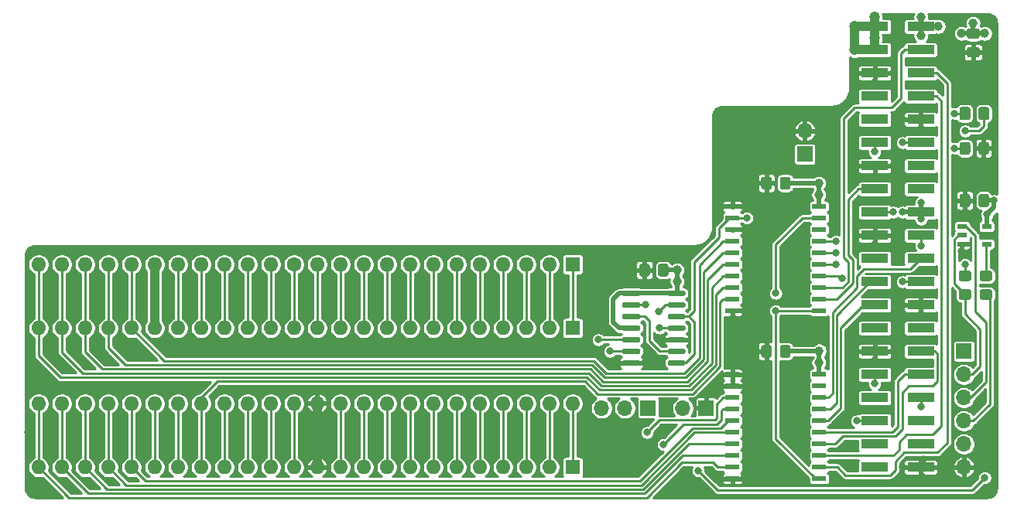
<source format=gbr>
G04 #@! TF.GenerationSoftware,KiCad,Pcbnew,(5.1.9)-1*
G04 #@! TF.CreationDate,2021-04-27T11:27:05+01:00*
G04 #@! TF.ProjectId,RGBtoHDMI Amiga Denise - solarmon - Rev 2 - SOIC,52474274-6f48-4444-9d49-20416d696761,2 (SOIC)*
G04 #@! TF.SameCoordinates,Original*
G04 #@! TF.FileFunction,Copper,L1,Top*
G04 #@! TF.FilePolarity,Positive*
%FSLAX46Y46*%
G04 Gerber Fmt 4.6, Leading zero omitted, Abs format (unit mm)*
G04 Created by KiCad (PCBNEW (5.1.9)-1) date 2021-04-27 11:27:05*
%MOMM*%
%LPD*%
G01*
G04 APERTURE LIST*
G04 #@! TA.AperFunction,SMDPad,CuDef*
%ADD10R,1.500000X0.600000*%
G04 #@! TD*
G04 #@! TA.AperFunction,SMDPad,CuDef*
%ADD11R,3.000000X1.000000*%
G04 #@! TD*
G04 #@! TA.AperFunction,ComponentPad*
%ADD12O,1.700000X1.700000*%
G04 #@! TD*
G04 #@! TA.AperFunction,ComponentPad*
%ADD13R,1.700000X1.700000*%
G04 #@! TD*
G04 #@! TA.AperFunction,ComponentPad*
%ADD14O,1.600000X1.600000*%
G04 #@! TD*
G04 #@! TA.AperFunction,ComponentPad*
%ADD15R,1.600000X1.600000*%
G04 #@! TD*
G04 #@! TA.AperFunction,SMDPad,CuDef*
%ADD16R,1.050000X0.600000*%
G04 #@! TD*
G04 #@! TA.AperFunction,ComponentPad*
%ADD17C,1.600000*%
G04 #@! TD*
G04 #@! TA.AperFunction,ViaPad*
%ADD18C,0.800000*%
G04 #@! TD*
G04 #@! TA.AperFunction,ViaPad*
%ADD19C,1.000000*%
G04 #@! TD*
G04 #@! TA.AperFunction,ViaPad*
%ADD20C,1.200000*%
G04 #@! TD*
G04 #@! TA.AperFunction,Conductor*
%ADD21C,1.000000*%
G04 #@! TD*
G04 #@! TA.AperFunction,Conductor*
%ADD22C,0.500000*%
G04 #@! TD*
G04 #@! TA.AperFunction,Conductor*
%ADD23C,0.250000*%
G04 #@! TD*
G04 #@! TA.AperFunction,Conductor*
%ADD24C,0.254000*%
G04 #@! TD*
G04 #@! TA.AperFunction,Conductor*
%ADD25C,0.100000*%
G04 #@! TD*
G04 APERTURE END LIST*
D10*
X190678000Y-51816000D03*
X190678000Y-53086000D03*
X190678000Y-54356000D03*
X190678000Y-55626000D03*
X190678000Y-56896000D03*
X190678000Y-58166000D03*
X190678000Y-59436000D03*
X190678000Y-60706000D03*
X190678000Y-61976000D03*
X190678000Y-63246000D03*
X181178000Y-63246000D03*
X181178000Y-61976000D03*
X181178000Y-60706000D03*
X181178000Y-59436000D03*
X181178000Y-51816000D03*
X181178000Y-53086000D03*
X181178000Y-54356000D03*
X181178000Y-55626000D03*
X181178000Y-56896000D03*
X181178000Y-58166000D03*
D11*
X196743000Y-80391000D03*
X201783000Y-80391000D03*
X196743000Y-77851000D03*
X201783000Y-77851000D03*
X196743000Y-75311000D03*
X201783000Y-75311000D03*
X196743000Y-72771000D03*
X201783000Y-72771000D03*
X196743000Y-70231000D03*
X201783000Y-70231000D03*
X196743000Y-67691000D03*
X201783000Y-67691000D03*
X196743000Y-65151000D03*
X201783000Y-65151000D03*
X196743000Y-62611000D03*
X201783000Y-62611000D03*
X196743000Y-60071000D03*
X201783000Y-60071000D03*
X196743000Y-57531000D03*
X201783000Y-57531000D03*
X196743000Y-54991000D03*
X201783000Y-54991000D03*
X196743000Y-52451000D03*
X201783000Y-52451000D03*
X196743000Y-49911000D03*
X201783000Y-49911000D03*
X196743000Y-47371000D03*
X201783000Y-47371000D03*
X196743000Y-44831000D03*
X201783000Y-44831000D03*
X196743000Y-42291000D03*
X201783000Y-42291000D03*
X196743000Y-39751000D03*
X201783000Y-39751000D03*
X196743000Y-37211000D03*
X201783000Y-37211000D03*
X196743000Y-34671000D03*
X201783000Y-34671000D03*
X196743000Y-32131000D03*
X201783000Y-32131000D03*
D10*
X190678000Y-70231000D03*
X190678000Y-71501000D03*
X190678000Y-72771000D03*
X190678000Y-74041000D03*
X190678000Y-75311000D03*
X190678000Y-76581000D03*
X190678000Y-77851000D03*
X190678000Y-79121000D03*
X190678000Y-80391000D03*
X190678000Y-81661000D03*
X181178000Y-81661000D03*
X181178000Y-80391000D03*
X181178000Y-79121000D03*
X181178000Y-77851000D03*
X181178000Y-70231000D03*
X181178000Y-71501000D03*
X181178000Y-72771000D03*
X181178000Y-74041000D03*
X181178000Y-75311000D03*
X181178000Y-76581000D03*
G04 #@! TA.AperFunction,SMDPad,CuDef*
G36*
G01*
X174093000Y-61491000D02*
X174093000Y-61191000D01*
G75*
G02*
X174243000Y-61041000I150000J0D01*
G01*
X175893000Y-61041000D01*
G75*
G02*
X176043000Y-61191000I0J-150000D01*
G01*
X176043000Y-61491000D01*
G75*
G02*
X175893000Y-61641000I-150000J0D01*
G01*
X174243000Y-61641000D01*
G75*
G02*
X174093000Y-61491000I0J150000D01*
G01*
G37*
G04 #@! TD.AperFunction*
G04 #@! TA.AperFunction,SMDPad,CuDef*
G36*
G01*
X174093000Y-62761000D02*
X174093000Y-62461000D01*
G75*
G02*
X174243000Y-62311000I150000J0D01*
G01*
X175893000Y-62311000D01*
G75*
G02*
X176043000Y-62461000I0J-150000D01*
G01*
X176043000Y-62761000D01*
G75*
G02*
X175893000Y-62911000I-150000J0D01*
G01*
X174243000Y-62911000D01*
G75*
G02*
X174093000Y-62761000I0J150000D01*
G01*
G37*
G04 #@! TD.AperFunction*
G04 #@! TA.AperFunction,SMDPad,CuDef*
G36*
G01*
X174093000Y-64031000D02*
X174093000Y-63731000D01*
G75*
G02*
X174243000Y-63581000I150000J0D01*
G01*
X175893000Y-63581000D01*
G75*
G02*
X176043000Y-63731000I0J-150000D01*
G01*
X176043000Y-64031000D01*
G75*
G02*
X175893000Y-64181000I-150000J0D01*
G01*
X174243000Y-64181000D01*
G75*
G02*
X174093000Y-64031000I0J150000D01*
G01*
G37*
G04 #@! TD.AperFunction*
G04 #@! TA.AperFunction,SMDPad,CuDef*
G36*
G01*
X174093000Y-65301000D02*
X174093000Y-65001000D01*
G75*
G02*
X174243000Y-64851000I150000J0D01*
G01*
X175893000Y-64851000D01*
G75*
G02*
X176043000Y-65001000I0J-150000D01*
G01*
X176043000Y-65301000D01*
G75*
G02*
X175893000Y-65451000I-150000J0D01*
G01*
X174243000Y-65451000D01*
G75*
G02*
X174093000Y-65301000I0J150000D01*
G01*
G37*
G04 #@! TD.AperFunction*
G04 #@! TA.AperFunction,SMDPad,CuDef*
G36*
G01*
X174093000Y-66571000D02*
X174093000Y-66271000D01*
G75*
G02*
X174243000Y-66121000I150000J0D01*
G01*
X175893000Y-66121000D01*
G75*
G02*
X176043000Y-66271000I0J-150000D01*
G01*
X176043000Y-66571000D01*
G75*
G02*
X175893000Y-66721000I-150000J0D01*
G01*
X174243000Y-66721000D01*
G75*
G02*
X174093000Y-66571000I0J150000D01*
G01*
G37*
G04 #@! TD.AperFunction*
G04 #@! TA.AperFunction,SMDPad,CuDef*
G36*
G01*
X174093000Y-67841000D02*
X174093000Y-67541000D01*
G75*
G02*
X174243000Y-67391000I150000J0D01*
G01*
X175893000Y-67391000D01*
G75*
G02*
X176043000Y-67541000I0J-150000D01*
G01*
X176043000Y-67841000D01*
G75*
G02*
X175893000Y-67991000I-150000J0D01*
G01*
X174243000Y-67991000D01*
G75*
G02*
X174093000Y-67841000I0J150000D01*
G01*
G37*
G04 #@! TD.AperFunction*
G04 #@! TA.AperFunction,SMDPad,CuDef*
G36*
G01*
X174093000Y-69111000D02*
X174093000Y-68811000D01*
G75*
G02*
X174243000Y-68661000I150000J0D01*
G01*
X175893000Y-68661000D01*
G75*
G02*
X176043000Y-68811000I0J-150000D01*
G01*
X176043000Y-69111000D01*
G75*
G02*
X175893000Y-69261000I-150000J0D01*
G01*
X174243000Y-69261000D01*
G75*
G02*
X174093000Y-69111000I0J150000D01*
G01*
G37*
G04 #@! TD.AperFunction*
G04 #@! TA.AperFunction,SMDPad,CuDef*
G36*
G01*
X169143000Y-69111000D02*
X169143000Y-68811000D01*
G75*
G02*
X169293000Y-68661000I150000J0D01*
G01*
X170943000Y-68661000D01*
G75*
G02*
X171093000Y-68811000I0J-150000D01*
G01*
X171093000Y-69111000D01*
G75*
G02*
X170943000Y-69261000I-150000J0D01*
G01*
X169293000Y-69261000D01*
G75*
G02*
X169143000Y-69111000I0J150000D01*
G01*
G37*
G04 #@! TD.AperFunction*
G04 #@! TA.AperFunction,SMDPad,CuDef*
G36*
G01*
X169143000Y-67841000D02*
X169143000Y-67541000D01*
G75*
G02*
X169293000Y-67391000I150000J0D01*
G01*
X170943000Y-67391000D01*
G75*
G02*
X171093000Y-67541000I0J-150000D01*
G01*
X171093000Y-67841000D01*
G75*
G02*
X170943000Y-67991000I-150000J0D01*
G01*
X169293000Y-67991000D01*
G75*
G02*
X169143000Y-67841000I0J150000D01*
G01*
G37*
G04 #@! TD.AperFunction*
G04 #@! TA.AperFunction,SMDPad,CuDef*
G36*
G01*
X169143000Y-66571000D02*
X169143000Y-66271000D01*
G75*
G02*
X169293000Y-66121000I150000J0D01*
G01*
X170943000Y-66121000D01*
G75*
G02*
X171093000Y-66271000I0J-150000D01*
G01*
X171093000Y-66571000D01*
G75*
G02*
X170943000Y-66721000I-150000J0D01*
G01*
X169293000Y-66721000D01*
G75*
G02*
X169143000Y-66571000I0J150000D01*
G01*
G37*
G04 #@! TD.AperFunction*
G04 #@! TA.AperFunction,SMDPad,CuDef*
G36*
G01*
X169143000Y-65301000D02*
X169143000Y-65001000D01*
G75*
G02*
X169293000Y-64851000I150000J0D01*
G01*
X170943000Y-64851000D01*
G75*
G02*
X171093000Y-65001000I0J-150000D01*
G01*
X171093000Y-65301000D01*
G75*
G02*
X170943000Y-65451000I-150000J0D01*
G01*
X169293000Y-65451000D01*
G75*
G02*
X169143000Y-65301000I0J150000D01*
G01*
G37*
G04 #@! TD.AperFunction*
G04 #@! TA.AperFunction,SMDPad,CuDef*
G36*
G01*
X169143000Y-64031000D02*
X169143000Y-63731000D01*
G75*
G02*
X169293000Y-63581000I150000J0D01*
G01*
X170943000Y-63581000D01*
G75*
G02*
X171093000Y-63731000I0J-150000D01*
G01*
X171093000Y-64031000D01*
G75*
G02*
X170943000Y-64181000I-150000J0D01*
G01*
X169293000Y-64181000D01*
G75*
G02*
X169143000Y-64031000I0J150000D01*
G01*
G37*
G04 #@! TD.AperFunction*
G04 #@! TA.AperFunction,SMDPad,CuDef*
G36*
G01*
X169143000Y-62761000D02*
X169143000Y-62461000D01*
G75*
G02*
X169293000Y-62311000I150000J0D01*
G01*
X170943000Y-62311000D01*
G75*
G02*
X171093000Y-62461000I0J-150000D01*
G01*
X171093000Y-62761000D01*
G75*
G02*
X170943000Y-62911000I-150000J0D01*
G01*
X169293000Y-62911000D01*
G75*
G02*
X169143000Y-62761000I0J150000D01*
G01*
G37*
G04 #@! TD.AperFunction*
G04 #@! TA.AperFunction,SMDPad,CuDef*
G36*
G01*
X169143000Y-61491000D02*
X169143000Y-61191000D01*
G75*
G02*
X169293000Y-61041000I150000J0D01*
G01*
X170943000Y-61041000D01*
G75*
G02*
X171093000Y-61191000I0J-150000D01*
G01*
X171093000Y-61491000D01*
G75*
G02*
X170943000Y-61641000I-150000J0D01*
G01*
X169293000Y-61641000D01*
G75*
G02*
X169143000Y-61491000I0J150000D01*
G01*
G37*
G04 #@! TD.AperFunction*
G04 #@! TA.AperFunction,SMDPad,CuDef*
G36*
G01*
X207195000Y-50706000D02*
X207195000Y-51656000D01*
G75*
G02*
X206945000Y-51906000I-250000J0D01*
G01*
X206270000Y-51906000D01*
G75*
G02*
X206020000Y-51656000I0J250000D01*
G01*
X206020000Y-50706000D01*
G75*
G02*
X206270000Y-50456000I250000J0D01*
G01*
X206945000Y-50456000D01*
G75*
G02*
X207195000Y-50706000I0J-250000D01*
G01*
G37*
G04 #@! TD.AperFunction*
G04 #@! TA.AperFunction,SMDPad,CuDef*
G36*
G01*
X209270000Y-50706000D02*
X209270000Y-51656000D01*
G75*
G02*
X209020000Y-51906000I-250000J0D01*
G01*
X208345000Y-51906000D01*
G75*
G02*
X208095000Y-51656000I0J250000D01*
G01*
X208095000Y-50706000D01*
G75*
G02*
X208345000Y-50456000I250000J0D01*
G01*
X209020000Y-50456000D01*
G75*
G02*
X209270000Y-50706000I0J-250000D01*
G01*
G37*
G04 #@! TD.AperFunction*
D12*
X189103000Y-43561000D03*
D13*
X189103000Y-46101000D03*
G04 #@! TA.AperFunction,SMDPad,CuDef*
G36*
G01*
X207195000Y-41181000D02*
X207195000Y-42131000D01*
G75*
G02*
X206945000Y-42381000I-250000J0D01*
G01*
X206270000Y-42381000D01*
G75*
G02*
X206020000Y-42131000I0J250000D01*
G01*
X206020000Y-41181000D01*
G75*
G02*
X206270000Y-40931000I250000J0D01*
G01*
X206945000Y-40931000D01*
G75*
G02*
X207195000Y-41181000I0J-250000D01*
G01*
G37*
G04 #@! TD.AperFunction*
G04 #@! TA.AperFunction,SMDPad,CuDef*
G36*
G01*
X209270000Y-41181000D02*
X209270000Y-42131000D01*
G75*
G02*
X209020000Y-42381000I-250000J0D01*
G01*
X208345000Y-42381000D01*
G75*
G02*
X208095000Y-42131000I0J250000D01*
G01*
X208095000Y-41181000D01*
G75*
G02*
X208345000Y-40931000I250000J0D01*
G01*
X209020000Y-40931000D01*
G75*
G02*
X209270000Y-41181000I0J-250000D01*
G01*
G37*
G04 #@! TD.AperFunction*
D14*
X105283000Y-80391000D03*
X107823000Y-80391000D03*
X110363000Y-80391000D03*
X112903000Y-80391000D03*
X115443000Y-80391000D03*
X117983000Y-80391000D03*
X120523000Y-80391000D03*
X123063000Y-80391000D03*
X125603000Y-80391000D03*
X128143000Y-80391000D03*
X130683000Y-80391000D03*
X133223000Y-80391000D03*
X135763000Y-80391000D03*
X138303000Y-80391000D03*
X140843000Y-80391000D03*
X143383000Y-80391000D03*
X145923000Y-80391000D03*
X148463000Y-80391000D03*
X151003000Y-80391000D03*
X153543000Y-80391000D03*
X156083000Y-80391000D03*
X158623000Y-80391000D03*
X161163000Y-80391000D03*
D15*
X163703000Y-80391000D03*
D14*
X105283000Y-65151000D03*
X107823000Y-65151000D03*
X110363000Y-65151000D03*
X112903000Y-65151000D03*
X115443000Y-65151000D03*
X117983000Y-65151000D03*
X120523000Y-65151000D03*
X123063000Y-65151000D03*
X125603000Y-65151000D03*
X128143000Y-65151000D03*
X130683000Y-65151000D03*
X133223000Y-65151000D03*
X135763000Y-65151000D03*
X138303000Y-65151000D03*
X140843000Y-65151000D03*
X143383000Y-65151000D03*
X145923000Y-65151000D03*
X148463000Y-65151000D03*
X151003000Y-65151000D03*
X153543000Y-65151000D03*
X156083000Y-65151000D03*
X158623000Y-65151000D03*
X161163000Y-65151000D03*
D15*
X163703000Y-65151000D03*
D12*
X206502000Y-80391000D03*
X206502000Y-77851000D03*
X206502000Y-75311000D03*
X206502000Y-72771000D03*
X206502000Y-70231000D03*
D13*
X206502000Y-67691000D03*
G04 #@! TA.AperFunction,SMDPad,CuDef*
G36*
G01*
X209365001Y-60002000D02*
X208464999Y-60002000D01*
G75*
G02*
X208215000Y-59752001I0J249999D01*
G01*
X208215000Y-59101999D01*
G75*
G02*
X208464999Y-58852000I249999J0D01*
G01*
X209365001Y-58852000D01*
G75*
G02*
X209615000Y-59101999I0J-249999D01*
G01*
X209615000Y-59752001D01*
G75*
G02*
X209365001Y-60002000I-249999J0D01*
G01*
G37*
G04 #@! TD.AperFunction*
G04 #@! TA.AperFunction,SMDPad,CuDef*
G36*
G01*
X209365001Y-62052000D02*
X208464999Y-62052000D01*
G75*
G02*
X208215000Y-61802001I0J249999D01*
G01*
X208215000Y-61151999D01*
G75*
G02*
X208464999Y-60902000I249999J0D01*
G01*
X209365001Y-60902000D01*
G75*
G02*
X209615000Y-61151999I0J-249999D01*
G01*
X209615000Y-61802001D01*
G75*
G02*
X209365001Y-62052000I-249999J0D01*
G01*
G37*
G04 #@! TD.AperFunction*
D16*
X208995000Y-54041000D03*
X208995000Y-55941000D03*
X206295000Y-55941000D03*
X206295000Y-54991000D03*
X206295000Y-54041000D03*
D13*
X171958000Y-73914000D03*
D12*
X169418000Y-73914000D03*
X166878000Y-73914000D03*
X175768000Y-73914000D03*
D13*
X178308000Y-73914000D03*
G04 #@! TA.AperFunction,SMDPad,CuDef*
G36*
G01*
X206178999Y-60902000D02*
X207079001Y-60902000D01*
G75*
G02*
X207329000Y-61151999I0J-249999D01*
G01*
X207329000Y-61802001D01*
G75*
G02*
X207079001Y-62052000I-249999J0D01*
G01*
X206178999Y-62052000D01*
G75*
G02*
X205929000Y-61802001I0J249999D01*
G01*
X205929000Y-61151999D01*
G75*
G02*
X206178999Y-60902000I249999J0D01*
G01*
G37*
G04 #@! TD.AperFunction*
G04 #@! TA.AperFunction,SMDPad,CuDef*
G36*
G01*
X206178999Y-58852000D02*
X207079001Y-58852000D01*
G75*
G02*
X207329000Y-59101999I0J-249999D01*
G01*
X207329000Y-59752001D01*
G75*
G02*
X207079001Y-60002000I-249999J0D01*
G01*
X206178999Y-60002000D01*
G75*
G02*
X205929000Y-59752001I0J249999D01*
G01*
X205929000Y-59101999D01*
G75*
G02*
X206178999Y-58852000I249999J0D01*
G01*
G37*
G04 #@! TD.AperFunction*
G04 #@! TA.AperFunction,SMDPad,CuDef*
G36*
G01*
X185478000Y-48825999D02*
X185478000Y-49726001D01*
G75*
G02*
X185228001Y-49976000I-249999J0D01*
G01*
X184577999Y-49976000D01*
G75*
G02*
X184328000Y-49726001I0J249999D01*
G01*
X184328000Y-48825999D01*
G75*
G02*
X184577999Y-48576000I249999J0D01*
G01*
X185228001Y-48576000D01*
G75*
G02*
X185478000Y-48825999I0J-249999D01*
G01*
G37*
G04 #@! TD.AperFunction*
G04 #@! TA.AperFunction,SMDPad,CuDef*
G36*
G01*
X187528000Y-48825999D02*
X187528000Y-49726001D01*
G75*
G02*
X187278001Y-49976000I-249999J0D01*
G01*
X186627999Y-49976000D01*
G75*
G02*
X186378000Y-49726001I0J249999D01*
G01*
X186378000Y-48825999D01*
G75*
G02*
X186627999Y-48576000I249999J0D01*
G01*
X187278001Y-48576000D01*
G75*
G02*
X187528000Y-48825999I0J-249999D01*
G01*
G37*
G04 #@! TD.AperFunction*
G04 #@! TA.AperFunction,SMDPad,CuDef*
G36*
G01*
X185478000Y-67240999D02*
X185478000Y-68141001D01*
G75*
G02*
X185228001Y-68391000I-249999J0D01*
G01*
X184577999Y-68391000D01*
G75*
G02*
X184328000Y-68141001I0J249999D01*
G01*
X184328000Y-67240999D01*
G75*
G02*
X184577999Y-66991000I249999J0D01*
G01*
X185228001Y-66991000D01*
G75*
G02*
X185478000Y-67240999I0J-249999D01*
G01*
G37*
G04 #@! TD.AperFunction*
G04 #@! TA.AperFunction,SMDPad,CuDef*
G36*
G01*
X187528000Y-67240999D02*
X187528000Y-68141001D01*
G75*
G02*
X187278001Y-68391000I-249999J0D01*
G01*
X186627999Y-68391000D01*
G75*
G02*
X186378000Y-68141001I0J249999D01*
G01*
X186378000Y-67240999D01*
G75*
G02*
X186627999Y-66991000I249999J0D01*
G01*
X187278001Y-66991000D01*
G75*
G02*
X187528000Y-67240999I0J-249999D01*
G01*
G37*
G04 #@! TD.AperFunction*
G04 #@! TA.AperFunction,SMDPad,CuDef*
G36*
G01*
X172143000Y-58350999D02*
X172143000Y-59251001D01*
G75*
G02*
X171893001Y-59501000I-249999J0D01*
G01*
X171242999Y-59501000D01*
G75*
G02*
X170993000Y-59251001I0J249999D01*
G01*
X170993000Y-58350999D01*
G75*
G02*
X171242999Y-58101000I249999J0D01*
G01*
X171893001Y-58101000D01*
G75*
G02*
X172143000Y-58350999I0J-249999D01*
G01*
G37*
G04 #@! TD.AperFunction*
G04 #@! TA.AperFunction,SMDPad,CuDef*
G36*
G01*
X174193000Y-58350999D02*
X174193000Y-59251001D01*
G75*
G02*
X173943001Y-59501000I-249999J0D01*
G01*
X173292999Y-59501000D01*
G75*
G02*
X173043000Y-59251001I0J249999D01*
G01*
X173043000Y-58350999D01*
G75*
G02*
X173292999Y-58101000I249999J0D01*
G01*
X173943001Y-58101000D01*
G75*
G02*
X174193000Y-58350999I0J-249999D01*
G01*
G37*
G04 #@! TD.AperFunction*
G04 #@! TA.AperFunction,SMDPad,CuDef*
G36*
G01*
X207067999Y-32309000D02*
X207968001Y-32309000D01*
G75*
G02*
X208218000Y-32558999I0J-249999D01*
G01*
X208218000Y-33209001D01*
G75*
G02*
X207968001Y-33459000I-249999J0D01*
G01*
X207067999Y-33459000D01*
G75*
G02*
X206818000Y-33209001I0J249999D01*
G01*
X206818000Y-32558999D01*
G75*
G02*
X207067999Y-32309000I249999J0D01*
G01*
G37*
G04 #@! TD.AperFunction*
G04 #@! TA.AperFunction,SMDPad,CuDef*
G36*
G01*
X207067999Y-34359000D02*
X207968001Y-34359000D01*
G75*
G02*
X208218000Y-34608999I0J-249999D01*
G01*
X208218000Y-35259001D01*
G75*
G02*
X207968001Y-35509000I-249999J0D01*
G01*
X207067999Y-35509000D01*
G75*
G02*
X206818000Y-35259001I0J249999D01*
G01*
X206818000Y-34608999D01*
G75*
G02*
X207067999Y-34359000I249999J0D01*
G01*
G37*
G04 #@! TD.AperFunction*
G04 #@! TA.AperFunction,SMDPad,CuDef*
G36*
G01*
X206045000Y-45916001D02*
X206045000Y-45015999D01*
G75*
G02*
X206294999Y-44766000I249999J0D01*
G01*
X206945001Y-44766000D01*
G75*
G02*
X207195000Y-45015999I0J-249999D01*
G01*
X207195000Y-45916001D01*
G75*
G02*
X206945001Y-46166000I-249999J0D01*
G01*
X206294999Y-46166000D01*
G75*
G02*
X206045000Y-45916001I0J249999D01*
G01*
G37*
G04 #@! TD.AperFunction*
G04 #@! TA.AperFunction,SMDPad,CuDef*
G36*
G01*
X208095000Y-45916001D02*
X208095000Y-45015999D01*
G75*
G02*
X208344999Y-44766000I249999J0D01*
G01*
X208995001Y-44766000D01*
G75*
G02*
X209245000Y-45015999I0J-249999D01*
G01*
X209245000Y-45916001D01*
G75*
G02*
X208995001Y-46166000I-249999J0D01*
G01*
X208344999Y-46166000D01*
G75*
G02*
X208095000Y-45916001I0J249999D01*
G01*
G37*
G04 #@! TD.AperFunction*
D15*
X163703000Y-58166000D03*
D14*
X135763000Y-73406000D03*
X161163000Y-58166000D03*
X138303000Y-73406000D03*
X158623000Y-58166000D03*
X140843000Y-73406000D03*
X156083000Y-58166000D03*
X143383000Y-73406000D03*
X153543000Y-58166000D03*
X145923000Y-73406000D03*
X151003000Y-58166000D03*
X148463000Y-73406000D03*
X148463000Y-58166000D03*
X151003000Y-73406000D03*
X145923000Y-58166000D03*
X153543000Y-73406000D03*
X143383000Y-58166000D03*
X156083000Y-73406000D03*
X140843000Y-58166000D03*
X158623000Y-73406000D03*
X138303000Y-58166000D03*
X161163000Y-73406000D03*
X135763000Y-58166000D03*
X163703000Y-73406000D03*
D17*
X133223000Y-58166000D03*
D14*
X105283000Y-73406000D03*
X130683000Y-58166000D03*
X107823000Y-73406000D03*
X128143000Y-58166000D03*
X110363000Y-73406000D03*
X125603000Y-58166000D03*
X112903000Y-73406000D03*
X123063000Y-58166000D03*
X115443000Y-73406000D03*
X120523000Y-58166000D03*
X117983000Y-73406000D03*
X117983000Y-58166000D03*
X120523000Y-73406000D03*
X115443000Y-58166000D03*
X123063000Y-73406000D03*
X112903000Y-58166000D03*
X125603000Y-73406000D03*
X110363000Y-58166000D03*
X128143000Y-73406000D03*
X107823000Y-58166000D03*
X130683000Y-73406000D03*
X105283000Y-58166000D03*
X133223000Y-73406000D03*
D18*
X196723000Y-36195000D03*
X205613000Y-38227000D03*
X205613000Y-34544000D03*
X170688000Y-80391000D03*
X120523000Y-67691000D03*
X123063000Y-67691000D03*
X125603000Y-67691000D03*
X128143000Y-67691000D03*
X130683000Y-67691000D03*
X133223000Y-67691000D03*
X135763000Y-67691000D03*
X138303000Y-67691000D03*
X140843000Y-67691000D03*
X143383000Y-67691000D03*
X145923000Y-67691000D03*
X148463000Y-67691000D03*
X151003000Y-67691000D03*
X153543000Y-67691000D03*
X156083000Y-67691000D03*
X158623000Y-67691000D03*
X161163000Y-67691000D03*
X163703000Y-67691000D03*
X106553000Y-61341000D03*
X109093000Y-61341000D03*
X111633000Y-61341000D03*
X114173000Y-61341000D03*
X121793000Y-61341000D03*
X124333000Y-61341000D03*
X126873000Y-61341000D03*
X129413000Y-61341000D03*
X131953000Y-61341000D03*
X134493000Y-61341000D03*
X137033000Y-61341000D03*
X139573000Y-61341000D03*
X142113000Y-61341000D03*
X144653000Y-61341000D03*
X147193000Y-61341000D03*
X149733000Y-61341000D03*
X152273000Y-61341000D03*
X154813000Y-61341000D03*
X157353000Y-61341000D03*
X159893000Y-61341000D03*
X162433000Y-61341000D03*
X105283000Y-70231000D03*
X104648000Y-82931000D03*
X126873000Y-74676000D03*
X131953000Y-74676000D03*
X139573000Y-74676000D03*
X142113000Y-74676000D03*
X144653000Y-74676000D03*
X147193000Y-74676000D03*
X149733000Y-74676000D03*
X152273000Y-74676000D03*
X154813000Y-74676000D03*
X157353000Y-74676000D03*
X159893000Y-74676000D03*
X162433000Y-74676000D03*
X164973000Y-74676000D03*
X124333000Y-74676000D03*
X119253000Y-74676000D03*
X106807000Y-67691000D03*
X109347000Y-67691000D03*
X112014000Y-67691000D03*
X114300000Y-66929000D03*
X121666000Y-75311000D03*
X129032000Y-75184000D03*
X167513000Y-60071000D03*
X209677000Y-83185000D03*
X206248000Y-56769000D03*
X201803000Y-41275000D03*
X206248000Y-65278000D03*
X206248000Y-48260000D03*
X198755000Y-37211000D03*
X168148000Y-80391000D03*
X202057000Y-79502000D03*
X199771000Y-80391000D03*
X196723000Y-38227000D03*
X201803000Y-43307000D03*
X199771000Y-42291000D03*
X201930000Y-81407000D03*
X201803000Y-63627000D03*
X201803000Y-61595000D03*
X199771000Y-62611000D03*
X194691000Y-74041000D03*
X193802000Y-78359000D03*
X193802000Y-80391000D03*
X198755000Y-67691000D03*
X196723000Y-68707000D03*
X196723000Y-66675000D03*
X201803000Y-38481000D03*
X198755000Y-47371000D03*
X194691000Y-47371000D03*
X196723000Y-56007000D03*
X196723000Y-53975000D03*
X173482000Y-66421000D03*
X182499000Y-63246000D03*
X181229000Y-64008000D03*
X182499000Y-81407000D03*
X179832000Y-81407000D03*
X168656000Y-68961000D03*
X171577000Y-68961000D03*
X187833000Y-65151000D03*
X173863000Y-74041000D03*
D19*
X186563000Y-52451000D03*
X184658000Y-54991000D03*
X187833000Y-58801000D03*
X187833000Y-61341000D03*
X183388000Y-72136000D03*
X187833000Y-72136000D03*
X187833000Y-74676000D03*
X187833000Y-77216000D03*
X183388000Y-77216000D03*
X183388000Y-74676000D03*
X187833000Y-81026000D03*
X184658000Y-81026000D03*
D18*
X104140000Y-76581000D03*
X175895000Y-81280000D03*
X194691000Y-67691000D03*
X194691000Y-54991000D03*
D19*
X203708000Y-32131000D03*
X175133000Y-60071000D03*
X190627000Y-68961000D03*
X201803000Y-33147000D03*
X201803000Y-31115000D03*
D18*
X199771004Y-52451000D03*
D19*
X207518000Y-31750000D03*
X208788000Y-32893000D03*
X206248000Y-32893000D03*
D18*
X201803000Y-53213000D03*
D19*
X175133000Y-58801000D03*
X190627006Y-50546000D03*
X190627000Y-49276000D03*
D18*
X201803000Y-51435000D03*
X209042002Y-52704998D03*
X209804000Y-51181000D03*
D19*
X190678000Y-67640000D03*
D20*
X194564000Y-32131000D03*
X194564000Y-34671000D03*
X196723000Y-33401000D03*
X196723000Y-31115000D03*
D18*
X208787994Y-81534000D03*
X177419000Y-80772000D03*
X171831000Y-76581000D03*
X173609000Y-77887990D03*
X199771000Y-44831000D03*
X206629000Y-43561020D03*
X182753000Y-53086000D03*
X201803000Y-73787000D03*
X193167010Y-59690000D03*
X196723000Y-71247000D03*
X192532002Y-58166000D03*
X199771000Y-60071000D03*
X192532000Y-56896000D03*
X201803000Y-56134000D03*
X192532000Y-55626000D03*
X166497000Y-66421000D03*
X167767000Y-67691000D03*
X173101000Y-63373000D03*
X194818022Y-75311000D03*
X185928000Y-61341000D03*
X171704000Y-62611000D03*
X173228000Y-65151000D03*
X185928014Y-63246000D03*
X196723000Y-45847000D03*
X205486000Y-45466000D03*
X206629000Y-58166000D03*
X198755000Y-52451000D03*
X205486000Y-41656000D03*
D21*
X135763000Y-73406000D02*
X135763000Y-80391000D01*
D22*
X201783000Y-52451000D02*
X199771004Y-52451000D01*
X207518000Y-31750000D02*
X207518000Y-32884000D01*
X206874000Y-32893000D02*
X206883000Y-32884000D01*
X206248000Y-32893000D02*
X207509000Y-32893000D01*
X206892000Y-32893000D02*
X206883000Y-32884000D01*
X208788000Y-32893000D02*
X207527000Y-32893000D01*
X201803000Y-32111000D02*
X201783000Y-32131000D01*
X201803000Y-31115000D02*
X201803000Y-32111000D01*
X201803000Y-32151000D02*
X201783000Y-32131000D01*
X201803000Y-33147000D02*
X201803000Y-32151000D01*
X203708000Y-32131000D02*
X201783000Y-32131000D01*
X175133000Y-58801000D02*
X173618000Y-58801000D01*
X175133000Y-61276000D02*
X175068000Y-61341000D01*
X175133000Y-60071000D02*
X175133000Y-61276000D01*
X175068000Y-61341000D02*
X170118000Y-61341000D01*
X168783000Y-65151000D02*
X170118000Y-65151000D01*
X168148000Y-64516000D02*
X168783000Y-65151000D01*
X168148000Y-61976000D02*
X168148000Y-64516000D01*
X168783000Y-61341000D02*
X168148000Y-61976000D01*
X170118000Y-61341000D02*
X168783000Y-61341000D01*
X190678000Y-51816000D02*
X190678000Y-50596994D01*
X190678000Y-50596994D02*
X190627006Y-50546000D01*
X186953000Y-49276000D02*
X190627000Y-49276000D01*
X201803000Y-52431000D02*
X201783000Y-52451000D01*
X201803000Y-51435000D02*
X201803000Y-52431000D01*
X175133000Y-58801000D02*
X175133000Y-60071000D01*
X190627000Y-50545994D02*
X190627006Y-50546000D01*
X190627000Y-49276000D02*
X190627000Y-50545994D01*
X208995000Y-54041000D02*
X208995000Y-52752000D01*
X208995000Y-52752000D02*
X209042002Y-52704998D01*
X209804000Y-51181000D02*
X208682500Y-51181000D01*
X209804000Y-51943000D02*
X209804000Y-51181000D01*
X209042002Y-52704998D02*
X209804000Y-51943000D01*
X201783000Y-52451000D02*
X201803000Y-53213000D01*
X190678000Y-70231000D02*
X190678000Y-67640000D01*
X190627000Y-67691000D02*
X190678000Y-67640000D01*
X186953000Y-67691000D02*
X190627000Y-67691000D01*
D23*
X105283000Y-57531000D02*
X105283000Y-65151000D01*
X180178000Y-60706000D02*
X181178000Y-60706000D01*
X176642011Y-71904044D02*
X179381989Y-69164066D01*
X179381989Y-69164066D02*
X179381989Y-61502011D01*
X179381989Y-61502011D02*
X180178000Y-60706000D01*
X107626989Y-70542989D02*
X165279347Y-70542990D01*
X166640401Y-71904044D02*
X176642011Y-71904044D01*
X105283000Y-65151000D02*
X105283000Y-68199000D01*
X165279347Y-70542990D02*
X166640401Y-71904044D01*
X105283000Y-68199000D02*
X107626989Y-70542989D01*
X107823000Y-57531000D02*
X107823000Y-65151000D01*
X107823000Y-65151000D02*
X107823000Y-67818000D01*
X165465748Y-70092980D02*
X166826801Y-71454033D01*
X178931978Y-60682022D02*
X180178000Y-59436000D01*
X178931978Y-68977666D02*
X178931978Y-60682022D01*
X180178000Y-59436000D02*
X181178000Y-59436000D01*
X176455611Y-71454033D02*
X178931978Y-68977666D01*
X166826801Y-71454033D02*
X176455611Y-71454033D01*
X110097978Y-70092978D02*
X165465748Y-70092980D01*
X107823000Y-67818000D02*
X110097978Y-70092978D01*
X110363000Y-57531000D02*
X110363000Y-65151000D01*
X165652149Y-69642970D02*
X167013201Y-71004022D01*
X176269211Y-71004022D02*
X178481967Y-68791266D01*
X110363000Y-65151000D02*
X110363000Y-67754500D01*
X167013201Y-71004022D02*
X176269211Y-71004022D01*
X180178000Y-58166000D02*
X181178000Y-58166000D01*
X178481967Y-59862033D02*
X180178000Y-58166000D01*
X178481967Y-68791266D02*
X178481967Y-59862033D01*
X112251467Y-69642967D02*
X165652149Y-69642970D01*
X110363000Y-67754500D02*
X112251467Y-69642967D01*
X112903000Y-57531000D02*
X112903000Y-65151000D01*
X114785956Y-69192956D02*
X165838546Y-69192956D01*
X180178000Y-56896000D02*
X181178000Y-56896000D01*
X112903000Y-65151000D02*
X112903000Y-67310000D01*
X165838546Y-69192956D02*
X167199601Y-70554011D01*
X167199601Y-70554011D02*
X176082811Y-70554011D01*
X176082811Y-70554011D02*
X178031956Y-68604866D01*
X178031956Y-68604866D02*
X178031956Y-59042044D01*
X178031956Y-59042044D02*
X180178000Y-56896000D01*
X112903000Y-67310000D02*
X114785956Y-69192956D01*
X115443000Y-57531000D02*
X115443000Y-65151000D01*
X175896411Y-70104000D02*
X177581945Y-68418466D01*
X115443000Y-65151000D02*
X119034945Y-68742945D01*
X119034945Y-68742945D02*
X166024947Y-68742946D01*
X166024947Y-68742946D02*
X167386001Y-70104000D01*
X167386001Y-70104000D02*
X175896411Y-70104000D01*
X177581945Y-68418466D02*
X177581945Y-58222055D01*
X177581945Y-58222055D02*
X180178000Y-55626000D01*
X180178000Y-55626000D02*
X181178000Y-55626000D01*
D21*
X117983000Y-58166000D02*
X117983000Y-65151000D01*
X196723000Y-32151000D02*
X196743000Y-32131000D01*
X196723000Y-33401000D02*
X196723000Y-32151000D01*
X196723000Y-34651000D02*
X196743000Y-34671000D01*
X196723000Y-33401000D02*
X196723000Y-34651000D01*
X194564000Y-32131000D02*
X196743000Y-32131000D01*
X194564000Y-34671000D02*
X196743000Y-34671000D01*
X196723000Y-32111000D02*
X196743000Y-32131000D01*
X196723000Y-31115000D02*
X196723000Y-32111000D01*
X194564000Y-32131000D02*
X194564000Y-34671000D01*
D23*
X148463000Y-72771000D02*
X148463000Y-80391000D01*
X145923000Y-72771000D02*
X145923000Y-80391000D01*
X143383000Y-72771000D02*
X143383000Y-80391000D01*
X140843000Y-72771000D02*
X140843000Y-80391000D01*
X138303000Y-72771000D02*
X138303000Y-80391000D01*
X135763000Y-57531000D02*
X135763000Y-65151000D01*
X138303000Y-57531000D02*
X138303000Y-65151000D01*
X128143000Y-72771000D02*
X128143000Y-80391000D01*
X140843000Y-57531000D02*
X140843000Y-65151000D01*
X143383000Y-57531000D02*
X143383000Y-65151000D01*
X123063000Y-72771000D02*
X124841000Y-70993000D01*
X165092946Y-70993000D02*
X166454001Y-72354055D01*
X124841000Y-70993000D02*
X165092946Y-70993000D01*
X166454001Y-72354055D02*
X176828411Y-72354055D01*
X123063000Y-80391000D02*
X123063000Y-72771000D01*
X176828411Y-72354055D02*
X179832000Y-69350466D01*
X179832000Y-69350466D02*
X179832000Y-62322000D01*
X179832000Y-62322000D02*
X180178000Y-61976000D01*
X180178000Y-61976000D02*
X181178000Y-61976000D01*
X179568001Y-82921001D02*
X177419000Y-80772000D01*
X208787994Y-81534000D02*
X207400993Y-82921001D01*
X207400993Y-82921001D02*
X179568001Y-82921001D01*
X145923000Y-57531000D02*
X145923000Y-65151000D01*
X120523000Y-72771000D02*
X120523000Y-80391000D01*
X180178000Y-72771000D02*
X181178000Y-72771000D01*
X171831000Y-76581000D02*
X173181033Y-75230967D01*
X179483001Y-73465999D02*
X180178000Y-72771000D01*
X179483001Y-75024001D02*
X179483001Y-73465999D01*
X179276035Y-75230967D02*
X179483001Y-75024001D01*
X173181033Y-75230967D02*
X179276035Y-75230967D01*
X148463000Y-57531000D02*
X148463000Y-65151000D01*
X117983000Y-72771000D02*
X117983000Y-80391000D01*
X175816012Y-75680978D02*
X179462435Y-75680978D01*
X173609000Y-77887990D02*
X175816012Y-75680978D01*
X179933012Y-74285988D02*
X180178000Y-74041000D01*
X180178000Y-74041000D02*
X181178000Y-74041000D01*
X179933012Y-75210401D02*
X179933012Y-74285988D01*
X179462435Y-75680978D02*
X179933012Y-75210401D01*
X151003000Y-65151000D02*
X151003000Y-57531000D01*
X115443000Y-72771000D02*
X115443000Y-80391000D01*
X116967000Y-81915000D02*
X115443000Y-80391000D01*
X176853011Y-76130989D02*
X171069000Y-81915000D01*
X171069000Y-81915000D02*
X116967000Y-81915000D01*
X179908011Y-76130989D02*
X176853011Y-76130989D01*
X181178000Y-75311000D02*
X180728000Y-75311000D01*
X180728000Y-75311000D02*
X179908011Y-76130989D01*
X153543000Y-57531000D02*
X153543000Y-65151000D01*
X112903000Y-72771000D02*
X112903000Y-80391000D01*
X177039411Y-76581000D02*
X181178000Y-76581000D01*
X171255400Y-82365011D02*
X177039411Y-76581000D01*
X112903000Y-80391000D02*
X114877011Y-82365011D01*
X114877011Y-82365011D02*
X171255400Y-82365011D01*
X156083000Y-57531000D02*
X156083000Y-65151000D01*
X110363000Y-72771000D02*
X110363000Y-80391000D01*
X179589022Y-77839978D02*
X179600044Y-77851000D01*
X179600044Y-77851000D02*
X181178000Y-77851000D01*
X176416844Y-77839978D02*
X179589022Y-77839978D01*
X171441800Y-82815022D02*
X176416844Y-77839978D01*
X112787022Y-82815022D02*
X171441800Y-82815022D01*
X110363000Y-80391000D02*
X112787022Y-82815022D01*
X158623000Y-57531000D02*
X158623000Y-65151000D01*
X107823000Y-72771000D02*
X107823000Y-80391000D01*
X179578000Y-79121000D02*
X181178000Y-79121000D01*
X175772233Y-79121000D02*
X179578000Y-79121000D01*
X171628200Y-83265033D02*
X175772233Y-79121000D01*
X110697033Y-83265033D02*
X171628200Y-83265033D01*
X107823000Y-80391000D02*
X110697033Y-83265033D01*
X161163000Y-57531000D02*
X161163000Y-65151000D01*
X105283000Y-72771000D02*
X105283000Y-80391000D01*
X179578000Y-80391000D02*
X181178000Y-80391000D01*
X179070000Y-79883000D02*
X179578000Y-80391000D01*
X175646644Y-79883000D02*
X179070000Y-79883000D01*
X171814600Y-83715044D02*
X175646644Y-79883000D01*
X108607044Y-83715044D02*
X171814600Y-83715044D01*
X105283000Y-80391000D02*
X108607044Y-83715044D01*
X163703000Y-57531000D02*
X163703000Y-65151000D01*
X201783000Y-44831000D02*
X199771000Y-44831000D01*
X175068000Y-63881000D02*
X176403000Y-63881000D01*
X176403000Y-63881000D02*
X177038000Y-64516000D01*
X176043000Y-68961000D02*
X175068000Y-68961000D01*
X177038000Y-67966000D02*
X176043000Y-68961000D01*
X177038000Y-64516000D02*
X177038000Y-67966000D01*
X182753000Y-53086000D02*
X181178000Y-53086000D01*
X180812998Y-53086000D02*
X181178000Y-53086000D01*
X179705000Y-54193998D02*
X180812998Y-53086000D01*
X179705000Y-55213250D02*
X179705000Y-54193998D01*
X177038000Y-57880250D02*
X179705000Y-55213250D01*
X177038000Y-63246000D02*
X177038000Y-57880250D01*
X176403000Y-63881000D02*
X177038000Y-63246000D01*
X208152980Y-43561020D02*
X206629000Y-43561020D01*
X208682500Y-43031500D02*
X208152980Y-43561020D01*
X208682500Y-42291000D02*
X208682500Y-43031500D01*
X192590415Y-61976000D02*
X190678000Y-61976000D01*
X194342022Y-60224393D02*
X192590415Y-61976000D01*
X194342022Y-57690022D02*
X194342022Y-60224393D01*
X193834013Y-57182013D02*
X194342022Y-57690022D01*
X193834013Y-51069987D02*
X193834013Y-57182013D01*
X196743000Y-49911000D02*
X194993000Y-49911000D01*
X194993000Y-49911000D02*
X193834013Y-51069987D01*
X201549000Y-72771000D02*
X201823000Y-72771000D01*
X201803000Y-72791000D02*
X201783000Y-72771000D01*
X201803000Y-73787000D02*
X201803000Y-72791000D01*
X190678000Y-59436000D02*
X192913010Y-59436000D01*
X192913010Y-59436000D02*
X193167010Y-59690000D01*
X196743000Y-71227000D02*
X196723000Y-71247000D01*
X196743000Y-70231000D02*
X196743000Y-71227000D01*
X190678000Y-58166000D02*
X192532002Y-58166000D01*
X199771000Y-60071000D02*
X201783000Y-60071000D01*
X190678000Y-56896000D02*
X192405000Y-56896000D01*
X192405000Y-56896000D02*
X192532000Y-56896000D01*
X201783000Y-54991000D02*
X201783000Y-56114000D01*
X201783000Y-56114000D02*
X201803000Y-56134000D01*
X190678000Y-55626000D02*
X192532000Y-55626000D01*
X191678000Y-72771000D02*
X190678000Y-72771000D01*
X192139978Y-63386844D02*
X192139978Y-72309022D01*
X194792025Y-60734797D02*
X192139978Y-63386844D01*
X195554998Y-58674000D02*
X194792025Y-59436973D01*
X194792025Y-59436973D02*
X194792025Y-60734797D01*
X200640000Y-58674000D02*
X195554998Y-58674000D01*
X201783000Y-57531000D02*
X200640000Y-58674000D01*
X192139978Y-72309022D02*
X191678000Y-72771000D01*
X191897000Y-74041000D02*
X192589989Y-73348011D01*
X192589989Y-63734001D02*
X196252990Y-60071000D01*
X192589989Y-73348011D02*
X192589989Y-63734001D01*
X190678000Y-74041000D02*
X191897000Y-74041000D01*
X195580000Y-62611000D02*
X196743000Y-62611000D01*
X193040000Y-65151000D02*
X195580000Y-62611000D01*
X191617998Y-75311000D02*
X193040000Y-73888998D01*
X193040000Y-73888998D02*
X193040000Y-65151000D01*
X190678000Y-75311000D02*
X191617998Y-75311000D01*
X190747011Y-76511989D02*
X190678000Y-76581000D01*
X198697011Y-76511989D02*
X190747011Y-76511989D01*
X199263000Y-75946000D02*
X198697011Y-76511989D01*
X199263000Y-70993000D02*
X199263000Y-75946000D01*
X200025000Y-70231000D02*
X199263000Y-70993000D01*
X201783000Y-70231000D02*
X200025000Y-70231000D01*
X201930000Y-67584000D02*
X201823000Y-67691000D01*
X201823000Y-67691000D02*
X200914000Y-67691000D01*
X201783000Y-67691000D02*
X201041000Y-67691000D01*
X199009000Y-76962000D02*
X193294000Y-76962000D01*
X199771000Y-72197998D02*
X199771000Y-76200000D01*
X200467998Y-71501000D02*
X199771000Y-72197998D01*
X192405000Y-77851000D02*
X190678000Y-77851000D01*
X203098002Y-71501000D02*
X200467998Y-71501000D01*
X193294000Y-76962000D02*
X192405000Y-77851000D01*
X199771000Y-76200000D02*
X199009000Y-76962000D01*
X203608001Y-70991001D02*
X203098002Y-71501000D01*
X203608001Y-67972001D02*
X203608001Y-70991001D01*
X203327000Y-67691000D02*
X203608001Y-67972001D01*
X201783000Y-67691000D02*
X203327000Y-67691000D01*
X204058012Y-40276012D02*
X203533000Y-39751000D01*
X203533000Y-39751000D02*
X201783000Y-39751000D01*
X204058012Y-75849988D02*
X204058012Y-40276012D01*
X203073000Y-76835000D02*
X204058012Y-75849988D01*
X199424088Y-77624910D02*
X200213998Y-76835000D01*
X199424088Y-78451912D02*
X199424088Y-77624910D01*
X200213998Y-76835000D02*
X203073000Y-76835000D01*
X198755000Y-79121000D02*
X199424088Y-78451912D01*
X190678000Y-79121000D02*
X198755000Y-79121000D01*
X204666011Y-38344011D02*
X203533000Y-37211000D01*
X203617999Y-78776999D02*
X204666011Y-77728987D01*
X199959500Y-78776999D02*
X203617999Y-78776999D01*
X199009000Y-80710002D02*
X199009000Y-79727499D01*
X203533000Y-37211000D02*
X201783000Y-37211000D01*
X198439002Y-81280000D02*
X199009000Y-80710002D01*
X199009000Y-79727499D02*
X199959500Y-78776999D01*
X193548000Y-81280000D02*
X198439002Y-81280000D01*
X192659000Y-80391000D02*
X193548000Y-81280000D01*
X204666011Y-77728987D02*
X204666011Y-38344011D01*
X190678000Y-80391000D02*
X192659000Y-80391000D01*
X193892011Y-60037993D02*
X193224004Y-60706000D01*
X193892011Y-57876421D02*
X193892011Y-60037993D01*
X193384002Y-42200998D02*
X193384002Y-57368413D01*
X199644000Y-35052000D02*
X199644000Y-40005000D01*
X193384002Y-57368413D02*
X193892011Y-57876421D01*
X194564000Y-41021000D02*
X193384002Y-42200998D01*
X199644000Y-40005000D02*
X198628000Y-41021000D01*
X201783000Y-34671000D02*
X200025000Y-34671000D01*
X193224004Y-60706000D02*
X190678000Y-60706000D01*
X198628000Y-41021000D02*
X194564000Y-41021000D01*
X200025000Y-34671000D02*
X199644000Y-35052000D01*
X151003000Y-72771000D02*
X151003000Y-80391000D01*
X153543000Y-72771000D02*
X153543000Y-80391000D01*
X156083000Y-72771000D02*
X156083000Y-80391000D01*
X158623000Y-72771000D02*
X158623000Y-80391000D01*
X161163000Y-72771000D02*
X161163000Y-80391000D01*
X163703000Y-72771000D02*
X163703000Y-80391000D01*
X133223000Y-72771000D02*
X133223000Y-80391000D01*
X125603000Y-72771000D02*
X125603000Y-80391000D01*
X120523000Y-57531000D02*
X120523000Y-65151000D01*
X123063000Y-57531000D02*
X123063000Y-65151000D01*
X125603000Y-57531000D02*
X125603000Y-65151000D01*
X128143000Y-57531000D02*
X128143000Y-65151000D01*
X130683000Y-57531000D02*
X130683000Y-65151000D01*
X133223000Y-57531000D02*
X133223000Y-65151000D01*
X130683000Y-72771000D02*
X130683000Y-80391000D01*
X170118000Y-66421000D02*
X166878000Y-66421000D01*
X166878000Y-66421000D02*
X166497000Y-66421000D01*
X170118000Y-67691000D02*
X167767000Y-67691000D01*
X173863000Y-62611000D02*
X173101000Y-63373000D01*
X175068000Y-62611000D02*
X173863000Y-62611000D01*
X173228000Y-67691000D02*
X175068000Y-67691000D01*
X172085000Y-66548000D02*
X173228000Y-67691000D01*
X172085000Y-64389000D02*
X172085000Y-66548000D01*
X171577000Y-63881000D02*
X172085000Y-64389000D01*
X170118000Y-63881000D02*
X171577000Y-63881000D01*
X196743000Y-75311000D02*
X194818022Y-75311000D01*
X188849000Y-53086000D02*
X185928000Y-56007000D01*
X190678000Y-53086000D02*
X188849000Y-53086000D01*
X185928000Y-56007000D02*
X185928000Y-61341000D01*
X170118000Y-62611000D02*
X171704000Y-62611000D01*
X175068000Y-65151000D02*
X173228000Y-65151000D01*
X190678000Y-63246000D02*
X185928014Y-63246000D01*
X190312998Y-81661000D02*
X190678000Y-81661000D01*
X185928014Y-77276016D02*
X190312998Y-81661000D01*
X185928014Y-63246000D02*
X185928014Y-77276016D01*
X209365011Y-61927011D02*
X208915000Y-61477000D01*
X209365011Y-73463989D02*
X209365011Y-61927011D01*
X207518000Y-75311000D02*
X209365011Y-73463989D01*
X206248000Y-75311000D02*
X207518000Y-75311000D01*
X207772000Y-55057998D02*
X206755002Y-54041000D01*
X207772000Y-63373000D02*
X207772000Y-55057998D01*
X208915000Y-64516000D02*
X207772000Y-63373000D01*
X206755002Y-54041000D02*
X206295000Y-54041000D01*
X208915000Y-71056500D02*
X208915000Y-64516000D01*
X207200500Y-72771000D02*
X208915000Y-71056500D01*
X206248000Y-72771000D02*
X207200500Y-72771000D01*
X205911998Y-54991000D02*
X206295000Y-54991000D01*
X207391000Y-70231000D02*
X206248000Y-70231000D01*
X208280000Y-69342000D02*
X207391000Y-70231000D01*
X208280000Y-65278000D02*
X208280000Y-69342000D01*
X206629000Y-63627000D02*
X208280000Y-65278000D01*
X206629000Y-61477000D02*
X206629000Y-63627000D01*
X205444999Y-55457999D02*
X205911998Y-54991000D01*
X206629000Y-61477000D02*
X205444999Y-60292999D01*
X205444999Y-60292999D02*
X205444999Y-55457999D01*
X208915000Y-56021000D02*
X208995000Y-55941000D01*
X208915000Y-59427000D02*
X208915000Y-56021000D01*
X196743000Y-45827000D02*
X196723000Y-45847000D01*
X196743000Y-44831000D02*
X196743000Y-45827000D01*
X206239000Y-45466000D02*
X205486000Y-45466000D01*
X206620000Y-45847000D02*
X206239000Y-45466000D01*
X206629000Y-58166000D02*
X206629000Y-59427000D01*
X196743000Y-52451000D02*
X198755000Y-52451000D01*
X196723000Y-57511000D02*
X196703000Y-57531000D01*
X203073000Y-77851000D02*
X201823000Y-77851000D01*
X206607500Y-41656000D02*
X205486000Y-41656000D01*
D24*
X200955856Y-30858022D02*
X200922000Y-31028229D01*
X200922000Y-31201771D01*
X200931227Y-31248157D01*
X200283000Y-31248157D01*
X200208311Y-31255513D01*
X200136492Y-31277299D01*
X200070304Y-31312678D01*
X200012289Y-31360289D01*
X199964678Y-31418304D01*
X199929299Y-31484492D01*
X199907513Y-31556311D01*
X199900157Y-31631000D01*
X199900157Y-32631000D01*
X199907513Y-32705689D01*
X199929299Y-32777508D01*
X199964678Y-32843696D01*
X200012289Y-32901711D01*
X200070304Y-32949322D01*
X200136492Y-32984701D01*
X200208311Y-33006487D01*
X200283000Y-33013843D01*
X200931227Y-33013843D01*
X200922000Y-33060229D01*
X200922000Y-33233771D01*
X200955856Y-33403978D01*
X201022268Y-33564310D01*
X201118682Y-33708605D01*
X201198234Y-33788157D01*
X200283000Y-33788157D01*
X200208311Y-33795513D01*
X200136492Y-33817299D01*
X200070304Y-33852678D01*
X200012289Y-33900289D01*
X199964678Y-33958304D01*
X199929299Y-34024492D01*
X199907513Y-34096311D01*
X199900157Y-34171000D01*
X199900157Y-34180103D01*
X199830425Y-34201255D01*
X199742521Y-34248241D01*
X199665473Y-34311473D01*
X199649628Y-34330780D01*
X199303785Y-34676624D01*
X199284473Y-34692473D01*
X199221241Y-34769521D01*
X199174255Y-34857426D01*
X199145322Y-34952808D01*
X199138000Y-35027147D01*
X199138000Y-35027154D01*
X199135553Y-35052000D01*
X199138000Y-35076846D01*
X199138001Y-39795407D01*
X198619663Y-40313745D01*
X198625843Y-40251000D01*
X198625843Y-39251000D01*
X198618487Y-39176311D01*
X198596701Y-39104492D01*
X198561322Y-39038304D01*
X198513711Y-38980289D01*
X198455696Y-38932678D01*
X198389508Y-38897299D01*
X198317689Y-38875513D01*
X198243000Y-38868157D01*
X195243000Y-38868157D01*
X195168311Y-38875513D01*
X195096492Y-38897299D01*
X195030304Y-38932678D01*
X194972289Y-38980289D01*
X194924678Y-39038304D01*
X194889299Y-39104492D01*
X194867513Y-39176311D01*
X194860157Y-39251000D01*
X194860157Y-40251000D01*
X194867513Y-40325689D01*
X194889299Y-40397508D01*
X194924678Y-40463696D01*
X194966782Y-40515000D01*
X194588845Y-40515000D01*
X194563999Y-40512553D01*
X194539153Y-40515000D01*
X194539146Y-40515000D01*
X194474694Y-40521348D01*
X194464806Y-40522322D01*
X194378296Y-40548564D01*
X194369425Y-40551255D01*
X194281521Y-40598241D01*
X194204473Y-40661473D01*
X194188629Y-40680779D01*
X193043787Y-41825622D01*
X193024475Y-41841471D01*
X192961243Y-41918519D01*
X192914257Y-42006424D01*
X192885324Y-42101806D01*
X192878002Y-42176145D01*
X192878002Y-42176152D01*
X192875555Y-42200998D01*
X192878002Y-42225844D01*
X192878003Y-54923971D01*
X192759809Y-54875013D01*
X192608922Y-54845000D01*
X192455078Y-54845000D01*
X192304191Y-54875013D01*
X192162058Y-54933887D01*
X192034141Y-55019358D01*
X191933499Y-55120000D01*
X191749901Y-55120000D01*
X191746322Y-55113304D01*
X191698711Y-55055289D01*
X191640696Y-55007678D01*
X191609494Y-54991000D01*
X191640696Y-54974322D01*
X191698711Y-54926711D01*
X191746322Y-54868696D01*
X191781701Y-54802508D01*
X191803487Y-54730689D01*
X191810843Y-54656000D01*
X191810843Y-54056000D01*
X191803487Y-53981311D01*
X191781701Y-53909492D01*
X191746322Y-53843304D01*
X191698711Y-53785289D01*
X191640696Y-53737678D01*
X191609494Y-53721000D01*
X191640696Y-53704322D01*
X191698711Y-53656711D01*
X191746322Y-53598696D01*
X191781701Y-53532508D01*
X191803487Y-53460689D01*
X191810843Y-53386000D01*
X191810843Y-52786000D01*
X191803487Y-52711311D01*
X191781701Y-52639492D01*
X191746322Y-52573304D01*
X191698711Y-52515289D01*
X191640696Y-52467678D01*
X191609494Y-52451000D01*
X191640696Y-52434322D01*
X191698711Y-52386711D01*
X191746322Y-52328696D01*
X191781701Y-52262508D01*
X191803487Y-52190689D01*
X191810843Y-52116000D01*
X191810843Y-51516000D01*
X191803487Y-51441311D01*
X191781701Y-51369492D01*
X191746322Y-51303304D01*
X191698711Y-51245289D01*
X191640696Y-51197678D01*
X191574508Y-51162299D01*
X191502689Y-51140513D01*
X191428000Y-51133157D01*
X191309000Y-51133157D01*
X191309000Y-51109929D01*
X191311324Y-51107605D01*
X191407738Y-50963310D01*
X191474150Y-50802978D01*
X191508006Y-50632771D01*
X191508006Y-50459229D01*
X191474150Y-50289022D01*
X191407738Y-50128690D01*
X191311324Y-49984395D01*
X191258000Y-49931071D01*
X191258000Y-49890923D01*
X191311318Y-49837605D01*
X191407732Y-49693310D01*
X191474144Y-49532978D01*
X191508000Y-49362771D01*
X191508000Y-49189229D01*
X191474144Y-49019022D01*
X191407732Y-48858690D01*
X191311318Y-48714395D01*
X191188605Y-48591682D01*
X191044310Y-48495268D01*
X190883978Y-48428856D01*
X190713771Y-48395000D01*
X190540229Y-48395000D01*
X190370022Y-48428856D01*
X190209690Y-48495268D01*
X190065395Y-48591682D01*
X190012077Y-48645000D01*
X187881229Y-48645000D01*
X187862671Y-48583821D01*
X187804190Y-48474411D01*
X187725488Y-48378512D01*
X187629589Y-48299810D01*
X187520179Y-48241329D01*
X187401462Y-48205317D01*
X187278001Y-48193157D01*
X186627999Y-48193157D01*
X186504538Y-48205317D01*
X186385821Y-48241329D01*
X186276411Y-48299810D01*
X186180512Y-48378512D01*
X186101810Y-48474411D01*
X186043329Y-48583821D01*
X186007317Y-48702538D01*
X185995157Y-48825999D01*
X185995157Y-49726001D01*
X186007317Y-49849462D01*
X186043329Y-49968179D01*
X186101810Y-50077589D01*
X186180512Y-50173488D01*
X186276411Y-50252190D01*
X186385821Y-50310671D01*
X186504538Y-50346683D01*
X186627999Y-50358843D01*
X187278001Y-50358843D01*
X187401462Y-50346683D01*
X187520179Y-50310671D01*
X187629589Y-50252190D01*
X187725488Y-50173488D01*
X187804190Y-50077589D01*
X187862671Y-49968179D01*
X187881229Y-49907000D01*
X189996000Y-49907000D01*
X189996001Y-49931082D01*
X189942688Y-49984395D01*
X189846274Y-50128690D01*
X189779862Y-50289022D01*
X189746006Y-50459229D01*
X189746006Y-50632771D01*
X189779862Y-50802978D01*
X189846274Y-50963310D01*
X189942688Y-51107605D01*
X189968240Y-51133157D01*
X189928000Y-51133157D01*
X189853311Y-51140513D01*
X189781492Y-51162299D01*
X189715304Y-51197678D01*
X189657289Y-51245289D01*
X189609678Y-51303304D01*
X189574299Y-51369492D01*
X189552513Y-51441311D01*
X189545157Y-51516000D01*
X189545157Y-52116000D01*
X189552513Y-52190689D01*
X189574299Y-52262508D01*
X189609678Y-52328696D01*
X189657289Y-52386711D01*
X189715304Y-52434322D01*
X189746506Y-52451000D01*
X189715304Y-52467678D01*
X189657289Y-52515289D01*
X189609678Y-52573304D01*
X189606099Y-52580000D01*
X188873854Y-52580000D01*
X188849000Y-52577552D01*
X188824146Y-52580000D01*
X188749807Y-52587322D01*
X188654425Y-52616255D01*
X188566521Y-52663241D01*
X188489473Y-52726473D01*
X188473628Y-52745780D01*
X185587785Y-55631624D01*
X185568473Y-55647473D01*
X185505241Y-55724521D01*
X185458255Y-55812426D01*
X185429322Y-55907808D01*
X185422000Y-55982147D01*
X185422000Y-55982154D01*
X185419553Y-56007000D01*
X185422000Y-56031846D01*
X185422001Y-60742498D01*
X185321358Y-60843141D01*
X185235887Y-60971058D01*
X185177013Y-61113191D01*
X185147000Y-61264078D01*
X185147000Y-61417922D01*
X185177013Y-61568809D01*
X185235887Y-61710942D01*
X185321358Y-61838859D01*
X185430141Y-61947642D01*
X185558058Y-62033113D01*
X185700191Y-62091987D01*
X185851078Y-62122000D01*
X186004922Y-62122000D01*
X186155809Y-62091987D01*
X186297942Y-62033113D01*
X186425859Y-61947642D01*
X186534642Y-61838859D01*
X186620113Y-61710942D01*
X186678987Y-61568809D01*
X186709000Y-61417922D01*
X186709000Y-61264078D01*
X186678987Y-61113191D01*
X186620113Y-60971058D01*
X186534642Y-60843141D01*
X186434000Y-60742499D01*
X186434000Y-56216591D01*
X189058592Y-53592000D01*
X189606099Y-53592000D01*
X189609678Y-53598696D01*
X189657289Y-53656711D01*
X189715304Y-53704322D01*
X189746506Y-53721000D01*
X189715304Y-53737678D01*
X189657289Y-53785289D01*
X189609678Y-53843304D01*
X189574299Y-53909492D01*
X189552513Y-53981311D01*
X189545157Y-54056000D01*
X189545157Y-54656000D01*
X189552513Y-54730689D01*
X189574299Y-54802508D01*
X189609678Y-54868696D01*
X189657289Y-54926711D01*
X189715304Y-54974322D01*
X189746506Y-54991000D01*
X189715304Y-55007678D01*
X189657289Y-55055289D01*
X189609678Y-55113304D01*
X189574299Y-55179492D01*
X189552513Y-55251311D01*
X189545157Y-55326000D01*
X189545157Y-55926000D01*
X189552513Y-56000689D01*
X189574299Y-56072508D01*
X189609678Y-56138696D01*
X189657289Y-56196711D01*
X189715304Y-56244322D01*
X189746506Y-56261000D01*
X189715304Y-56277678D01*
X189657289Y-56325289D01*
X189609678Y-56383304D01*
X189574299Y-56449492D01*
X189552513Y-56521311D01*
X189545157Y-56596000D01*
X189545157Y-57196000D01*
X189552513Y-57270689D01*
X189574299Y-57342508D01*
X189609678Y-57408696D01*
X189657289Y-57466711D01*
X189715304Y-57514322D01*
X189746506Y-57531000D01*
X189715304Y-57547678D01*
X189657289Y-57595289D01*
X189609678Y-57653304D01*
X189574299Y-57719492D01*
X189552513Y-57791311D01*
X189545157Y-57866000D01*
X189545157Y-58466000D01*
X189552513Y-58540689D01*
X189574299Y-58612508D01*
X189609678Y-58678696D01*
X189657289Y-58736711D01*
X189715304Y-58784322D01*
X189746506Y-58801000D01*
X189715304Y-58817678D01*
X189657289Y-58865289D01*
X189609678Y-58923304D01*
X189574299Y-58989492D01*
X189552513Y-59061311D01*
X189545157Y-59136000D01*
X189545157Y-59736000D01*
X189552513Y-59810689D01*
X189574299Y-59882508D01*
X189609678Y-59948696D01*
X189657289Y-60006711D01*
X189715304Y-60054322D01*
X189746506Y-60071000D01*
X189715304Y-60087678D01*
X189657289Y-60135289D01*
X189609678Y-60193304D01*
X189574299Y-60259492D01*
X189552513Y-60331311D01*
X189545157Y-60406000D01*
X189545157Y-61006000D01*
X189552513Y-61080689D01*
X189574299Y-61152508D01*
X189609678Y-61218696D01*
X189657289Y-61276711D01*
X189715304Y-61324322D01*
X189746506Y-61341000D01*
X189715304Y-61357678D01*
X189657289Y-61405289D01*
X189609678Y-61463304D01*
X189574299Y-61529492D01*
X189552513Y-61601311D01*
X189545157Y-61676000D01*
X189545157Y-62276000D01*
X189552513Y-62350689D01*
X189574299Y-62422508D01*
X189609678Y-62488696D01*
X189657289Y-62546711D01*
X189715304Y-62594322D01*
X189746506Y-62611000D01*
X189715304Y-62627678D01*
X189657289Y-62675289D01*
X189609678Y-62733304D01*
X189606099Y-62740000D01*
X186526515Y-62740000D01*
X186425873Y-62639358D01*
X186297956Y-62553887D01*
X186155823Y-62495013D01*
X186004936Y-62465000D01*
X185851092Y-62465000D01*
X185700205Y-62495013D01*
X185558072Y-62553887D01*
X185430155Y-62639358D01*
X185321372Y-62748141D01*
X185235901Y-62876058D01*
X185177027Y-63018191D01*
X185147014Y-63169078D01*
X185147014Y-63322922D01*
X185177027Y-63473809D01*
X185235901Y-63615942D01*
X185321372Y-63743859D01*
X185422014Y-63844501D01*
X185422014Y-66608450D01*
X185125250Y-66610000D01*
X185030000Y-66705250D01*
X185030000Y-67564000D01*
X185050000Y-67564000D01*
X185050000Y-67818000D01*
X185030000Y-67818000D01*
X185030000Y-68676750D01*
X185125250Y-68772000D01*
X185422014Y-68773550D01*
X185422015Y-77251160D01*
X185419567Y-77276016D01*
X185429336Y-77375208D01*
X185458269Y-77470590D01*
X185479751Y-77510779D01*
X185505256Y-77558495D01*
X185568488Y-77635543D01*
X185587795Y-77651388D01*
X189545157Y-81608751D01*
X189545157Y-81961000D01*
X189552513Y-82035689D01*
X189574299Y-82107508D01*
X189609678Y-82173696D01*
X189657289Y-82231711D01*
X189715304Y-82279322D01*
X189781492Y-82314701D01*
X189853311Y-82336487D01*
X189928000Y-82343843D01*
X191428000Y-82343843D01*
X191502689Y-82336487D01*
X191574508Y-82314701D01*
X191640696Y-82279322D01*
X191698711Y-82231711D01*
X191746322Y-82173696D01*
X191781701Y-82107508D01*
X191803487Y-82035689D01*
X191810843Y-81961000D01*
X191810843Y-81361000D01*
X191803487Y-81286311D01*
X191781701Y-81214492D01*
X191746322Y-81148304D01*
X191698711Y-81090289D01*
X191640696Y-81042678D01*
X191609494Y-81026000D01*
X191640696Y-81009322D01*
X191698711Y-80961711D01*
X191746322Y-80903696D01*
X191749901Y-80897000D01*
X192449409Y-80897000D01*
X193172628Y-81620220D01*
X193188473Y-81639527D01*
X193265521Y-81702759D01*
X193353425Y-81749745D01*
X193448807Y-81778678D01*
X193548000Y-81788448D01*
X193572854Y-81786000D01*
X198414156Y-81786000D01*
X198439002Y-81788447D01*
X198463848Y-81786000D01*
X198463856Y-81786000D01*
X198538195Y-81778678D01*
X198633577Y-81749745D01*
X198721481Y-81702759D01*
X198798529Y-81639527D01*
X198814378Y-81620215D01*
X199349220Y-81085374D01*
X199368527Y-81069529D01*
X199431759Y-80992481D01*
X199478745Y-80904577D01*
X199482863Y-80891000D01*
X199900157Y-80891000D01*
X199907513Y-80965689D01*
X199929299Y-81037508D01*
X199964678Y-81103696D01*
X200012289Y-81161711D01*
X200070304Y-81209322D01*
X200136492Y-81244701D01*
X200208311Y-81266487D01*
X200283000Y-81273843D01*
X201560750Y-81272000D01*
X201656000Y-81176750D01*
X201656000Y-80518000D01*
X201910000Y-80518000D01*
X201910000Y-81176750D01*
X202005250Y-81272000D01*
X203283000Y-81273843D01*
X203357689Y-81266487D01*
X203429508Y-81244701D01*
X203495696Y-81209322D01*
X203553711Y-81161711D01*
X203601322Y-81103696D01*
X203636701Y-81037508D01*
X203658487Y-80965689D01*
X203665843Y-80891000D01*
X203664629Y-80707980D01*
X205312511Y-80707980D01*
X205336866Y-80788288D01*
X205436761Y-81007961D01*
X205577592Y-81203924D01*
X205753948Y-81368647D01*
X205959051Y-81495799D01*
X206185019Y-81580495D01*
X206375000Y-81520187D01*
X206375000Y-80518000D01*
X206629000Y-80518000D01*
X206629000Y-81520187D01*
X206818981Y-81580495D01*
X207044949Y-81495799D01*
X207250052Y-81368647D01*
X207426408Y-81203924D01*
X207567239Y-81007961D01*
X207667134Y-80788288D01*
X207691489Y-80707980D01*
X207630627Y-80518000D01*
X206629000Y-80518000D01*
X206375000Y-80518000D01*
X205373373Y-80518000D01*
X205312511Y-80707980D01*
X203664629Y-80707980D01*
X203664000Y-80613250D01*
X203568750Y-80518000D01*
X201910000Y-80518000D01*
X201656000Y-80518000D01*
X199997250Y-80518000D01*
X199902000Y-80613250D01*
X199900157Y-80891000D01*
X199482863Y-80891000D01*
X199507678Y-80809195D01*
X199515000Y-80734856D01*
X199515000Y-80734855D01*
X199517448Y-80710002D01*
X199515000Y-80685148D01*
X199515000Y-79937090D01*
X199561090Y-79891000D01*
X199900157Y-79891000D01*
X199902000Y-80168750D01*
X199997250Y-80264000D01*
X201656000Y-80264000D01*
X201656000Y-79605250D01*
X201910000Y-79605250D01*
X201910000Y-80264000D01*
X203568750Y-80264000D01*
X203664000Y-80168750D01*
X203664628Y-80074020D01*
X205312511Y-80074020D01*
X205373373Y-80264000D01*
X206375000Y-80264000D01*
X206375000Y-79261813D01*
X206629000Y-79261813D01*
X206629000Y-80264000D01*
X207630627Y-80264000D01*
X207691489Y-80074020D01*
X207667134Y-79993712D01*
X207567239Y-79774039D01*
X207426408Y-79578076D01*
X207250052Y-79413353D01*
X207044949Y-79286201D01*
X206818981Y-79201505D01*
X206629000Y-79261813D01*
X206375000Y-79261813D01*
X206185019Y-79201505D01*
X205959051Y-79286201D01*
X205753948Y-79413353D01*
X205577592Y-79578076D01*
X205436761Y-79774039D01*
X205336866Y-79993712D01*
X205312511Y-80074020D01*
X203664628Y-80074020D01*
X203665843Y-79891000D01*
X203658487Y-79816311D01*
X203636701Y-79744492D01*
X203601322Y-79678304D01*
X203553711Y-79620289D01*
X203495696Y-79572678D01*
X203429508Y-79537299D01*
X203357689Y-79515513D01*
X203283000Y-79508157D01*
X202005250Y-79510000D01*
X201910000Y-79605250D01*
X201656000Y-79605250D01*
X201560750Y-79510000D01*
X200283000Y-79508157D01*
X200208311Y-79515513D01*
X200136492Y-79537299D01*
X200070304Y-79572678D01*
X200012289Y-79620289D01*
X199964678Y-79678304D01*
X199929299Y-79744492D01*
X199907513Y-79816311D01*
X199900157Y-79891000D01*
X199561090Y-79891000D01*
X200169092Y-79282999D01*
X203593153Y-79282999D01*
X203617999Y-79285446D01*
X203642845Y-79282999D01*
X203642853Y-79282999D01*
X203717192Y-79275677D01*
X203812574Y-79246744D01*
X203900478Y-79199758D01*
X203977526Y-79136526D01*
X203993375Y-79117214D01*
X205006231Y-78104359D01*
X205025538Y-78088514D01*
X205088770Y-78011466D01*
X205135756Y-77923562D01*
X205164689Y-77828180D01*
X205172011Y-77753841D01*
X205172011Y-77753840D01*
X205174383Y-77729757D01*
X205271000Y-77729757D01*
X205271000Y-77972243D01*
X205318307Y-78210069D01*
X205411102Y-78434097D01*
X205545820Y-78635717D01*
X205717283Y-78807180D01*
X205918903Y-78941898D01*
X206142931Y-79034693D01*
X206380757Y-79082000D01*
X206623243Y-79082000D01*
X206861069Y-79034693D01*
X207085097Y-78941898D01*
X207286717Y-78807180D01*
X207458180Y-78635717D01*
X207592898Y-78434097D01*
X207685693Y-78210069D01*
X207733000Y-77972243D01*
X207733000Y-77729757D01*
X207685693Y-77491931D01*
X207592898Y-77267903D01*
X207458180Y-77066283D01*
X207286717Y-76894820D01*
X207085097Y-76760102D01*
X206861069Y-76667307D01*
X206623243Y-76620000D01*
X206380757Y-76620000D01*
X206142931Y-76667307D01*
X205918903Y-76760102D01*
X205717283Y-76894820D01*
X205545820Y-77066283D01*
X205411102Y-77267903D01*
X205318307Y-77491931D01*
X205271000Y-77729757D01*
X205174383Y-77729757D01*
X205174459Y-77728987D01*
X205172011Y-77704133D01*
X205172011Y-66841000D01*
X205269157Y-66841000D01*
X205269157Y-68541000D01*
X205276513Y-68615689D01*
X205298299Y-68687508D01*
X205333678Y-68753696D01*
X205381289Y-68811711D01*
X205439304Y-68859322D01*
X205505492Y-68894701D01*
X205577311Y-68916487D01*
X205652000Y-68923843D01*
X207352000Y-68923843D01*
X207426689Y-68916487D01*
X207498508Y-68894701D01*
X207564696Y-68859322D01*
X207622711Y-68811711D01*
X207670322Y-68753696D01*
X207705701Y-68687508D01*
X207727487Y-68615689D01*
X207734843Y-68541000D01*
X207734843Y-66841000D01*
X207727487Y-66766311D01*
X207705701Y-66694492D01*
X207670322Y-66628304D01*
X207622711Y-66570289D01*
X207564696Y-66522678D01*
X207498508Y-66487299D01*
X207426689Y-66465513D01*
X207352000Y-66458157D01*
X205652000Y-66458157D01*
X205577311Y-66465513D01*
X205505492Y-66487299D01*
X205439304Y-66522678D01*
X205381289Y-66570289D01*
X205333678Y-66628304D01*
X205298299Y-66694492D01*
X205276513Y-66766311D01*
X205269157Y-66841000D01*
X205172011Y-66841000D01*
X205172011Y-60735602D01*
X205549945Y-61113537D01*
X205546157Y-61151999D01*
X205546157Y-61802001D01*
X205558317Y-61925462D01*
X205594329Y-62044179D01*
X205652810Y-62153589D01*
X205731512Y-62249488D01*
X205827411Y-62328190D01*
X205936821Y-62386671D01*
X206055538Y-62422683D01*
X206123000Y-62429328D01*
X206123001Y-63602144D01*
X206120553Y-63627000D01*
X206130322Y-63726192D01*
X206159255Y-63821574D01*
X206181127Y-63862492D01*
X206206242Y-63909479D01*
X206269474Y-63986527D01*
X206288780Y-64002372D01*
X207774000Y-65487592D01*
X207774001Y-69132407D01*
X207458959Y-69447449D01*
X207458180Y-69446283D01*
X207286717Y-69274820D01*
X207085097Y-69140102D01*
X206861069Y-69047307D01*
X206623243Y-69000000D01*
X206380757Y-69000000D01*
X206142931Y-69047307D01*
X205918903Y-69140102D01*
X205717283Y-69274820D01*
X205545820Y-69446283D01*
X205411102Y-69647903D01*
X205318307Y-69871931D01*
X205271000Y-70109757D01*
X205271000Y-70352243D01*
X205318307Y-70590069D01*
X205411102Y-70814097D01*
X205545820Y-71015717D01*
X205717283Y-71187180D01*
X205918903Y-71321898D01*
X206142931Y-71414693D01*
X206380757Y-71462000D01*
X206623243Y-71462000D01*
X206861069Y-71414693D01*
X207085097Y-71321898D01*
X207286717Y-71187180D01*
X207458180Y-71015717D01*
X207592898Y-70814097D01*
X207655283Y-70663485D01*
X207673479Y-70653759D01*
X207750527Y-70590527D01*
X207766376Y-70571215D01*
X208409000Y-69928592D01*
X208409000Y-70846908D01*
X207363903Y-71892006D01*
X207286717Y-71814820D01*
X207085097Y-71680102D01*
X206861069Y-71587307D01*
X206623243Y-71540000D01*
X206380757Y-71540000D01*
X206142931Y-71587307D01*
X205918903Y-71680102D01*
X205717283Y-71814820D01*
X205545820Y-71986283D01*
X205411102Y-72187903D01*
X205318307Y-72411931D01*
X205271000Y-72649757D01*
X205271000Y-72892243D01*
X205318307Y-73130069D01*
X205411102Y-73354097D01*
X205545820Y-73555717D01*
X205717283Y-73727180D01*
X205918903Y-73861898D01*
X206142931Y-73954693D01*
X206380757Y-74002000D01*
X206623243Y-74002000D01*
X206861069Y-73954693D01*
X207085097Y-73861898D01*
X207286717Y-73727180D01*
X207458180Y-73555717D01*
X207592898Y-73354097D01*
X207685693Y-73130069D01*
X207717643Y-72969448D01*
X208859011Y-71828081D01*
X208859011Y-73254397D01*
X207509828Y-74603580D01*
X207458180Y-74526283D01*
X207286717Y-74354820D01*
X207085097Y-74220102D01*
X206861069Y-74127307D01*
X206623243Y-74080000D01*
X206380757Y-74080000D01*
X206142931Y-74127307D01*
X205918903Y-74220102D01*
X205717283Y-74354820D01*
X205545820Y-74526283D01*
X205411102Y-74727903D01*
X205318307Y-74951931D01*
X205271000Y-75189757D01*
X205271000Y-75432243D01*
X205318307Y-75670069D01*
X205411102Y-75894097D01*
X205545820Y-76095717D01*
X205717283Y-76267180D01*
X205918903Y-76401898D01*
X206142931Y-76494693D01*
X206380757Y-76542000D01*
X206623243Y-76542000D01*
X206861069Y-76494693D01*
X207085097Y-76401898D01*
X207286717Y-76267180D01*
X207458180Y-76095717D01*
X207592898Y-75894097D01*
X207629399Y-75805975D01*
X207712575Y-75780745D01*
X207800479Y-75733759D01*
X207877527Y-75670527D01*
X207893376Y-75651215D01*
X209705231Y-73839361D01*
X209724538Y-73823516D01*
X209787770Y-73746468D01*
X209834756Y-73658564D01*
X209863689Y-73563182D01*
X209871011Y-73488843D01*
X209871011Y-73488836D01*
X209873458Y-73463990D01*
X209871011Y-73439144D01*
X209871011Y-62178177D01*
X209891190Y-62153589D01*
X209949671Y-62044179D01*
X209985683Y-61925462D01*
X209997843Y-61802001D01*
X209997843Y-61151999D01*
X209985683Y-61028538D01*
X209949671Y-60909821D01*
X209891190Y-60800411D01*
X209812488Y-60704512D01*
X209716589Y-60625810D01*
X209607179Y-60567329D01*
X209488462Y-60531317D01*
X209365001Y-60519157D01*
X208464999Y-60519157D01*
X208341538Y-60531317D01*
X208278000Y-60550591D01*
X208278000Y-60353409D01*
X208341538Y-60372683D01*
X208464999Y-60384843D01*
X209365001Y-60384843D01*
X209488462Y-60372683D01*
X209607179Y-60336671D01*
X209716589Y-60278190D01*
X209812488Y-60199488D01*
X209891190Y-60103589D01*
X209949671Y-59994179D01*
X209985683Y-59875462D01*
X209997843Y-59752001D01*
X209997843Y-59101999D01*
X209985683Y-58978538D01*
X209949671Y-58859821D01*
X209891190Y-58750411D01*
X209812488Y-58654512D01*
X209716589Y-58575810D01*
X209607179Y-58517329D01*
X209488462Y-58481317D01*
X209421000Y-58474672D01*
X209421000Y-56623843D01*
X209520000Y-56623843D01*
X209594689Y-56616487D01*
X209666508Y-56594701D01*
X209732696Y-56559322D01*
X209790711Y-56511711D01*
X209838322Y-56453696D01*
X209873701Y-56387508D01*
X209895487Y-56315689D01*
X209902843Y-56241000D01*
X209902843Y-55641000D01*
X209895487Y-55566311D01*
X209873701Y-55494492D01*
X209838322Y-55428304D01*
X209790711Y-55370289D01*
X209732696Y-55322678D01*
X209666508Y-55287299D01*
X209594689Y-55265513D01*
X209520000Y-55258157D01*
X208470000Y-55258157D01*
X208395311Y-55265513D01*
X208323492Y-55287299D01*
X208278000Y-55311616D01*
X208278000Y-55082843D01*
X208280447Y-55057997D01*
X208278000Y-55033151D01*
X208278000Y-55033144D01*
X208270678Y-54958805D01*
X208241745Y-54863423D01*
X208194759Y-54775519D01*
X208131527Y-54698471D01*
X208112220Y-54682626D01*
X207202843Y-53773250D01*
X207202843Y-53741000D01*
X207195487Y-53666311D01*
X207173701Y-53594492D01*
X207138322Y-53528304D01*
X207090711Y-53470289D01*
X207032696Y-53422678D01*
X206966508Y-53387299D01*
X206894689Y-53365513D01*
X206820000Y-53358157D01*
X205770000Y-53358157D01*
X205695311Y-53365513D01*
X205623492Y-53387299D01*
X205557304Y-53422678D01*
X205499289Y-53470289D01*
X205451678Y-53528304D01*
X205416299Y-53594492D01*
X205394513Y-53666311D01*
X205387157Y-53741000D01*
X205387157Y-54341000D01*
X205394513Y-54415689D01*
X205416299Y-54487508D01*
X205431529Y-54516000D01*
X205416299Y-54544492D01*
X205394513Y-54616311D01*
X205387157Y-54691000D01*
X205387157Y-54800249D01*
X205172011Y-55015396D01*
X205172011Y-51906000D01*
X205637157Y-51906000D01*
X205644513Y-51980689D01*
X205666299Y-52052508D01*
X205701678Y-52118696D01*
X205749289Y-52176711D01*
X205807304Y-52224322D01*
X205873492Y-52259701D01*
X205945311Y-52281487D01*
X206020000Y-52288843D01*
X206385250Y-52287000D01*
X206480500Y-52191750D01*
X206480500Y-51308000D01*
X206734500Y-51308000D01*
X206734500Y-52191750D01*
X206829750Y-52287000D01*
X207195000Y-52288843D01*
X207269689Y-52281487D01*
X207341508Y-52259701D01*
X207407696Y-52224322D01*
X207465711Y-52176711D01*
X207513322Y-52118696D01*
X207548701Y-52052508D01*
X207570487Y-51980689D01*
X207577843Y-51906000D01*
X207576000Y-51403250D01*
X207480750Y-51308000D01*
X206734500Y-51308000D01*
X206480500Y-51308000D01*
X205734250Y-51308000D01*
X205639000Y-51403250D01*
X205637157Y-51906000D01*
X205172011Y-51906000D01*
X205172011Y-50456000D01*
X205637157Y-50456000D01*
X205639000Y-50958750D01*
X205734250Y-51054000D01*
X206480500Y-51054000D01*
X206480500Y-50170250D01*
X206734500Y-50170250D01*
X206734500Y-51054000D01*
X207480750Y-51054000D01*
X207576000Y-50958750D01*
X207577843Y-50456000D01*
X207570487Y-50381311D01*
X207548701Y-50309492D01*
X207513322Y-50243304D01*
X207465711Y-50185289D01*
X207407696Y-50137678D01*
X207341508Y-50102299D01*
X207269689Y-50080513D01*
X207195000Y-50073157D01*
X206829750Y-50075000D01*
X206734500Y-50170250D01*
X206480500Y-50170250D01*
X206385250Y-50075000D01*
X206020000Y-50073157D01*
X205945311Y-50080513D01*
X205873492Y-50102299D01*
X205807304Y-50137678D01*
X205749289Y-50185289D01*
X205701678Y-50243304D01*
X205666299Y-50309492D01*
X205644513Y-50381311D01*
X205637157Y-50456000D01*
X205172011Y-50456000D01*
X205172011Y-46181290D01*
X205258191Y-46216987D01*
X205409078Y-46247000D01*
X205562922Y-46247000D01*
X205713809Y-46216987D01*
X205736695Y-46207507D01*
X205768810Y-46267589D01*
X205847512Y-46363488D01*
X205943411Y-46442190D01*
X206052821Y-46500671D01*
X206171538Y-46536683D01*
X206294999Y-46548843D01*
X206945001Y-46548843D01*
X207068462Y-46536683D01*
X207187179Y-46500671D01*
X207296589Y-46442190D01*
X207392488Y-46363488D01*
X207471190Y-46267589D01*
X207525490Y-46166000D01*
X207712157Y-46166000D01*
X207719513Y-46240689D01*
X207741299Y-46312508D01*
X207776678Y-46378696D01*
X207824289Y-46436711D01*
X207882304Y-46484322D01*
X207948492Y-46519701D01*
X208020311Y-46541487D01*
X208095000Y-46548843D01*
X208447750Y-46547000D01*
X208543000Y-46451750D01*
X208543000Y-45593000D01*
X208797000Y-45593000D01*
X208797000Y-46451750D01*
X208892250Y-46547000D01*
X209245000Y-46548843D01*
X209319689Y-46541487D01*
X209391508Y-46519701D01*
X209457696Y-46484322D01*
X209515711Y-46436711D01*
X209563322Y-46378696D01*
X209598701Y-46312508D01*
X209620487Y-46240689D01*
X209627843Y-46166000D01*
X209626000Y-45688250D01*
X209530750Y-45593000D01*
X208797000Y-45593000D01*
X208543000Y-45593000D01*
X207809250Y-45593000D01*
X207714000Y-45688250D01*
X207712157Y-46166000D01*
X207525490Y-46166000D01*
X207529671Y-46158179D01*
X207565683Y-46039462D01*
X207577843Y-45916001D01*
X207577843Y-45015999D01*
X207565683Y-44892538D01*
X207529671Y-44773821D01*
X207525491Y-44766000D01*
X207712157Y-44766000D01*
X207714000Y-45243750D01*
X207809250Y-45339000D01*
X208543000Y-45339000D01*
X208543000Y-44480250D01*
X208797000Y-44480250D01*
X208797000Y-45339000D01*
X209530750Y-45339000D01*
X209626000Y-45243750D01*
X209627843Y-44766000D01*
X209620487Y-44691311D01*
X209598701Y-44619492D01*
X209563322Y-44553304D01*
X209515711Y-44495289D01*
X209457696Y-44447678D01*
X209391508Y-44412299D01*
X209319689Y-44390513D01*
X209245000Y-44383157D01*
X208892250Y-44385000D01*
X208797000Y-44480250D01*
X208543000Y-44480250D01*
X208447750Y-44385000D01*
X208095000Y-44383157D01*
X208020311Y-44390513D01*
X207948492Y-44412299D01*
X207882304Y-44447678D01*
X207824289Y-44495289D01*
X207776678Y-44553304D01*
X207741299Y-44619492D01*
X207719513Y-44691311D01*
X207712157Y-44766000D01*
X207525491Y-44766000D01*
X207471190Y-44664411D01*
X207392488Y-44568512D01*
X207296589Y-44489810D01*
X207187179Y-44431329D01*
X207068462Y-44395317D01*
X206945001Y-44383157D01*
X206294999Y-44383157D01*
X206171538Y-44395317D01*
X206052821Y-44431329D01*
X205943411Y-44489810D01*
X205847512Y-44568512D01*
X205768810Y-44664411D01*
X205736695Y-44724493D01*
X205713809Y-44715013D01*
X205562922Y-44685000D01*
X205409078Y-44685000D01*
X205258191Y-44715013D01*
X205172011Y-44750710D01*
X205172011Y-43484098D01*
X205848000Y-43484098D01*
X205848000Y-43637942D01*
X205878013Y-43788829D01*
X205936887Y-43930962D01*
X206022358Y-44058879D01*
X206131141Y-44167662D01*
X206259058Y-44253133D01*
X206401191Y-44312007D01*
X206552078Y-44342020D01*
X206705922Y-44342020D01*
X206856809Y-44312007D01*
X206998942Y-44253133D01*
X207126859Y-44167662D01*
X207227501Y-44067020D01*
X208128134Y-44067020D01*
X208152980Y-44069467D01*
X208177826Y-44067020D01*
X208177834Y-44067020D01*
X208252173Y-44059698D01*
X208347555Y-44030765D01*
X208435459Y-43983779D01*
X208512507Y-43920547D01*
X208528356Y-43901235D01*
X209022720Y-43406872D01*
X209042027Y-43391027D01*
X209105259Y-43313979D01*
X209152245Y-43226075D01*
X209176929Y-43144701D01*
X209181178Y-43130694D01*
X209186491Y-43076750D01*
X209188500Y-43056354D01*
X209188500Y-43056347D01*
X209190947Y-43031501D01*
X209188500Y-43006655D01*
X209188500Y-42738021D01*
X209262179Y-42715671D01*
X209371589Y-42657190D01*
X209467488Y-42578488D01*
X209546190Y-42482589D01*
X209604671Y-42373179D01*
X209640683Y-42254462D01*
X209652843Y-42131000D01*
X209652843Y-41181000D01*
X209640683Y-41057538D01*
X209604671Y-40938821D01*
X209546190Y-40829411D01*
X209467488Y-40733512D01*
X209371589Y-40654810D01*
X209262179Y-40596329D01*
X209143462Y-40560317D01*
X209020000Y-40548157D01*
X208345000Y-40548157D01*
X208221538Y-40560317D01*
X208102821Y-40596329D01*
X207993411Y-40654810D01*
X207897512Y-40733512D01*
X207818810Y-40829411D01*
X207760329Y-40938821D01*
X207724317Y-41057538D01*
X207712157Y-41181000D01*
X207712157Y-42131000D01*
X207724317Y-42254462D01*
X207760329Y-42373179D01*
X207818810Y-42482589D01*
X207897512Y-42578488D01*
X207993411Y-42657190D01*
X208102821Y-42715671D01*
X208176501Y-42738021D01*
X208176501Y-42821908D01*
X207943389Y-43055020D01*
X207227501Y-43055020D01*
X207126859Y-42954378D01*
X206998942Y-42868907D01*
X206856809Y-42810033D01*
X206705922Y-42780020D01*
X206552078Y-42780020D01*
X206401191Y-42810033D01*
X206259058Y-42868907D01*
X206131141Y-42954378D01*
X206022358Y-43063161D01*
X205936887Y-43191078D01*
X205878013Y-43333211D01*
X205848000Y-43484098D01*
X205172011Y-43484098D01*
X205172011Y-42371290D01*
X205258191Y-42406987D01*
X205409078Y-42437000D01*
X205562922Y-42437000D01*
X205704400Y-42408859D01*
X205743810Y-42482589D01*
X205822512Y-42578488D01*
X205918411Y-42657190D01*
X206027821Y-42715671D01*
X206146538Y-42751683D01*
X206270000Y-42763843D01*
X206945000Y-42763843D01*
X207068462Y-42751683D01*
X207187179Y-42715671D01*
X207296589Y-42657190D01*
X207392488Y-42578488D01*
X207471190Y-42482589D01*
X207529671Y-42373179D01*
X207565683Y-42254462D01*
X207577843Y-42131000D01*
X207577843Y-41181000D01*
X207565683Y-41057538D01*
X207529671Y-40938821D01*
X207471190Y-40829411D01*
X207392488Y-40733512D01*
X207296589Y-40654810D01*
X207187179Y-40596329D01*
X207068462Y-40560317D01*
X206945000Y-40548157D01*
X206270000Y-40548157D01*
X206146538Y-40560317D01*
X206027821Y-40596329D01*
X205918411Y-40654810D01*
X205822512Y-40733512D01*
X205743810Y-40829411D01*
X205704400Y-40903141D01*
X205562922Y-40875000D01*
X205409078Y-40875000D01*
X205258191Y-40905013D01*
X205172011Y-40940710D01*
X205172011Y-38368865D01*
X205174459Y-38344011D01*
X205164689Y-38244818D01*
X205135756Y-38149436D01*
X205088770Y-38061532D01*
X205025538Y-37984484D01*
X205006231Y-37968639D01*
X203908376Y-36870785D01*
X203892527Y-36851473D01*
X203815479Y-36788241D01*
X203727575Y-36741255D01*
X203665843Y-36722529D01*
X203665843Y-36711000D01*
X203658487Y-36636311D01*
X203636701Y-36564492D01*
X203601322Y-36498304D01*
X203553711Y-36440289D01*
X203495696Y-36392678D01*
X203429508Y-36357299D01*
X203357689Y-36335513D01*
X203283000Y-36328157D01*
X200283000Y-36328157D01*
X200208311Y-36335513D01*
X200150000Y-36353201D01*
X200150000Y-35528799D01*
X200208311Y-35546487D01*
X200283000Y-35553843D01*
X203283000Y-35553843D01*
X203357689Y-35546487D01*
X203429508Y-35524701D01*
X203458881Y-35509000D01*
X206435157Y-35509000D01*
X206442513Y-35583689D01*
X206464299Y-35655508D01*
X206499678Y-35721696D01*
X206547289Y-35779711D01*
X206605304Y-35827322D01*
X206671492Y-35862701D01*
X206743311Y-35884487D01*
X206818000Y-35891843D01*
X207295750Y-35890000D01*
X207391000Y-35794750D01*
X207391000Y-35061000D01*
X207645000Y-35061000D01*
X207645000Y-35794750D01*
X207740250Y-35890000D01*
X208218000Y-35891843D01*
X208292689Y-35884487D01*
X208364508Y-35862701D01*
X208430696Y-35827322D01*
X208488711Y-35779711D01*
X208536322Y-35721696D01*
X208571701Y-35655508D01*
X208593487Y-35583689D01*
X208600843Y-35509000D01*
X208599000Y-35156250D01*
X208503750Y-35061000D01*
X207645000Y-35061000D01*
X207391000Y-35061000D01*
X206532250Y-35061000D01*
X206437000Y-35156250D01*
X206435157Y-35509000D01*
X203458881Y-35509000D01*
X203495696Y-35489322D01*
X203553711Y-35441711D01*
X203601322Y-35383696D01*
X203636701Y-35317508D01*
X203658487Y-35245689D01*
X203665843Y-35171000D01*
X203665843Y-34359000D01*
X206435157Y-34359000D01*
X206437000Y-34711750D01*
X206532250Y-34807000D01*
X207391000Y-34807000D01*
X207391000Y-34073250D01*
X207645000Y-34073250D01*
X207645000Y-34807000D01*
X208503750Y-34807000D01*
X208599000Y-34711750D01*
X208600843Y-34359000D01*
X208593487Y-34284311D01*
X208571701Y-34212492D01*
X208536322Y-34146304D01*
X208488711Y-34088289D01*
X208430696Y-34040678D01*
X208364508Y-34005299D01*
X208292689Y-33983513D01*
X208218000Y-33976157D01*
X207740250Y-33978000D01*
X207645000Y-34073250D01*
X207391000Y-34073250D01*
X207295750Y-33978000D01*
X206818000Y-33976157D01*
X206743311Y-33983513D01*
X206671492Y-34005299D01*
X206605304Y-34040678D01*
X206547289Y-34088289D01*
X206499678Y-34146304D01*
X206464299Y-34212492D01*
X206442513Y-34284311D01*
X206435157Y-34359000D01*
X203665843Y-34359000D01*
X203665843Y-34171000D01*
X203658487Y-34096311D01*
X203636701Y-34024492D01*
X203601322Y-33958304D01*
X203553711Y-33900289D01*
X203495696Y-33852678D01*
X203429508Y-33817299D01*
X203357689Y-33795513D01*
X203283000Y-33788157D01*
X202407766Y-33788157D01*
X202487318Y-33708605D01*
X202583732Y-33564310D01*
X202650144Y-33403978D01*
X202684000Y-33233771D01*
X202684000Y-33060229D01*
X202674773Y-33013843D01*
X203283000Y-33013843D01*
X203357689Y-33006487D01*
X203429508Y-32984701D01*
X203445812Y-32975986D01*
X203451022Y-32978144D01*
X203621229Y-33012000D01*
X203794771Y-33012000D01*
X203964978Y-32978144D01*
X204125310Y-32911732D01*
X204269605Y-32815318D01*
X204278694Y-32806229D01*
X205367000Y-32806229D01*
X205367000Y-32979771D01*
X205400856Y-33149978D01*
X205467268Y-33310310D01*
X205563682Y-33454605D01*
X205686395Y-33577318D01*
X205830690Y-33673732D01*
X205991022Y-33740144D01*
X206161229Y-33774000D01*
X206334771Y-33774000D01*
X206504978Y-33740144D01*
X206649502Y-33680280D01*
X206716411Y-33735190D01*
X206825821Y-33793671D01*
X206944538Y-33829683D01*
X207067999Y-33841843D01*
X207968001Y-33841843D01*
X208091462Y-33829683D01*
X208210179Y-33793671D01*
X208319589Y-33735190D01*
X208386498Y-33680280D01*
X208531022Y-33740144D01*
X208701229Y-33774000D01*
X208874771Y-33774000D01*
X209044978Y-33740144D01*
X209205310Y-33673732D01*
X209349605Y-33577318D01*
X209472318Y-33454605D01*
X209568732Y-33310310D01*
X209635144Y-33149978D01*
X209669000Y-32979771D01*
X209669000Y-32806229D01*
X209635144Y-32636022D01*
X209568732Y-32475690D01*
X209472318Y-32331395D01*
X209349605Y-32208682D01*
X209205310Y-32112268D01*
X209044978Y-32045856D01*
X208874771Y-32012000D01*
X208701229Y-32012000D01*
X208531022Y-32045856D01*
X208401074Y-32099683D01*
X208345601Y-32054158D01*
X208365144Y-32006978D01*
X208399000Y-31836771D01*
X208399000Y-31663229D01*
X208365144Y-31493022D01*
X208298732Y-31332690D01*
X208202318Y-31188395D01*
X208079605Y-31065682D01*
X207935310Y-30969268D01*
X207774978Y-30902856D01*
X207604771Y-30869000D01*
X207431229Y-30869000D01*
X207261022Y-30902856D01*
X207100690Y-30969268D01*
X206956395Y-31065682D01*
X206833682Y-31188395D01*
X206737268Y-31332690D01*
X206670856Y-31493022D01*
X206637000Y-31663229D01*
X206637000Y-31836771D01*
X206670856Y-32006978D01*
X206690399Y-32054158D01*
X206634926Y-32099683D01*
X206504978Y-32045856D01*
X206334771Y-32012000D01*
X206161229Y-32012000D01*
X205991022Y-32045856D01*
X205830690Y-32112268D01*
X205686395Y-32208682D01*
X205563682Y-32331395D01*
X205467268Y-32475690D01*
X205400856Y-32636022D01*
X205367000Y-32806229D01*
X204278694Y-32806229D01*
X204392318Y-32692605D01*
X204488732Y-32548310D01*
X204555144Y-32387978D01*
X204589000Y-32217771D01*
X204589000Y-32044229D01*
X204555144Y-31874022D01*
X204488732Y-31713690D01*
X204392318Y-31569395D01*
X204269605Y-31446682D01*
X204125310Y-31350268D01*
X203964978Y-31283856D01*
X203794771Y-31250000D01*
X203621229Y-31250000D01*
X203451022Y-31283856D01*
X203445812Y-31286014D01*
X203429508Y-31277299D01*
X203357689Y-31255513D01*
X203283000Y-31248157D01*
X202674773Y-31248157D01*
X202684000Y-31201771D01*
X202684000Y-31028229D01*
X202650144Y-30858022D01*
X202587588Y-30707000D01*
X209018480Y-30707000D01*
X209244138Y-30729126D01*
X209438580Y-30787832D01*
X209617909Y-30883183D01*
X209775309Y-31011555D01*
X209904774Y-31168053D01*
X210001375Y-31346713D01*
X210061438Y-31540743D01*
X210085000Y-31764920D01*
X210085000Y-50452046D01*
X210031809Y-50430013D01*
X209880922Y-50400000D01*
X209727078Y-50400000D01*
X209585600Y-50428141D01*
X209546190Y-50354411D01*
X209467488Y-50258512D01*
X209371589Y-50179810D01*
X209262179Y-50121329D01*
X209143462Y-50085317D01*
X209020000Y-50073157D01*
X208345000Y-50073157D01*
X208221538Y-50085317D01*
X208102821Y-50121329D01*
X207993411Y-50179810D01*
X207897512Y-50258512D01*
X207818810Y-50354411D01*
X207760329Y-50463821D01*
X207724317Y-50582538D01*
X207712157Y-50706000D01*
X207712157Y-51656000D01*
X207724317Y-51779462D01*
X207760329Y-51898179D01*
X207818810Y-52007589D01*
X207897512Y-52103488D01*
X207993411Y-52182190D01*
X208102821Y-52240671D01*
X208221538Y-52276683D01*
X208345000Y-52288843D01*
X208380767Y-52288843D01*
X208349889Y-52335056D01*
X208291015Y-52477189D01*
X208261002Y-52628076D01*
X208261002Y-52781920D01*
X208291015Y-52932807D01*
X208349889Y-53074940D01*
X208364001Y-53096060D01*
X208364001Y-53375011D01*
X208323492Y-53387299D01*
X208257304Y-53422678D01*
X208199289Y-53470289D01*
X208151678Y-53528304D01*
X208116299Y-53594492D01*
X208094513Y-53666311D01*
X208087157Y-53741000D01*
X208087157Y-54341000D01*
X208094513Y-54415689D01*
X208116299Y-54487508D01*
X208151678Y-54553696D01*
X208199289Y-54611711D01*
X208257304Y-54659322D01*
X208323492Y-54694701D01*
X208395311Y-54716487D01*
X208470000Y-54723843D01*
X209520000Y-54723843D01*
X209594689Y-54716487D01*
X209666508Y-54694701D01*
X209732696Y-54659322D01*
X209790711Y-54611711D01*
X209838322Y-54553696D01*
X209873701Y-54487508D01*
X209895487Y-54415689D01*
X209902843Y-54341000D01*
X209902843Y-53741000D01*
X209895487Y-53666311D01*
X209873701Y-53594492D01*
X209838322Y-53528304D01*
X209790711Y-53470289D01*
X209732696Y-53422678D01*
X209666508Y-53387299D01*
X209626000Y-53375011D01*
X209626000Y-53225501D01*
X209648644Y-53202857D01*
X209734115Y-53074940D01*
X209792989Y-52932807D01*
X209814449Y-52824919D01*
X210085000Y-52554368D01*
X210085001Y-82653470D01*
X210062874Y-82879138D01*
X210004170Y-83073576D01*
X209908816Y-83252912D01*
X209780443Y-83410311D01*
X209623949Y-83539773D01*
X209445287Y-83636375D01*
X209251257Y-83696438D01*
X209027080Y-83720000D01*
X172525235Y-83720000D01*
X175856236Y-80389000D01*
X176735612Y-80389000D01*
X176726887Y-80402058D01*
X176668013Y-80544191D01*
X176638000Y-80695078D01*
X176638000Y-80848922D01*
X176668013Y-80999809D01*
X176726887Y-81141942D01*
X176812358Y-81269859D01*
X176921141Y-81378642D01*
X177049058Y-81464113D01*
X177191191Y-81522987D01*
X177342078Y-81553000D01*
X177484409Y-81553000D01*
X179192629Y-83261221D01*
X179208474Y-83280528D01*
X179285522Y-83343760D01*
X179373426Y-83390746D01*
X179436267Y-83409808D01*
X179468807Y-83419679D01*
X179478695Y-83420653D01*
X179543147Y-83427001D01*
X179543154Y-83427001D01*
X179568000Y-83429448D01*
X179592846Y-83427001D01*
X207376147Y-83427001D01*
X207400993Y-83429448D01*
X207425839Y-83427001D01*
X207425847Y-83427001D01*
X207500186Y-83419679D01*
X207595568Y-83390746D01*
X207683472Y-83343760D01*
X207760520Y-83280528D01*
X207776369Y-83261216D01*
X208722586Y-82315000D01*
X208864916Y-82315000D01*
X209015803Y-82284987D01*
X209157936Y-82226113D01*
X209285853Y-82140642D01*
X209394636Y-82031859D01*
X209480107Y-81903942D01*
X209538981Y-81761809D01*
X209568994Y-81610922D01*
X209568994Y-81457078D01*
X209538981Y-81306191D01*
X209480107Y-81164058D01*
X209394636Y-81036141D01*
X209285853Y-80927358D01*
X209157936Y-80841887D01*
X209015803Y-80783013D01*
X208864916Y-80753000D01*
X208711072Y-80753000D01*
X208560185Y-80783013D01*
X208418052Y-80841887D01*
X208290135Y-80927358D01*
X208181352Y-81036141D01*
X208095881Y-81164058D01*
X208037007Y-81306191D01*
X208006994Y-81457078D01*
X208006994Y-81599408D01*
X207191402Y-82415001D01*
X179777593Y-82415001D01*
X179323592Y-81961000D01*
X180045157Y-81961000D01*
X180052513Y-82035689D01*
X180074299Y-82107508D01*
X180109678Y-82173696D01*
X180157289Y-82231711D01*
X180215304Y-82279322D01*
X180281492Y-82314701D01*
X180353311Y-82336487D01*
X180428000Y-82343843D01*
X180955750Y-82342000D01*
X181051000Y-82246750D01*
X181051000Y-81788000D01*
X181305000Y-81788000D01*
X181305000Y-82246750D01*
X181400250Y-82342000D01*
X181928000Y-82343843D01*
X182002689Y-82336487D01*
X182074508Y-82314701D01*
X182140696Y-82279322D01*
X182198711Y-82231711D01*
X182246322Y-82173696D01*
X182281701Y-82107508D01*
X182303487Y-82035689D01*
X182310843Y-81961000D01*
X182309000Y-81883250D01*
X182213750Y-81788000D01*
X181305000Y-81788000D01*
X181051000Y-81788000D01*
X180142250Y-81788000D01*
X180047000Y-81883250D01*
X180045157Y-81961000D01*
X179323592Y-81961000D01*
X178200000Y-80837409D01*
X178200000Y-80695078D01*
X178169987Y-80544191D01*
X178111113Y-80402058D01*
X178102388Y-80389000D01*
X178860409Y-80389000D01*
X179202628Y-80731220D01*
X179218473Y-80750527D01*
X179295521Y-80813759D01*
X179383425Y-80860745D01*
X179456607Y-80882944D01*
X179478806Y-80889678D01*
X179488694Y-80890652D01*
X179553146Y-80897000D01*
X179553153Y-80897000D01*
X179577999Y-80899447D01*
X179602845Y-80897000D01*
X180106099Y-80897000D01*
X180109678Y-80903696D01*
X180157289Y-80961711D01*
X180215304Y-81009322D01*
X180246506Y-81026000D01*
X180215304Y-81042678D01*
X180157289Y-81090289D01*
X180109678Y-81148304D01*
X180074299Y-81214492D01*
X180052513Y-81286311D01*
X180045157Y-81361000D01*
X180047000Y-81438750D01*
X180142250Y-81534000D01*
X181051000Y-81534000D01*
X181051000Y-81514000D01*
X181305000Y-81514000D01*
X181305000Y-81534000D01*
X182213750Y-81534000D01*
X182309000Y-81438750D01*
X182310843Y-81361000D01*
X182303487Y-81286311D01*
X182281701Y-81214492D01*
X182246322Y-81148304D01*
X182198711Y-81090289D01*
X182140696Y-81042678D01*
X182109494Y-81026000D01*
X182140696Y-81009322D01*
X182198711Y-80961711D01*
X182246322Y-80903696D01*
X182281701Y-80837508D01*
X182303487Y-80765689D01*
X182310843Y-80691000D01*
X182310843Y-80091000D01*
X182303487Y-80016311D01*
X182281701Y-79944492D01*
X182246322Y-79878304D01*
X182198711Y-79820289D01*
X182140696Y-79772678D01*
X182109494Y-79756000D01*
X182140696Y-79739322D01*
X182198711Y-79691711D01*
X182246322Y-79633696D01*
X182281701Y-79567508D01*
X182303487Y-79495689D01*
X182310843Y-79421000D01*
X182310843Y-78821000D01*
X182303487Y-78746311D01*
X182281701Y-78674492D01*
X182246322Y-78608304D01*
X182198711Y-78550289D01*
X182140696Y-78502678D01*
X182109494Y-78486000D01*
X182140696Y-78469322D01*
X182198711Y-78421711D01*
X182246322Y-78363696D01*
X182281701Y-78297508D01*
X182303487Y-78225689D01*
X182310843Y-78151000D01*
X182310843Y-77551000D01*
X182303487Y-77476311D01*
X182281701Y-77404492D01*
X182246322Y-77338304D01*
X182198711Y-77280289D01*
X182140696Y-77232678D01*
X182109494Y-77216000D01*
X182140696Y-77199322D01*
X182198711Y-77151711D01*
X182246322Y-77093696D01*
X182281701Y-77027508D01*
X182303487Y-76955689D01*
X182310843Y-76881000D01*
X182310843Y-76281000D01*
X182303487Y-76206311D01*
X182281701Y-76134492D01*
X182246322Y-76068304D01*
X182198711Y-76010289D01*
X182140696Y-75962678D01*
X182109494Y-75946000D01*
X182140696Y-75929322D01*
X182198711Y-75881711D01*
X182246322Y-75823696D01*
X182281701Y-75757508D01*
X182303487Y-75685689D01*
X182310843Y-75611000D01*
X182310843Y-75011000D01*
X182303487Y-74936311D01*
X182281701Y-74864492D01*
X182246322Y-74798304D01*
X182198711Y-74740289D01*
X182140696Y-74692678D01*
X182109494Y-74676000D01*
X182140696Y-74659322D01*
X182198711Y-74611711D01*
X182246322Y-74553696D01*
X182281701Y-74487508D01*
X182303487Y-74415689D01*
X182310843Y-74341000D01*
X182310843Y-73741000D01*
X182303487Y-73666311D01*
X182281701Y-73594492D01*
X182246322Y-73528304D01*
X182198711Y-73470289D01*
X182140696Y-73422678D01*
X182109494Y-73406000D01*
X182140696Y-73389322D01*
X182198711Y-73341711D01*
X182246322Y-73283696D01*
X182281701Y-73217508D01*
X182303487Y-73145689D01*
X182310843Y-73071000D01*
X182310843Y-72471000D01*
X182303487Y-72396311D01*
X182281701Y-72324492D01*
X182246322Y-72258304D01*
X182198711Y-72200289D01*
X182140696Y-72152678D01*
X182109494Y-72136000D01*
X182140696Y-72119322D01*
X182198711Y-72071711D01*
X182246322Y-72013696D01*
X182281701Y-71947508D01*
X182303487Y-71875689D01*
X182310843Y-71801000D01*
X182309000Y-71723250D01*
X182213750Y-71628000D01*
X181305000Y-71628000D01*
X181305000Y-71648000D01*
X181051000Y-71648000D01*
X181051000Y-71628000D01*
X180142250Y-71628000D01*
X180047000Y-71723250D01*
X180045157Y-71801000D01*
X180052513Y-71875689D01*
X180074299Y-71947508D01*
X180109678Y-72013696D01*
X180157289Y-72071711D01*
X180215304Y-72119322D01*
X180246506Y-72136000D01*
X180215304Y-72152678D01*
X180157289Y-72200289D01*
X180109678Y-72258304D01*
X180103484Y-72269891D01*
X180078807Y-72272322D01*
X179983425Y-72301255D01*
X179895521Y-72348241D01*
X179818473Y-72411473D01*
X179802629Y-72430779D01*
X179433853Y-72799555D01*
X179428711Y-72793289D01*
X179370696Y-72745678D01*
X179304508Y-72710299D01*
X179232689Y-72688513D01*
X179158000Y-72681157D01*
X178530250Y-72683000D01*
X178435000Y-72778250D01*
X178435000Y-73787000D01*
X178455000Y-73787000D01*
X178455000Y-74041000D01*
X178435000Y-74041000D01*
X178435000Y-74061000D01*
X178181000Y-74061000D01*
X178181000Y-74041000D01*
X177172250Y-74041000D01*
X177077000Y-74136250D01*
X177075272Y-74724967D01*
X176697930Y-74724967D01*
X176724180Y-74698717D01*
X176858898Y-74497097D01*
X176951693Y-74273069D01*
X176999000Y-74035243D01*
X176999000Y-73792757D01*
X176951693Y-73554931D01*
X176858898Y-73330903D01*
X176724180Y-73129283D01*
X176658897Y-73064000D01*
X177075157Y-73064000D01*
X177077000Y-73691750D01*
X177172250Y-73787000D01*
X178181000Y-73787000D01*
X178181000Y-72778250D01*
X178085750Y-72683000D01*
X177458000Y-72681157D01*
X177383311Y-72688513D01*
X177311492Y-72710299D01*
X177245304Y-72745678D01*
X177187289Y-72793289D01*
X177139678Y-72851304D01*
X177104299Y-72917492D01*
X177082513Y-72989311D01*
X177075157Y-73064000D01*
X176658897Y-73064000D01*
X176552717Y-72957820D01*
X176406401Y-72860055D01*
X176803565Y-72860055D01*
X176828411Y-72862502D01*
X176853257Y-72860055D01*
X176853265Y-72860055D01*
X176927604Y-72852733D01*
X177022986Y-72823800D01*
X177110890Y-72776814D01*
X177187938Y-72713582D01*
X177203787Y-72694270D01*
X179367057Y-70531000D01*
X180045157Y-70531000D01*
X180052513Y-70605689D01*
X180074299Y-70677508D01*
X180109678Y-70743696D01*
X180157289Y-70801711D01*
X180215304Y-70849322D01*
X180246506Y-70866000D01*
X180215304Y-70882678D01*
X180157289Y-70930289D01*
X180109678Y-70988304D01*
X180074299Y-71054492D01*
X180052513Y-71126311D01*
X180045157Y-71201000D01*
X180047000Y-71278750D01*
X180142250Y-71374000D01*
X181051000Y-71374000D01*
X181051000Y-70915250D01*
X181001750Y-70866000D01*
X181051000Y-70816750D01*
X181051000Y-70358000D01*
X181305000Y-70358000D01*
X181305000Y-70816750D01*
X181354250Y-70866000D01*
X181305000Y-70915250D01*
X181305000Y-71374000D01*
X182213750Y-71374000D01*
X182309000Y-71278750D01*
X182310843Y-71201000D01*
X182303487Y-71126311D01*
X182281701Y-71054492D01*
X182246322Y-70988304D01*
X182198711Y-70930289D01*
X182140696Y-70882678D01*
X182109494Y-70866000D01*
X182140696Y-70849322D01*
X182198711Y-70801711D01*
X182246322Y-70743696D01*
X182281701Y-70677508D01*
X182303487Y-70605689D01*
X182310843Y-70531000D01*
X182309000Y-70453250D01*
X182213750Y-70358000D01*
X181305000Y-70358000D01*
X181051000Y-70358000D01*
X180142250Y-70358000D01*
X180047000Y-70453250D01*
X180045157Y-70531000D01*
X179367057Y-70531000D01*
X180057201Y-69840857D01*
X180052513Y-69856311D01*
X180045157Y-69931000D01*
X180047000Y-70008750D01*
X180142250Y-70104000D01*
X181051000Y-70104000D01*
X181051000Y-69645250D01*
X181305000Y-69645250D01*
X181305000Y-70104000D01*
X182213750Y-70104000D01*
X182309000Y-70008750D01*
X182310843Y-69931000D01*
X182303487Y-69856311D01*
X182281701Y-69784492D01*
X182246322Y-69718304D01*
X182198711Y-69660289D01*
X182140696Y-69612678D01*
X182074508Y-69577299D01*
X182002689Y-69555513D01*
X181928000Y-69548157D01*
X181400250Y-69550000D01*
X181305000Y-69645250D01*
X181051000Y-69645250D01*
X180955750Y-69550000D01*
X180428000Y-69548157D01*
X180353311Y-69555513D01*
X180285085Y-69576209D01*
X180301745Y-69545041D01*
X180330678Y-69449659D01*
X180338000Y-69375320D01*
X180338000Y-69375313D01*
X180340447Y-69350467D01*
X180338000Y-69325621D01*
X180338000Y-68391000D01*
X183945157Y-68391000D01*
X183952513Y-68465689D01*
X183974299Y-68537508D01*
X184009678Y-68603696D01*
X184057289Y-68661711D01*
X184115304Y-68709322D01*
X184181492Y-68744701D01*
X184253311Y-68766487D01*
X184328000Y-68773843D01*
X184680750Y-68772000D01*
X184776000Y-68676750D01*
X184776000Y-67818000D01*
X184042250Y-67818000D01*
X183947000Y-67913250D01*
X183945157Y-68391000D01*
X180338000Y-68391000D01*
X180338000Y-66991000D01*
X183945157Y-66991000D01*
X183947000Y-67468750D01*
X184042250Y-67564000D01*
X184776000Y-67564000D01*
X184776000Y-66705250D01*
X184680750Y-66610000D01*
X184328000Y-66608157D01*
X184253311Y-66615513D01*
X184181492Y-66637299D01*
X184115304Y-66672678D01*
X184057289Y-66720289D01*
X184009678Y-66778304D01*
X183974299Y-66844492D01*
X183952513Y-66916311D01*
X183945157Y-66991000D01*
X180338000Y-66991000D01*
X180338000Y-63916842D01*
X180353311Y-63921487D01*
X180428000Y-63928843D01*
X180955750Y-63927000D01*
X181051000Y-63831750D01*
X181051000Y-63373000D01*
X181305000Y-63373000D01*
X181305000Y-63831750D01*
X181400250Y-63927000D01*
X181928000Y-63928843D01*
X182002689Y-63921487D01*
X182074508Y-63899701D01*
X182140696Y-63864322D01*
X182198711Y-63816711D01*
X182246322Y-63758696D01*
X182281701Y-63692508D01*
X182303487Y-63620689D01*
X182310843Y-63546000D01*
X182309000Y-63468250D01*
X182213750Y-63373000D01*
X181305000Y-63373000D01*
X181051000Y-63373000D01*
X181031000Y-63373000D01*
X181031000Y-63119000D01*
X181051000Y-63119000D01*
X181051000Y-63099000D01*
X181305000Y-63099000D01*
X181305000Y-63119000D01*
X182213750Y-63119000D01*
X182309000Y-63023750D01*
X182310843Y-62946000D01*
X182303487Y-62871311D01*
X182281701Y-62799492D01*
X182246322Y-62733304D01*
X182198711Y-62675289D01*
X182140696Y-62627678D01*
X182109494Y-62611000D01*
X182140696Y-62594322D01*
X182198711Y-62546711D01*
X182246322Y-62488696D01*
X182281701Y-62422508D01*
X182303487Y-62350689D01*
X182310843Y-62276000D01*
X182310843Y-61676000D01*
X182303487Y-61601311D01*
X182281701Y-61529492D01*
X182246322Y-61463304D01*
X182198711Y-61405289D01*
X182140696Y-61357678D01*
X182109494Y-61341000D01*
X182140696Y-61324322D01*
X182198711Y-61276711D01*
X182246322Y-61218696D01*
X182281701Y-61152508D01*
X182303487Y-61080689D01*
X182310843Y-61006000D01*
X182310843Y-60406000D01*
X182303487Y-60331311D01*
X182281701Y-60259492D01*
X182246322Y-60193304D01*
X182198711Y-60135289D01*
X182140696Y-60087678D01*
X182109494Y-60071000D01*
X182140696Y-60054322D01*
X182198711Y-60006711D01*
X182246322Y-59948696D01*
X182281701Y-59882508D01*
X182303487Y-59810689D01*
X182310843Y-59736000D01*
X182310843Y-59136000D01*
X182303487Y-59061311D01*
X182281701Y-58989492D01*
X182246322Y-58923304D01*
X182198711Y-58865289D01*
X182140696Y-58817678D01*
X182109494Y-58801000D01*
X182140696Y-58784322D01*
X182198711Y-58736711D01*
X182246322Y-58678696D01*
X182281701Y-58612508D01*
X182303487Y-58540689D01*
X182310843Y-58466000D01*
X182310843Y-57866000D01*
X182303487Y-57791311D01*
X182281701Y-57719492D01*
X182246322Y-57653304D01*
X182198711Y-57595289D01*
X182140696Y-57547678D01*
X182109494Y-57531000D01*
X182140696Y-57514322D01*
X182198711Y-57466711D01*
X182246322Y-57408696D01*
X182281701Y-57342508D01*
X182303487Y-57270689D01*
X182310843Y-57196000D01*
X182310843Y-56596000D01*
X182303487Y-56521311D01*
X182281701Y-56449492D01*
X182246322Y-56383304D01*
X182198711Y-56325289D01*
X182140696Y-56277678D01*
X182109494Y-56261000D01*
X182140696Y-56244322D01*
X182198711Y-56196711D01*
X182246322Y-56138696D01*
X182281701Y-56072508D01*
X182303487Y-56000689D01*
X182310843Y-55926000D01*
X182310843Y-55326000D01*
X182303487Y-55251311D01*
X182281701Y-55179492D01*
X182246322Y-55113304D01*
X182198711Y-55055289D01*
X182140696Y-55007678D01*
X182109494Y-54991000D01*
X182140696Y-54974322D01*
X182198711Y-54926711D01*
X182246322Y-54868696D01*
X182281701Y-54802508D01*
X182303487Y-54730689D01*
X182310843Y-54656000D01*
X182309000Y-54578250D01*
X182213750Y-54483000D01*
X181305000Y-54483000D01*
X181305000Y-54503000D01*
X181051000Y-54503000D01*
X181051000Y-54483000D01*
X181031000Y-54483000D01*
X181031000Y-54229000D01*
X181051000Y-54229000D01*
X181051000Y-54209000D01*
X181305000Y-54209000D01*
X181305000Y-54229000D01*
X182213750Y-54229000D01*
X182309000Y-54133750D01*
X182310843Y-54056000D01*
X182303487Y-53981311D01*
X182281701Y-53909492D01*
X182246322Y-53843304D01*
X182198711Y-53785289D01*
X182140696Y-53737678D01*
X182109494Y-53721000D01*
X182140696Y-53704322D01*
X182198711Y-53656711D01*
X182207951Y-53645452D01*
X182255141Y-53692642D01*
X182383058Y-53778113D01*
X182525191Y-53836987D01*
X182676078Y-53867000D01*
X182829922Y-53867000D01*
X182980809Y-53836987D01*
X183122942Y-53778113D01*
X183250859Y-53692642D01*
X183359642Y-53583859D01*
X183445113Y-53455942D01*
X183503987Y-53313809D01*
X183534000Y-53162922D01*
X183534000Y-53009078D01*
X183503987Y-52858191D01*
X183445113Y-52716058D01*
X183359642Y-52588141D01*
X183250859Y-52479358D01*
X183122942Y-52393887D01*
X182980809Y-52335013D01*
X182829922Y-52305000D01*
X182676078Y-52305000D01*
X182525191Y-52335013D01*
X182383058Y-52393887D01*
X182255141Y-52479358D01*
X182207951Y-52526548D01*
X182198711Y-52515289D01*
X182140696Y-52467678D01*
X182109494Y-52451000D01*
X182140696Y-52434322D01*
X182198711Y-52386711D01*
X182246322Y-52328696D01*
X182281701Y-52262508D01*
X182303487Y-52190689D01*
X182310843Y-52116000D01*
X182309000Y-52038250D01*
X182213750Y-51943000D01*
X181305000Y-51943000D01*
X181305000Y-51963000D01*
X181051000Y-51963000D01*
X181051000Y-51943000D01*
X180142250Y-51943000D01*
X180047000Y-52038250D01*
X180045157Y-52116000D01*
X180052513Y-52190689D01*
X180074299Y-52262508D01*
X180109678Y-52328696D01*
X180157289Y-52386711D01*
X180215304Y-52434322D01*
X180246506Y-52451000D01*
X180215304Y-52467678D01*
X180157289Y-52515289D01*
X180109678Y-52573304D01*
X180074299Y-52639492D01*
X180052513Y-52711311D01*
X180045157Y-52786000D01*
X180045157Y-53138249D01*
X179364780Y-53818627D01*
X179345474Y-53834471D01*
X179282242Y-53911519D01*
X179266053Y-53941807D01*
X179235255Y-53999424D01*
X179206322Y-54094806D01*
X179196553Y-54193998D01*
X179199001Y-54218854D01*
X179199000Y-55003658D01*
X176697781Y-57504878D01*
X176678474Y-57520723D01*
X176615242Y-57597771D01*
X176590127Y-57644758D01*
X176568255Y-57685676D01*
X176539322Y-57781058D01*
X176529553Y-57880250D01*
X176532001Y-57905106D01*
X176532000Y-63036408D01*
X176239244Y-63329165D01*
X176189032Y-63287957D01*
X176110536Y-63246000D01*
X176189032Y-63204043D01*
X176269777Y-63137777D01*
X176336043Y-63057032D01*
X176385283Y-62964910D01*
X176415605Y-62864953D01*
X176425843Y-62761000D01*
X176425843Y-62461000D01*
X176415605Y-62357047D01*
X176385283Y-62257090D01*
X176336043Y-62164968D01*
X176269777Y-62084223D01*
X176189032Y-62017957D01*
X176110536Y-61976000D01*
X176189032Y-61934043D01*
X176269777Y-61867777D01*
X176336043Y-61787032D01*
X176385283Y-61694910D01*
X176415605Y-61594953D01*
X176425843Y-61491000D01*
X176425843Y-61191000D01*
X176415605Y-61087047D01*
X176385283Y-60987090D01*
X176336043Y-60894968D01*
X176269777Y-60814223D01*
X176189032Y-60747957D01*
X176096910Y-60698717D01*
X175996953Y-60668395D01*
X175893000Y-60658157D01*
X175791766Y-60658157D01*
X175817318Y-60632605D01*
X175913732Y-60488310D01*
X175980144Y-60327978D01*
X176014000Y-60157771D01*
X176014000Y-59984229D01*
X175980144Y-59814022D01*
X175913732Y-59653690D01*
X175817318Y-59509395D01*
X175764000Y-59456077D01*
X175764000Y-59415923D01*
X175817318Y-59362605D01*
X175913732Y-59218310D01*
X175980144Y-59057978D01*
X176014000Y-58887771D01*
X176014000Y-58714229D01*
X175980144Y-58544022D01*
X175913732Y-58383690D01*
X175817318Y-58239395D01*
X175694605Y-58116682D01*
X175550310Y-58020268D01*
X175389978Y-57953856D01*
X175219771Y-57920000D01*
X175046229Y-57920000D01*
X174876022Y-57953856D01*
X174715690Y-58020268D01*
X174571395Y-58116682D01*
X174539677Y-58148400D01*
X174527671Y-58108821D01*
X174469190Y-57999411D01*
X174390488Y-57903512D01*
X174294589Y-57824810D01*
X174185179Y-57766329D01*
X174066462Y-57730317D01*
X173943001Y-57718157D01*
X173292999Y-57718157D01*
X173169538Y-57730317D01*
X173050821Y-57766329D01*
X172941411Y-57824810D01*
X172845512Y-57903512D01*
X172766810Y-57999411D01*
X172708329Y-58108821D01*
X172672317Y-58227538D01*
X172660157Y-58350999D01*
X172660157Y-59251001D01*
X172672317Y-59374462D01*
X172708329Y-59493179D01*
X172766810Y-59602589D01*
X172845512Y-59698488D01*
X172941411Y-59777190D01*
X173050821Y-59835671D01*
X173169538Y-59871683D01*
X173292999Y-59883843D01*
X173943001Y-59883843D01*
X174066462Y-59871683D01*
X174185179Y-59835671D01*
X174294589Y-59777190D01*
X174304472Y-59769079D01*
X174285856Y-59814022D01*
X174252000Y-59984229D01*
X174252000Y-60157771D01*
X174285856Y-60327978D01*
X174352268Y-60488310D01*
X174448682Y-60632605D01*
X174474234Y-60658157D01*
X174243000Y-60658157D01*
X174139047Y-60668395D01*
X174039090Y-60698717D01*
X174017981Y-60710000D01*
X171168019Y-60710000D01*
X171146910Y-60698717D01*
X171046953Y-60668395D01*
X170943000Y-60658157D01*
X169293000Y-60658157D01*
X169189047Y-60668395D01*
X169089090Y-60698717D01*
X169067981Y-60710000D01*
X168813998Y-60710000D01*
X168783000Y-60706947D01*
X168752002Y-60710000D01*
X168659302Y-60719130D01*
X168540358Y-60755211D01*
X168430739Y-60813804D01*
X168334657Y-60892657D01*
X168314899Y-60916732D01*
X167723737Y-61507895D01*
X167699657Y-61527657D01*
X167620804Y-61623740D01*
X167562211Y-61733359D01*
X167526130Y-61852303D01*
X167517000Y-61945003D01*
X167517000Y-61945010D01*
X167513948Y-61976000D01*
X167517000Y-62006990D01*
X167517001Y-64485000D01*
X167513948Y-64516000D01*
X167526130Y-64639697D01*
X167562211Y-64758641D01*
X167620804Y-64868260D01*
X167679897Y-64940265D01*
X167679900Y-64940268D01*
X167699658Y-64964343D01*
X167723733Y-64984101D01*
X168314899Y-65575268D01*
X168334657Y-65599343D01*
X168358732Y-65619101D01*
X168358734Y-65619103D01*
X168430739Y-65678196D01*
X168540358Y-65736789D01*
X168659302Y-65772870D01*
X168783000Y-65785053D01*
X168813998Y-65782000D01*
X169067981Y-65782000D01*
X169075464Y-65786000D01*
X168996968Y-65827957D01*
X168916223Y-65894223D01*
X168899172Y-65915000D01*
X167095501Y-65915000D01*
X166994859Y-65814358D01*
X166866942Y-65728887D01*
X166724809Y-65670013D01*
X166573922Y-65640000D01*
X166420078Y-65640000D01*
X166269191Y-65670013D01*
X166127058Y-65728887D01*
X165999141Y-65814358D01*
X165890358Y-65923141D01*
X165804887Y-66051058D01*
X165746013Y-66193191D01*
X165716000Y-66344078D01*
X165716000Y-66497922D01*
X165746013Y-66648809D01*
X165804887Y-66790942D01*
X165890358Y-66918859D01*
X165999141Y-67027642D01*
X166127058Y-67113113D01*
X166269191Y-67171987D01*
X166420078Y-67202000D01*
X166573922Y-67202000D01*
X166724809Y-67171987D01*
X166866942Y-67113113D01*
X166994859Y-67027642D01*
X167095501Y-66927000D01*
X167604612Y-66927000D01*
X167539191Y-66940013D01*
X167397058Y-66998887D01*
X167269141Y-67084358D01*
X167160358Y-67193141D01*
X167074887Y-67321058D01*
X167016013Y-67463191D01*
X166986000Y-67614078D01*
X166986000Y-67767922D01*
X167016013Y-67918809D01*
X167074887Y-68060942D01*
X167160358Y-68188859D01*
X167269141Y-68297642D01*
X167397058Y-68383113D01*
X167539191Y-68441987D01*
X167690078Y-68472000D01*
X167843922Y-68472000D01*
X167994809Y-68441987D01*
X168136942Y-68383113D01*
X168264859Y-68297642D01*
X168365501Y-68197000D01*
X168899172Y-68197000D01*
X168916223Y-68217777D01*
X168996968Y-68284043D01*
X169024552Y-68298787D01*
X168996492Y-68307299D01*
X168930304Y-68342678D01*
X168872289Y-68390289D01*
X168824678Y-68448304D01*
X168789299Y-68514492D01*
X168767513Y-68586311D01*
X168760157Y-68661000D01*
X168762000Y-68738750D01*
X168857250Y-68834000D01*
X169991000Y-68834000D01*
X169991000Y-68814000D01*
X170245000Y-68814000D01*
X170245000Y-68834000D01*
X171378750Y-68834000D01*
X171474000Y-68738750D01*
X171475843Y-68661000D01*
X171468487Y-68586311D01*
X171446701Y-68514492D01*
X171411322Y-68448304D01*
X171363711Y-68390289D01*
X171305696Y-68342678D01*
X171239508Y-68307299D01*
X171211448Y-68298787D01*
X171239032Y-68284043D01*
X171319777Y-68217777D01*
X171386043Y-68137032D01*
X171435283Y-68044910D01*
X171465605Y-67944953D01*
X171475843Y-67841000D01*
X171475843Y-67541000D01*
X171465605Y-67437047D01*
X171435283Y-67337090D01*
X171386043Y-67244968D01*
X171319777Y-67164223D01*
X171239032Y-67097957D01*
X171160536Y-67056000D01*
X171239032Y-67014043D01*
X171319777Y-66947777D01*
X171386043Y-66867032D01*
X171435283Y-66774910D01*
X171465605Y-66674953D01*
X171475843Y-66571000D01*
X171475843Y-66271000D01*
X171465605Y-66167047D01*
X171435283Y-66067090D01*
X171386043Y-65974968D01*
X171319777Y-65894223D01*
X171239032Y-65827957D01*
X171160536Y-65786000D01*
X171239032Y-65744043D01*
X171319777Y-65677777D01*
X171386043Y-65597032D01*
X171435283Y-65504910D01*
X171465605Y-65404953D01*
X171475843Y-65301000D01*
X171475843Y-65001000D01*
X171465605Y-64897047D01*
X171435283Y-64797090D01*
X171386043Y-64704968D01*
X171319777Y-64624223D01*
X171239032Y-64557957D01*
X171160536Y-64516000D01*
X171239032Y-64474043D01*
X171319777Y-64407777D01*
X171336828Y-64387000D01*
X171367409Y-64387000D01*
X171579000Y-64598592D01*
X171579001Y-66523144D01*
X171576553Y-66548000D01*
X171586322Y-66647192D01*
X171615255Y-66742574D01*
X171634354Y-66778304D01*
X171662242Y-66830479D01*
X171725474Y-66907527D01*
X171744780Y-66923371D01*
X172852628Y-68031220D01*
X172868473Y-68050527D01*
X172945521Y-68113759D01*
X173028703Y-68158221D01*
X173033425Y-68160745D01*
X173128806Y-68189678D01*
X173138694Y-68190652D01*
X173203146Y-68197000D01*
X173203153Y-68197000D01*
X173227999Y-68199447D01*
X173252845Y-68197000D01*
X173849172Y-68197000D01*
X173866223Y-68217777D01*
X173946968Y-68284043D01*
X174025464Y-68326000D01*
X173946968Y-68367957D01*
X173866223Y-68434223D01*
X173799957Y-68514968D01*
X173750717Y-68607090D01*
X173720395Y-68707047D01*
X173710157Y-68811000D01*
X173710157Y-69111000D01*
X173720395Y-69214953D01*
X173750717Y-69314910D01*
X173799957Y-69407032D01*
X173866223Y-69487777D01*
X173946968Y-69554043D01*
X174029206Y-69598000D01*
X171270753Y-69598000D01*
X171305696Y-69579322D01*
X171363711Y-69531711D01*
X171411322Y-69473696D01*
X171446701Y-69407508D01*
X171468487Y-69335689D01*
X171475843Y-69261000D01*
X171474000Y-69183250D01*
X171378750Y-69088000D01*
X170245000Y-69088000D01*
X170245000Y-69108000D01*
X169991000Y-69108000D01*
X169991000Y-69088000D01*
X168857250Y-69088000D01*
X168762000Y-69183250D01*
X168760157Y-69261000D01*
X168767513Y-69335689D01*
X168789299Y-69407508D01*
X168824678Y-69473696D01*
X168872289Y-69531711D01*
X168930304Y-69579322D01*
X168965247Y-69598000D01*
X167595593Y-69598000D01*
X166400318Y-68402726D01*
X166384474Y-68383420D01*
X166307426Y-68320188D01*
X166239804Y-68284043D01*
X166219521Y-68273201D01*
X166124139Y-68244268D01*
X166024947Y-68234499D01*
X166000091Y-68236947D01*
X119244537Y-68236945D01*
X116556490Y-65548898D01*
X116578614Y-65495485D01*
X116624000Y-65267318D01*
X116624000Y-65034682D01*
X116578614Y-64806515D01*
X116489588Y-64591587D01*
X116360342Y-64398157D01*
X116195843Y-64233658D01*
X116002413Y-64104412D01*
X115949000Y-64082288D01*
X115949000Y-59234712D01*
X116002413Y-59212588D01*
X116195843Y-59083342D01*
X116360342Y-58918843D01*
X116489588Y-58725413D01*
X116578614Y-58510485D01*
X116624000Y-58282318D01*
X116624000Y-58049682D01*
X116802000Y-58049682D01*
X116802000Y-58282318D01*
X116847386Y-58510485D01*
X116936412Y-58725413D01*
X117065658Y-58918843D01*
X117102000Y-58955185D01*
X117102001Y-64361814D01*
X117065658Y-64398157D01*
X116936412Y-64591587D01*
X116847386Y-64806515D01*
X116802000Y-65034682D01*
X116802000Y-65267318D01*
X116847386Y-65495485D01*
X116936412Y-65710413D01*
X117065658Y-65903843D01*
X117230157Y-66068342D01*
X117423587Y-66197588D01*
X117638515Y-66286614D01*
X117866682Y-66332000D01*
X118099318Y-66332000D01*
X118327485Y-66286614D01*
X118542413Y-66197588D01*
X118735843Y-66068342D01*
X118900342Y-65903843D01*
X119029588Y-65710413D01*
X119118614Y-65495485D01*
X119164000Y-65267318D01*
X119164000Y-65034682D01*
X119118614Y-64806515D01*
X119029588Y-64591587D01*
X118900342Y-64398157D01*
X118864000Y-64361815D01*
X118864000Y-58955185D01*
X118900342Y-58918843D01*
X119029588Y-58725413D01*
X119118614Y-58510485D01*
X119164000Y-58282318D01*
X119164000Y-58049682D01*
X119342000Y-58049682D01*
X119342000Y-58282318D01*
X119387386Y-58510485D01*
X119476412Y-58725413D01*
X119605658Y-58918843D01*
X119770157Y-59083342D01*
X119963587Y-59212588D01*
X120017000Y-59234712D01*
X120017001Y-64082287D01*
X119963587Y-64104412D01*
X119770157Y-64233658D01*
X119605658Y-64398157D01*
X119476412Y-64591587D01*
X119387386Y-64806515D01*
X119342000Y-65034682D01*
X119342000Y-65267318D01*
X119387386Y-65495485D01*
X119476412Y-65710413D01*
X119605658Y-65903843D01*
X119770157Y-66068342D01*
X119963587Y-66197588D01*
X120178515Y-66286614D01*
X120406682Y-66332000D01*
X120639318Y-66332000D01*
X120867485Y-66286614D01*
X121082413Y-66197588D01*
X121275843Y-66068342D01*
X121440342Y-65903843D01*
X121569588Y-65710413D01*
X121658614Y-65495485D01*
X121704000Y-65267318D01*
X121704000Y-65034682D01*
X121658614Y-64806515D01*
X121569588Y-64591587D01*
X121440342Y-64398157D01*
X121275843Y-64233658D01*
X121082413Y-64104412D01*
X121029000Y-64082288D01*
X121029000Y-59234712D01*
X121082413Y-59212588D01*
X121275843Y-59083342D01*
X121440342Y-58918843D01*
X121569588Y-58725413D01*
X121658614Y-58510485D01*
X121704000Y-58282318D01*
X121704000Y-58049682D01*
X121882000Y-58049682D01*
X121882000Y-58282318D01*
X121927386Y-58510485D01*
X122016412Y-58725413D01*
X122145658Y-58918843D01*
X122310157Y-59083342D01*
X122503587Y-59212588D01*
X122557000Y-59234712D01*
X122557001Y-64082287D01*
X122503587Y-64104412D01*
X122310157Y-64233658D01*
X122145658Y-64398157D01*
X122016412Y-64591587D01*
X121927386Y-64806515D01*
X121882000Y-65034682D01*
X121882000Y-65267318D01*
X121927386Y-65495485D01*
X122016412Y-65710413D01*
X122145658Y-65903843D01*
X122310157Y-66068342D01*
X122503587Y-66197588D01*
X122718515Y-66286614D01*
X122946682Y-66332000D01*
X123179318Y-66332000D01*
X123407485Y-66286614D01*
X123622413Y-66197588D01*
X123815843Y-66068342D01*
X123980342Y-65903843D01*
X124109588Y-65710413D01*
X124198614Y-65495485D01*
X124244000Y-65267318D01*
X124244000Y-65034682D01*
X124198614Y-64806515D01*
X124109588Y-64591587D01*
X123980342Y-64398157D01*
X123815843Y-64233658D01*
X123622413Y-64104412D01*
X123569000Y-64082288D01*
X123569000Y-59234712D01*
X123622413Y-59212588D01*
X123815843Y-59083342D01*
X123980342Y-58918843D01*
X124109588Y-58725413D01*
X124198614Y-58510485D01*
X124244000Y-58282318D01*
X124244000Y-58049682D01*
X124422000Y-58049682D01*
X124422000Y-58282318D01*
X124467386Y-58510485D01*
X124556412Y-58725413D01*
X124685658Y-58918843D01*
X124850157Y-59083342D01*
X125043587Y-59212588D01*
X125097000Y-59234712D01*
X125097001Y-64082287D01*
X125043587Y-64104412D01*
X124850157Y-64233658D01*
X124685658Y-64398157D01*
X124556412Y-64591587D01*
X124467386Y-64806515D01*
X124422000Y-65034682D01*
X124422000Y-65267318D01*
X124467386Y-65495485D01*
X124556412Y-65710413D01*
X124685658Y-65903843D01*
X124850157Y-66068342D01*
X125043587Y-66197588D01*
X125258515Y-66286614D01*
X125486682Y-66332000D01*
X125719318Y-66332000D01*
X125947485Y-66286614D01*
X126162413Y-66197588D01*
X126355843Y-66068342D01*
X126520342Y-65903843D01*
X126649588Y-65710413D01*
X126738614Y-65495485D01*
X126784000Y-65267318D01*
X126784000Y-65034682D01*
X126738614Y-64806515D01*
X126649588Y-64591587D01*
X126520342Y-64398157D01*
X126355843Y-64233658D01*
X126162413Y-64104412D01*
X126109000Y-64082288D01*
X126109000Y-59234712D01*
X126162413Y-59212588D01*
X126355843Y-59083342D01*
X126520342Y-58918843D01*
X126649588Y-58725413D01*
X126738614Y-58510485D01*
X126784000Y-58282318D01*
X126784000Y-58049682D01*
X126962000Y-58049682D01*
X126962000Y-58282318D01*
X127007386Y-58510485D01*
X127096412Y-58725413D01*
X127225658Y-58918843D01*
X127390157Y-59083342D01*
X127583587Y-59212588D01*
X127637000Y-59234712D01*
X127637001Y-64082287D01*
X127583587Y-64104412D01*
X127390157Y-64233658D01*
X127225658Y-64398157D01*
X127096412Y-64591587D01*
X127007386Y-64806515D01*
X126962000Y-65034682D01*
X126962000Y-65267318D01*
X127007386Y-65495485D01*
X127096412Y-65710413D01*
X127225658Y-65903843D01*
X127390157Y-66068342D01*
X127583587Y-66197588D01*
X127798515Y-66286614D01*
X128026682Y-66332000D01*
X128259318Y-66332000D01*
X128487485Y-66286614D01*
X128702413Y-66197588D01*
X128895843Y-66068342D01*
X129060342Y-65903843D01*
X129189588Y-65710413D01*
X129278614Y-65495485D01*
X129324000Y-65267318D01*
X129324000Y-65034682D01*
X129278614Y-64806515D01*
X129189588Y-64591587D01*
X129060342Y-64398157D01*
X128895843Y-64233658D01*
X128702413Y-64104412D01*
X128649000Y-64082288D01*
X128649000Y-59234712D01*
X128702413Y-59212588D01*
X128895843Y-59083342D01*
X129060342Y-58918843D01*
X129189588Y-58725413D01*
X129278614Y-58510485D01*
X129324000Y-58282318D01*
X129324000Y-58049682D01*
X129502000Y-58049682D01*
X129502000Y-58282318D01*
X129547386Y-58510485D01*
X129636412Y-58725413D01*
X129765658Y-58918843D01*
X129930157Y-59083342D01*
X130123587Y-59212588D01*
X130177000Y-59234712D01*
X130177001Y-64082287D01*
X130123587Y-64104412D01*
X129930157Y-64233658D01*
X129765658Y-64398157D01*
X129636412Y-64591587D01*
X129547386Y-64806515D01*
X129502000Y-65034682D01*
X129502000Y-65267318D01*
X129547386Y-65495485D01*
X129636412Y-65710413D01*
X129765658Y-65903843D01*
X129930157Y-66068342D01*
X130123587Y-66197588D01*
X130338515Y-66286614D01*
X130566682Y-66332000D01*
X130799318Y-66332000D01*
X131027485Y-66286614D01*
X131242413Y-66197588D01*
X131435843Y-66068342D01*
X131600342Y-65903843D01*
X131729588Y-65710413D01*
X131818614Y-65495485D01*
X131864000Y-65267318D01*
X131864000Y-65034682D01*
X131818614Y-64806515D01*
X131729588Y-64591587D01*
X131600342Y-64398157D01*
X131435843Y-64233658D01*
X131242413Y-64104412D01*
X131189000Y-64082288D01*
X131189000Y-59234712D01*
X131242413Y-59212588D01*
X131435843Y-59083342D01*
X131600342Y-58918843D01*
X131729588Y-58725413D01*
X131818614Y-58510485D01*
X131864000Y-58282318D01*
X131864000Y-58049682D01*
X132042000Y-58049682D01*
X132042000Y-58282318D01*
X132087386Y-58510485D01*
X132176412Y-58725413D01*
X132305658Y-58918843D01*
X132470157Y-59083342D01*
X132663587Y-59212588D01*
X132717000Y-59234712D01*
X132717001Y-64082287D01*
X132663587Y-64104412D01*
X132470157Y-64233658D01*
X132305658Y-64398157D01*
X132176412Y-64591587D01*
X132087386Y-64806515D01*
X132042000Y-65034682D01*
X132042000Y-65267318D01*
X132087386Y-65495485D01*
X132176412Y-65710413D01*
X132305658Y-65903843D01*
X132470157Y-66068342D01*
X132663587Y-66197588D01*
X132878515Y-66286614D01*
X133106682Y-66332000D01*
X133339318Y-66332000D01*
X133567485Y-66286614D01*
X133782413Y-66197588D01*
X133975843Y-66068342D01*
X134140342Y-65903843D01*
X134269588Y-65710413D01*
X134358614Y-65495485D01*
X134404000Y-65267318D01*
X134404000Y-65034682D01*
X134358614Y-64806515D01*
X134269588Y-64591587D01*
X134140342Y-64398157D01*
X133975843Y-64233658D01*
X133782413Y-64104412D01*
X133729000Y-64082288D01*
X133729000Y-59234712D01*
X133782413Y-59212588D01*
X133975843Y-59083342D01*
X134140342Y-58918843D01*
X134269588Y-58725413D01*
X134358614Y-58510485D01*
X134404000Y-58282318D01*
X134404000Y-58049682D01*
X134582000Y-58049682D01*
X134582000Y-58282318D01*
X134627386Y-58510485D01*
X134716412Y-58725413D01*
X134845658Y-58918843D01*
X135010157Y-59083342D01*
X135203587Y-59212588D01*
X135257000Y-59234712D01*
X135257001Y-64082287D01*
X135203587Y-64104412D01*
X135010157Y-64233658D01*
X134845658Y-64398157D01*
X134716412Y-64591587D01*
X134627386Y-64806515D01*
X134582000Y-65034682D01*
X134582000Y-65267318D01*
X134627386Y-65495485D01*
X134716412Y-65710413D01*
X134845658Y-65903843D01*
X135010157Y-66068342D01*
X135203587Y-66197588D01*
X135418515Y-66286614D01*
X135646682Y-66332000D01*
X135879318Y-66332000D01*
X136107485Y-66286614D01*
X136322413Y-66197588D01*
X136515843Y-66068342D01*
X136680342Y-65903843D01*
X136809588Y-65710413D01*
X136898614Y-65495485D01*
X136944000Y-65267318D01*
X136944000Y-65034682D01*
X136898614Y-64806515D01*
X136809588Y-64591587D01*
X136680342Y-64398157D01*
X136515843Y-64233658D01*
X136322413Y-64104412D01*
X136269000Y-64082288D01*
X136269000Y-59234712D01*
X136322413Y-59212588D01*
X136515843Y-59083342D01*
X136680342Y-58918843D01*
X136809588Y-58725413D01*
X136898614Y-58510485D01*
X136944000Y-58282318D01*
X136944000Y-58049682D01*
X137122000Y-58049682D01*
X137122000Y-58282318D01*
X137167386Y-58510485D01*
X137256412Y-58725413D01*
X137385658Y-58918843D01*
X137550157Y-59083342D01*
X137743587Y-59212588D01*
X137797000Y-59234712D01*
X137797001Y-64082287D01*
X137743587Y-64104412D01*
X137550157Y-64233658D01*
X137385658Y-64398157D01*
X137256412Y-64591587D01*
X137167386Y-64806515D01*
X137122000Y-65034682D01*
X137122000Y-65267318D01*
X137167386Y-65495485D01*
X137256412Y-65710413D01*
X137385658Y-65903843D01*
X137550157Y-66068342D01*
X137743587Y-66197588D01*
X137958515Y-66286614D01*
X138186682Y-66332000D01*
X138419318Y-66332000D01*
X138647485Y-66286614D01*
X138862413Y-66197588D01*
X139055843Y-66068342D01*
X139220342Y-65903843D01*
X139349588Y-65710413D01*
X139438614Y-65495485D01*
X139484000Y-65267318D01*
X139484000Y-65034682D01*
X139438614Y-64806515D01*
X139349588Y-64591587D01*
X139220342Y-64398157D01*
X139055843Y-64233658D01*
X138862413Y-64104412D01*
X138809000Y-64082288D01*
X138809000Y-59234712D01*
X138862413Y-59212588D01*
X139055843Y-59083342D01*
X139220342Y-58918843D01*
X139349588Y-58725413D01*
X139438614Y-58510485D01*
X139484000Y-58282318D01*
X139484000Y-58049682D01*
X139662000Y-58049682D01*
X139662000Y-58282318D01*
X139707386Y-58510485D01*
X139796412Y-58725413D01*
X139925658Y-58918843D01*
X140090157Y-59083342D01*
X140283587Y-59212588D01*
X140337000Y-59234712D01*
X140337001Y-64082287D01*
X140283587Y-64104412D01*
X140090157Y-64233658D01*
X139925658Y-64398157D01*
X139796412Y-64591587D01*
X139707386Y-64806515D01*
X139662000Y-65034682D01*
X139662000Y-65267318D01*
X139707386Y-65495485D01*
X139796412Y-65710413D01*
X139925658Y-65903843D01*
X140090157Y-66068342D01*
X140283587Y-66197588D01*
X140498515Y-66286614D01*
X140726682Y-66332000D01*
X140959318Y-66332000D01*
X141187485Y-66286614D01*
X141402413Y-66197588D01*
X141595843Y-66068342D01*
X141760342Y-65903843D01*
X141889588Y-65710413D01*
X141978614Y-65495485D01*
X142024000Y-65267318D01*
X142024000Y-65034682D01*
X141978614Y-64806515D01*
X141889588Y-64591587D01*
X141760342Y-64398157D01*
X141595843Y-64233658D01*
X141402413Y-64104412D01*
X141349000Y-64082288D01*
X141349000Y-59234712D01*
X141402413Y-59212588D01*
X141595843Y-59083342D01*
X141760342Y-58918843D01*
X141889588Y-58725413D01*
X141978614Y-58510485D01*
X142024000Y-58282318D01*
X142024000Y-58049682D01*
X142202000Y-58049682D01*
X142202000Y-58282318D01*
X142247386Y-58510485D01*
X142336412Y-58725413D01*
X142465658Y-58918843D01*
X142630157Y-59083342D01*
X142823587Y-59212588D01*
X142877000Y-59234712D01*
X142877001Y-64082287D01*
X142823587Y-64104412D01*
X142630157Y-64233658D01*
X142465658Y-64398157D01*
X142336412Y-64591587D01*
X142247386Y-64806515D01*
X142202000Y-65034682D01*
X142202000Y-65267318D01*
X142247386Y-65495485D01*
X142336412Y-65710413D01*
X142465658Y-65903843D01*
X142630157Y-66068342D01*
X142823587Y-66197588D01*
X143038515Y-66286614D01*
X143266682Y-66332000D01*
X143499318Y-66332000D01*
X143727485Y-66286614D01*
X143942413Y-66197588D01*
X144135843Y-66068342D01*
X144300342Y-65903843D01*
X144429588Y-65710413D01*
X144518614Y-65495485D01*
X144564000Y-65267318D01*
X144564000Y-65034682D01*
X144518614Y-64806515D01*
X144429588Y-64591587D01*
X144300342Y-64398157D01*
X144135843Y-64233658D01*
X143942413Y-64104412D01*
X143889000Y-64082288D01*
X143889000Y-59234712D01*
X143942413Y-59212588D01*
X144135843Y-59083342D01*
X144300342Y-58918843D01*
X144429588Y-58725413D01*
X144518614Y-58510485D01*
X144564000Y-58282318D01*
X144564000Y-58049682D01*
X144742000Y-58049682D01*
X144742000Y-58282318D01*
X144787386Y-58510485D01*
X144876412Y-58725413D01*
X145005658Y-58918843D01*
X145170157Y-59083342D01*
X145363587Y-59212588D01*
X145417000Y-59234712D01*
X145417001Y-64082287D01*
X145363587Y-64104412D01*
X145170157Y-64233658D01*
X145005658Y-64398157D01*
X144876412Y-64591587D01*
X144787386Y-64806515D01*
X144742000Y-65034682D01*
X144742000Y-65267318D01*
X144787386Y-65495485D01*
X144876412Y-65710413D01*
X145005658Y-65903843D01*
X145170157Y-66068342D01*
X145363587Y-66197588D01*
X145578515Y-66286614D01*
X145806682Y-66332000D01*
X146039318Y-66332000D01*
X146267485Y-66286614D01*
X146482413Y-66197588D01*
X146675843Y-66068342D01*
X146840342Y-65903843D01*
X146969588Y-65710413D01*
X147058614Y-65495485D01*
X147104000Y-65267318D01*
X147104000Y-65034682D01*
X147058614Y-64806515D01*
X146969588Y-64591587D01*
X146840342Y-64398157D01*
X146675843Y-64233658D01*
X146482413Y-64104412D01*
X146429000Y-64082288D01*
X146429000Y-59234712D01*
X146482413Y-59212588D01*
X146675843Y-59083342D01*
X146840342Y-58918843D01*
X146969588Y-58725413D01*
X147058614Y-58510485D01*
X147104000Y-58282318D01*
X147104000Y-58049682D01*
X147282000Y-58049682D01*
X147282000Y-58282318D01*
X147327386Y-58510485D01*
X147416412Y-58725413D01*
X147545658Y-58918843D01*
X147710157Y-59083342D01*
X147903587Y-59212588D01*
X147957000Y-59234712D01*
X147957001Y-64082287D01*
X147903587Y-64104412D01*
X147710157Y-64233658D01*
X147545658Y-64398157D01*
X147416412Y-64591587D01*
X147327386Y-64806515D01*
X147282000Y-65034682D01*
X147282000Y-65267318D01*
X147327386Y-65495485D01*
X147416412Y-65710413D01*
X147545658Y-65903843D01*
X147710157Y-66068342D01*
X147903587Y-66197588D01*
X148118515Y-66286614D01*
X148346682Y-66332000D01*
X148579318Y-66332000D01*
X148807485Y-66286614D01*
X149022413Y-66197588D01*
X149215843Y-66068342D01*
X149380342Y-65903843D01*
X149509588Y-65710413D01*
X149598614Y-65495485D01*
X149644000Y-65267318D01*
X149644000Y-65034682D01*
X149598614Y-64806515D01*
X149509588Y-64591587D01*
X149380342Y-64398157D01*
X149215843Y-64233658D01*
X149022413Y-64104412D01*
X148969000Y-64082288D01*
X148969000Y-59234712D01*
X149022413Y-59212588D01*
X149215843Y-59083342D01*
X149380342Y-58918843D01*
X149509588Y-58725413D01*
X149598614Y-58510485D01*
X149644000Y-58282318D01*
X149644000Y-58049682D01*
X149822000Y-58049682D01*
X149822000Y-58282318D01*
X149867386Y-58510485D01*
X149956412Y-58725413D01*
X150085658Y-58918843D01*
X150250157Y-59083342D01*
X150443587Y-59212588D01*
X150497001Y-59234713D01*
X150497000Y-64082288D01*
X150443587Y-64104412D01*
X150250157Y-64233658D01*
X150085658Y-64398157D01*
X149956412Y-64591587D01*
X149867386Y-64806515D01*
X149822000Y-65034682D01*
X149822000Y-65267318D01*
X149867386Y-65495485D01*
X149956412Y-65710413D01*
X150085658Y-65903843D01*
X150250157Y-66068342D01*
X150443587Y-66197588D01*
X150658515Y-66286614D01*
X150886682Y-66332000D01*
X151119318Y-66332000D01*
X151347485Y-66286614D01*
X151562413Y-66197588D01*
X151755843Y-66068342D01*
X151920342Y-65903843D01*
X152049588Y-65710413D01*
X152138614Y-65495485D01*
X152184000Y-65267318D01*
X152184000Y-65034682D01*
X152138614Y-64806515D01*
X152049588Y-64591587D01*
X151920342Y-64398157D01*
X151755843Y-64233658D01*
X151562413Y-64104412D01*
X151509000Y-64082288D01*
X151509000Y-59234712D01*
X151562413Y-59212588D01*
X151755843Y-59083342D01*
X151920342Y-58918843D01*
X152049588Y-58725413D01*
X152138614Y-58510485D01*
X152184000Y-58282318D01*
X152184000Y-58049682D01*
X152362000Y-58049682D01*
X152362000Y-58282318D01*
X152407386Y-58510485D01*
X152496412Y-58725413D01*
X152625658Y-58918843D01*
X152790157Y-59083342D01*
X152983587Y-59212588D01*
X153037000Y-59234712D01*
X153037001Y-64082287D01*
X152983587Y-64104412D01*
X152790157Y-64233658D01*
X152625658Y-64398157D01*
X152496412Y-64591587D01*
X152407386Y-64806515D01*
X152362000Y-65034682D01*
X152362000Y-65267318D01*
X152407386Y-65495485D01*
X152496412Y-65710413D01*
X152625658Y-65903843D01*
X152790157Y-66068342D01*
X152983587Y-66197588D01*
X153198515Y-66286614D01*
X153426682Y-66332000D01*
X153659318Y-66332000D01*
X153887485Y-66286614D01*
X154102413Y-66197588D01*
X154295843Y-66068342D01*
X154460342Y-65903843D01*
X154589588Y-65710413D01*
X154678614Y-65495485D01*
X154724000Y-65267318D01*
X154724000Y-65034682D01*
X154678614Y-64806515D01*
X154589588Y-64591587D01*
X154460342Y-64398157D01*
X154295843Y-64233658D01*
X154102413Y-64104412D01*
X154049000Y-64082288D01*
X154049000Y-59234712D01*
X154102413Y-59212588D01*
X154295843Y-59083342D01*
X154460342Y-58918843D01*
X154589588Y-58725413D01*
X154678614Y-58510485D01*
X154724000Y-58282318D01*
X154724000Y-58049682D01*
X154902000Y-58049682D01*
X154902000Y-58282318D01*
X154947386Y-58510485D01*
X155036412Y-58725413D01*
X155165658Y-58918843D01*
X155330157Y-59083342D01*
X155523587Y-59212588D01*
X155577000Y-59234712D01*
X155577001Y-64082287D01*
X155523587Y-64104412D01*
X155330157Y-64233658D01*
X155165658Y-64398157D01*
X155036412Y-64591587D01*
X154947386Y-64806515D01*
X154902000Y-65034682D01*
X154902000Y-65267318D01*
X154947386Y-65495485D01*
X155036412Y-65710413D01*
X155165658Y-65903843D01*
X155330157Y-66068342D01*
X155523587Y-66197588D01*
X155738515Y-66286614D01*
X155966682Y-66332000D01*
X156199318Y-66332000D01*
X156427485Y-66286614D01*
X156642413Y-66197588D01*
X156835843Y-66068342D01*
X157000342Y-65903843D01*
X157129588Y-65710413D01*
X157218614Y-65495485D01*
X157264000Y-65267318D01*
X157264000Y-65034682D01*
X157218614Y-64806515D01*
X157129588Y-64591587D01*
X157000342Y-64398157D01*
X156835843Y-64233658D01*
X156642413Y-64104412D01*
X156589000Y-64082288D01*
X156589000Y-59234712D01*
X156642413Y-59212588D01*
X156835843Y-59083342D01*
X157000342Y-58918843D01*
X157129588Y-58725413D01*
X157218614Y-58510485D01*
X157264000Y-58282318D01*
X157264000Y-58049682D01*
X157442000Y-58049682D01*
X157442000Y-58282318D01*
X157487386Y-58510485D01*
X157576412Y-58725413D01*
X157705658Y-58918843D01*
X157870157Y-59083342D01*
X158063587Y-59212588D01*
X158117000Y-59234712D01*
X158117001Y-64082287D01*
X158063587Y-64104412D01*
X157870157Y-64233658D01*
X157705658Y-64398157D01*
X157576412Y-64591587D01*
X157487386Y-64806515D01*
X157442000Y-65034682D01*
X157442000Y-65267318D01*
X157487386Y-65495485D01*
X157576412Y-65710413D01*
X157705658Y-65903843D01*
X157870157Y-66068342D01*
X158063587Y-66197588D01*
X158278515Y-66286614D01*
X158506682Y-66332000D01*
X158739318Y-66332000D01*
X158967485Y-66286614D01*
X159182413Y-66197588D01*
X159375843Y-66068342D01*
X159540342Y-65903843D01*
X159669588Y-65710413D01*
X159758614Y-65495485D01*
X159804000Y-65267318D01*
X159804000Y-65034682D01*
X159758614Y-64806515D01*
X159669588Y-64591587D01*
X159540342Y-64398157D01*
X159375843Y-64233658D01*
X159182413Y-64104412D01*
X159129000Y-64082288D01*
X159129000Y-59234712D01*
X159182413Y-59212588D01*
X159375843Y-59083342D01*
X159540342Y-58918843D01*
X159669588Y-58725413D01*
X159758614Y-58510485D01*
X159804000Y-58282318D01*
X159804000Y-58049682D01*
X159982000Y-58049682D01*
X159982000Y-58282318D01*
X160027386Y-58510485D01*
X160116412Y-58725413D01*
X160245658Y-58918843D01*
X160410157Y-59083342D01*
X160603587Y-59212588D01*
X160657000Y-59234712D01*
X160657001Y-64082287D01*
X160603587Y-64104412D01*
X160410157Y-64233658D01*
X160245658Y-64398157D01*
X160116412Y-64591587D01*
X160027386Y-64806515D01*
X159982000Y-65034682D01*
X159982000Y-65267318D01*
X160027386Y-65495485D01*
X160116412Y-65710413D01*
X160245658Y-65903843D01*
X160410157Y-66068342D01*
X160603587Y-66197588D01*
X160818515Y-66286614D01*
X161046682Y-66332000D01*
X161279318Y-66332000D01*
X161507485Y-66286614D01*
X161722413Y-66197588D01*
X161915843Y-66068342D01*
X162080342Y-65903843D01*
X162209588Y-65710413D01*
X162298614Y-65495485D01*
X162344000Y-65267318D01*
X162344000Y-65034682D01*
X162298614Y-64806515D01*
X162209588Y-64591587D01*
X162080342Y-64398157D01*
X161915843Y-64233658D01*
X161722413Y-64104412D01*
X161669000Y-64082288D01*
X161669000Y-59234712D01*
X161722413Y-59212588D01*
X161915843Y-59083342D01*
X162080342Y-58918843D01*
X162209588Y-58725413D01*
X162298614Y-58510485D01*
X162344000Y-58282318D01*
X162344000Y-58049682D01*
X162298614Y-57821515D01*
X162209588Y-57606587D01*
X162080342Y-57413157D01*
X162033185Y-57366000D01*
X162520157Y-57366000D01*
X162520157Y-58966000D01*
X162527513Y-59040689D01*
X162549299Y-59112508D01*
X162584678Y-59178696D01*
X162632289Y-59236711D01*
X162690304Y-59284322D01*
X162756492Y-59319701D01*
X162828311Y-59341487D01*
X162903000Y-59348843D01*
X163197000Y-59348843D01*
X163197001Y-63968157D01*
X162903000Y-63968157D01*
X162828311Y-63975513D01*
X162756492Y-63997299D01*
X162690304Y-64032678D01*
X162632289Y-64080289D01*
X162584678Y-64138304D01*
X162549299Y-64204492D01*
X162527513Y-64276311D01*
X162520157Y-64351000D01*
X162520157Y-65951000D01*
X162527513Y-66025689D01*
X162549299Y-66097508D01*
X162584678Y-66163696D01*
X162632289Y-66221711D01*
X162690304Y-66269322D01*
X162756492Y-66304701D01*
X162828311Y-66326487D01*
X162903000Y-66333843D01*
X164503000Y-66333843D01*
X164577689Y-66326487D01*
X164649508Y-66304701D01*
X164715696Y-66269322D01*
X164773711Y-66221711D01*
X164821322Y-66163696D01*
X164856701Y-66097508D01*
X164878487Y-66025689D01*
X164885843Y-65951000D01*
X164885843Y-64351000D01*
X164878487Y-64276311D01*
X164856701Y-64204492D01*
X164821322Y-64138304D01*
X164773711Y-64080289D01*
X164715696Y-64032678D01*
X164649508Y-63997299D01*
X164577689Y-63975513D01*
X164503000Y-63968157D01*
X164209000Y-63968157D01*
X164209000Y-59501000D01*
X170610157Y-59501000D01*
X170617513Y-59575689D01*
X170639299Y-59647508D01*
X170674678Y-59713696D01*
X170722289Y-59771711D01*
X170780304Y-59819322D01*
X170846492Y-59854701D01*
X170918311Y-59876487D01*
X170993000Y-59883843D01*
X171345750Y-59882000D01*
X171441000Y-59786750D01*
X171441000Y-58928000D01*
X171695000Y-58928000D01*
X171695000Y-59786750D01*
X171790250Y-59882000D01*
X172143000Y-59883843D01*
X172217689Y-59876487D01*
X172289508Y-59854701D01*
X172355696Y-59819322D01*
X172413711Y-59771711D01*
X172461322Y-59713696D01*
X172496701Y-59647508D01*
X172518487Y-59575689D01*
X172525843Y-59501000D01*
X172524000Y-59023250D01*
X172428750Y-58928000D01*
X171695000Y-58928000D01*
X171441000Y-58928000D01*
X170707250Y-58928000D01*
X170612000Y-59023250D01*
X170610157Y-59501000D01*
X164209000Y-59501000D01*
X164209000Y-59348843D01*
X164503000Y-59348843D01*
X164577689Y-59341487D01*
X164649508Y-59319701D01*
X164715696Y-59284322D01*
X164773711Y-59236711D01*
X164821322Y-59178696D01*
X164856701Y-59112508D01*
X164878487Y-59040689D01*
X164885843Y-58966000D01*
X164885843Y-58101000D01*
X170610157Y-58101000D01*
X170612000Y-58578750D01*
X170707250Y-58674000D01*
X171441000Y-58674000D01*
X171441000Y-57815250D01*
X171695000Y-57815250D01*
X171695000Y-58674000D01*
X172428750Y-58674000D01*
X172524000Y-58578750D01*
X172525843Y-58101000D01*
X172518487Y-58026311D01*
X172496701Y-57954492D01*
X172461322Y-57888304D01*
X172413711Y-57830289D01*
X172355696Y-57782678D01*
X172289508Y-57747299D01*
X172217689Y-57725513D01*
X172143000Y-57718157D01*
X171790250Y-57720000D01*
X171695000Y-57815250D01*
X171441000Y-57815250D01*
X171345750Y-57720000D01*
X170993000Y-57718157D01*
X170918311Y-57725513D01*
X170846492Y-57747299D01*
X170780304Y-57782678D01*
X170722289Y-57830289D01*
X170674678Y-57888304D01*
X170639299Y-57954492D01*
X170617513Y-58026311D01*
X170610157Y-58101000D01*
X164885843Y-58101000D01*
X164885843Y-57366000D01*
X164878487Y-57291311D01*
X164856701Y-57219492D01*
X164821322Y-57153304D01*
X164773711Y-57095289D01*
X164715696Y-57047678D01*
X164649508Y-57012299D01*
X164577689Y-56990513D01*
X164503000Y-56983157D01*
X162903000Y-56983157D01*
X162828311Y-56990513D01*
X162756492Y-57012299D01*
X162690304Y-57047678D01*
X162632289Y-57095289D01*
X162584678Y-57153304D01*
X162549299Y-57219492D01*
X162527513Y-57291311D01*
X162520157Y-57366000D01*
X162033185Y-57366000D01*
X161915843Y-57248658D01*
X161722413Y-57119412D01*
X161507485Y-57030386D01*
X161279318Y-56985000D01*
X161046682Y-56985000D01*
X160818515Y-57030386D01*
X160603587Y-57119412D01*
X160410157Y-57248658D01*
X160245658Y-57413157D01*
X160116412Y-57606587D01*
X160027386Y-57821515D01*
X159982000Y-58049682D01*
X159804000Y-58049682D01*
X159758614Y-57821515D01*
X159669588Y-57606587D01*
X159540342Y-57413157D01*
X159375843Y-57248658D01*
X159182413Y-57119412D01*
X158967485Y-57030386D01*
X158739318Y-56985000D01*
X158506682Y-56985000D01*
X158278515Y-57030386D01*
X158063587Y-57119412D01*
X157870157Y-57248658D01*
X157705658Y-57413157D01*
X157576412Y-57606587D01*
X157487386Y-57821515D01*
X157442000Y-58049682D01*
X157264000Y-58049682D01*
X157218614Y-57821515D01*
X157129588Y-57606587D01*
X157000342Y-57413157D01*
X156835843Y-57248658D01*
X156642413Y-57119412D01*
X156427485Y-57030386D01*
X156199318Y-56985000D01*
X155966682Y-56985000D01*
X155738515Y-57030386D01*
X155523587Y-57119412D01*
X155330157Y-57248658D01*
X155165658Y-57413157D01*
X155036412Y-57606587D01*
X154947386Y-57821515D01*
X154902000Y-58049682D01*
X154724000Y-58049682D01*
X154678614Y-57821515D01*
X154589588Y-57606587D01*
X154460342Y-57413157D01*
X154295843Y-57248658D01*
X154102413Y-57119412D01*
X153887485Y-57030386D01*
X153659318Y-56985000D01*
X153426682Y-56985000D01*
X153198515Y-57030386D01*
X152983587Y-57119412D01*
X152790157Y-57248658D01*
X152625658Y-57413157D01*
X152496412Y-57606587D01*
X152407386Y-57821515D01*
X152362000Y-58049682D01*
X152184000Y-58049682D01*
X152138614Y-57821515D01*
X152049588Y-57606587D01*
X151920342Y-57413157D01*
X151755843Y-57248658D01*
X151562413Y-57119412D01*
X151347485Y-57030386D01*
X151119318Y-56985000D01*
X150886682Y-56985000D01*
X150658515Y-57030386D01*
X150443587Y-57119412D01*
X150250157Y-57248658D01*
X150085658Y-57413157D01*
X149956412Y-57606587D01*
X149867386Y-57821515D01*
X149822000Y-58049682D01*
X149644000Y-58049682D01*
X149598614Y-57821515D01*
X149509588Y-57606587D01*
X149380342Y-57413157D01*
X149215843Y-57248658D01*
X149022413Y-57119412D01*
X148807485Y-57030386D01*
X148579318Y-56985000D01*
X148346682Y-56985000D01*
X148118515Y-57030386D01*
X147903587Y-57119412D01*
X147710157Y-57248658D01*
X147545658Y-57413157D01*
X147416412Y-57606587D01*
X147327386Y-57821515D01*
X147282000Y-58049682D01*
X147104000Y-58049682D01*
X147058614Y-57821515D01*
X146969588Y-57606587D01*
X146840342Y-57413157D01*
X146675843Y-57248658D01*
X146482413Y-57119412D01*
X146267485Y-57030386D01*
X146039318Y-56985000D01*
X145806682Y-56985000D01*
X145578515Y-57030386D01*
X145363587Y-57119412D01*
X145170157Y-57248658D01*
X145005658Y-57413157D01*
X144876412Y-57606587D01*
X144787386Y-57821515D01*
X144742000Y-58049682D01*
X144564000Y-58049682D01*
X144518614Y-57821515D01*
X144429588Y-57606587D01*
X144300342Y-57413157D01*
X144135843Y-57248658D01*
X143942413Y-57119412D01*
X143727485Y-57030386D01*
X143499318Y-56985000D01*
X143266682Y-56985000D01*
X143038515Y-57030386D01*
X142823587Y-57119412D01*
X142630157Y-57248658D01*
X142465658Y-57413157D01*
X142336412Y-57606587D01*
X142247386Y-57821515D01*
X142202000Y-58049682D01*
X142024000Y-58049682D01*
X141978614Y-57821515D01*
X141889588Y-57606587D01*
X141760342Y-57413157D01*
X141595843Y-57248658D01*
X141402413Y-57119412D01*
X141187485Y-57030386D01*
X140959318Y-56985000D01*
X140726682Y-56985000D01*
X140498515Y-57030386D01*
X140283587Y-57119412D01*
X140090157Y-57248658D01*
X139925658Y-57413157D01*
X139796412Y-57606587D01*
X139707386Y-57821515D01*
X139662000Y-58049682D01*
X139484000Y-58049682D01*
X139438614Y-57821515D01*
X139349588Y-57606587D01*
X139220342Y-57413157D01*
X139055843Y-57248658D01*
X138862413Y-57119412D01*
X138647485Y-57030386D01*
X138419318Y-56985000D01*
X138186682Y-56985000D01*
X137958515Y-57030386D01*
X137743587Y-57119412D01*
X137550157Y-57248658D01*
X137385658Y-57413157D01*
X137256412Y-57606587D01*
X137167386Y-57821515D01*
X137122000Y-58049682D01*
X136944000Y-58049682D01*
X136898614Y-57821515D01*
X136809588Y-57606587D01*
X136680342Y-57413157D01*
X136515843Y-57248658D01*
X136322413Y-57119412D01*
X136107485Y-57030386D01*
X135879318Y-56985000D01*
X135646682Y-56985000D01*
X135418515Y-57030386D01*
X135203587Y-57119412D01*
X135010157Y-57248658D01*
X134845658Y-57413157D01*
X134716412Y-57606587D01*
X134627386Y-57821515D01*
X134582000Y-58049682D01*
X134404000Y-58049682D01*
X134358614Y-57821515D01*
X134269588Y-57606587D01*
X134140342Y-57413157D01*
X133975843Y-57248658D01*
X133782413Y-57119412D01*
X133567485Y-57030386D01*
X133339318Y-56985000D01*
X133106682Y-56985000D01*
X132878515Y-57030386D01*
X132663587Y-57119412D01*
X132470157Y-57248658D01*
X132305658Y-57413157D01*
X132176412Y-57606587D01*
X132087386Y-57821515D01*
X132042000Y-58049682D01*
X131864000Y-58049682D01*
X131818614Y-57821515D01*
X131729588Y-57606587D01*
X131600342Y-57413157D01*
X131435843Y-57248658D01*
X131242413Y-57119412D01*
X131027485Y-57030386D01*
X130799318Y-56985000D01*
X130566682Y-56985000D01*
X130338515Y-57030386D01*
X130123587Y-57119412D01*
X129930157Y-57248658D01*
X129765658Y-57413157D01*
X129636412Y-57606587D01*
X129547386Y-57821515D01*
X129502000Y-58049682D01*
X129324000Y-58049682D01*
X129278614Y-57821515D01*
X129189588Y-57606587D01*
X129060342Y-57413157D01*
X128895843Y-57248658D01*
X128702413Y-57119412D01*
X128487485Y-57030386D01*
X128259318Y-56985000D01*
X128026682Y-56985000D01*
X127798515Y-57030386D01*
X127583587Y-57119412D01*
X127390157Y-57248658D01*
X127225658Y-57413157D01*
X127096412Y-57606587D01*
X127007386Y-57821515D01*
X126962000Y-58049682D01*
X126784000Y-58049682D01*
X126738614Y-57821515D01*
X126649588Y-57606587D01*
X126520342Y-57413157D01*
X126355843Y-57248658D01*
X126162413Y-57119412D01*
X125947485Y-57030386D01*
X125719318Y-56985000D01*
X125486682Y-56985000D01*
X125258515Y-57030386D01*
X125043587Y-57119412D01*
X124850157Y-57248658D01*
X124685658Y-57413157D01*
X124556412Y-57606587D01*
X124467386Y-57821515D01*
X124422000Y-58049682D01*
X124244000Y-58049682D01*
X124198614Y-57821515D01*
X124109588Y-57606587D01*
X123980342Y-57413157D01*
X123815843Y-57248658D01*
X123622413Y-57119412D01*
X123407485Y-57030386D01*
X123179318Y-56985000D01*
X122946682Y-56985000D01*
X122718515Y-57030386D01*
X122503587Y-57119412D01*
X122310157Y-57248658D01*
X122145658Y-57413157D01*
X122016412Y-57606587D01*
X121927386Y-57821515D01*
X121882000Y-58049682D01*
X121704000Y-58049682D01*
X121658614Y-57821515D01*
X121569588Y-57606587D01*
X121440342Y-57413157D01*
X121275843Y-57248658D01*
X121082413Y-57119412D01*
X120867485Y-57030386D01*
X120639318Y-56985000D01*
X120406682Y-56985000D01*
X120178515Y-57030386D01*
X119963587Y-57119412D01*
X119770157Y-57248658D01*
X119605658Y-57413157D01*
X119476412Y-57606587D01*
X119387386Y-57821515D01*
X119342000Y-58049682D01*
X119164000Y-58049682D01*
X119118614Y-57821515D01*
X119029588Y-57606587D01*
X118900342Y-57413157D01*
X118735843Y-57248658D01*
X118542413Y-57119412D01*
X118327485Y-57030386D01*
X118099318Y-56985000D01*
X117866682Y-56985000D01*
X117638515Y-57030386D01*
X117423587Y-57119412D01*
X117230157Y-57248658D01*
X117065658Y-57413157D01*
X116936412Y-57606587D01*
X116847386Y-57821515D01*
X116802000Y-58049682D01*
X116624000Y-58049682D01*
X116578614Y-57821515D01*
X116489588Y-57606587D01*
X116360342Y-57413157D01*
X116195843Y-57248658D01*
X116002413Y-57119412D01*
X115787485Y-57030386D01*
X115559318Y-56985000D01*
X115326682Y-56985000D01*
X115098515Y-57030386D01*
X114883587Y-57119412D01*
X114690157Y-57248658D01*
X114525658Y-57413157D01*
X114396412Y-57606587D01*
X114307386Y-57821515D01*
X114262000Y-58049682D01*
X114262000Y-58282318D01*
X114307386Y-58510485D01*
X114396412Y-58725413D01*
X114525658Y-58918843D01*
X114690157Y-59083342D01*
X114883587Y-59212588D01*
X114937000Y-59234712D01*
X114937001Y-64082287D01*
X114883587Y-64104412D01*
X114690157Y-64233658D01*
X114525658Y-64398157D01*
X114396412Y-64591587D01*
X114307386Y-64806515D01*
X114262000Y-65034682D01*
X114262000Y-65267318D01*
X114307386Y-65495485D01*
X114396412Y-65710413D01*
X114525658Y-65903843D01*
X114690157Y-66068342D01*
X114883587Y-66197588D01*
X115098515Y-66286614D01*
X115326682Y-66332000D01*
X115559318Y-66332000D01*
X115787485Y-66286614D01*
X115840898Y-66264490D01*
X118263364Y-68686956D01*
X114995548Y-68686956D01*
X113409000Y-67100409D01*
X113409000Y-66219712D01*
X113462413Y-66197588D01*
X113655843Y-66068342D01*
X113820342Y-65903843D01*
X113949588Y-65710413D01*
X114038614Y-65495485D01*
X114084000Y-65267318D01*
X114084000Y-65034682D01*
X114038614Y-64806515D01*
X113949588Y-64591587D01*
X113820342Y-64398157D01*
X113655843Y-64233658D01*
X113462413Y-64104412D01*
X113409000Y-64082288D01*
X113409000Y-59234712D01*
X113462413Y-59212588D01*
X113655843Y-59083342D01*
X113820342Y-58918843D01*
X113949588Y-58725413D01*
X114038614Y-58510485D01*
X114084000Y-58282318D01*
X114084000Y-58049682D01*
X114038614Y-57821515D01*
X113949588Y-57606587D01*
X113820342Y-57413157D01*
X113655843Y-57248658D01*
X113462413Y-57119412D01*
X113247485Y-57030386D01*
X113019318Y-56985000D01*
X112786682Y-56985000D01*
X112558515Y-57030386D01*
X112343587Y-57119412D01*
X112150157Y-57248658D01*
X111985658Y-57413157D01*
X111856412Y-57606587D01*
X111767386Y-57821515D01*
X111722000Y-58049682D01*
X111722000Y-58282318D01*
X111767386Y-58510485D01*
X111856412Y-58725413D01*
X111985658Y-58918843D01*
X112150157Y-59083342D01*
X112343587Y-59212588D01*
X112397000Y-59234712D01*
X112397001Y-64082287D01*
X112343587Y-64104412D01*
X112150157Y-64233658D01*
X111985658Y-64398157D01*
X111856412Y-64591587D01*
X111767386Y-64806515D01*
X111722000Y-65034682D01*
X111722000Y-65267318D01*
X111767386Y-65495485D01*
X111856412Y-65710413D01*
X111985658Y-65903843D01*
X112150157Y-66068342D01*
X112343587Y-66197588D01*
X112397000Y-66219713D01*
X112397001Y-67285144D01*
X112394553Y-67310000D01*
X112404322Y-67409192D01*
X112433255Y-67504574D01*
X112449798Y-67535522D01*
X112480242Y-67592479D01*
X112543474Y-67669527D01*
X112562781Y-67685372D01*
X114014375Y-69136967D01*
X112461059Y-69136967D01*
X110869000Y-67544909D01*
X110869000Y-66219712D01*
X110922413Y-66197588D01*
X111115843Y-66068342D01*
X111280342Y-65903843D01*
X111409588Y-65710413D01*
X111498614Y-65495485D01*
X111544000Y-65267318D01*
X111544000Y-65034682D01*
X111498614Y-64806515D01*
X111409588Y-64591587D01*
X111280342Y-64398157D01*
X111115843Y-64233658D01*
X110922413Y-64104412D01*
X110869000Y-64082288D01*
X110869000Y-59234712D01*
X110922413Y-59212588D01*
X111115843Y-59083342D01*
X111280342Y-58918843D01*
X111409588Y-58725413D01*
X111498614Y-58510485D01*
X111544000Y-58282318D01*
X111544000Y-58049682D01*
X111498614Y-57821515D01*
X111409588Y-57606587D01*
X111280342Y-57413157D01*
X111115843Y-57248658D01*
X110922413Y-57119412D01*
X110707485Y-57030386D01*
X110479318Y-56985000D01*
X110246682Y-56985000D01*
X110018515Y-57030386D01*
X109803587Y-57119412D01*
X109610157Y-57248658D01*
X109445658Y-57413157D01*
X109316412Y-57606587D01*
X109227386Y-57821515D01*
X109182000Y-58049682D01*
X109182000Y-58282318D01*
X109227386Y-58510485D01*
X109316412Y-58725413D01*
X109445658Y-58918843D01*
X109610157Y-59083342D01*
X109803587Y-59212588D01*
X109857000Y-59234712D01*
X109857001Y-64082287D01*
X109803587Y-64104412D01*
X109610157Y-64233658D01*
X109445658Y-64398157D01*
X109316412Y-64591587D01*
X109227386Y-64806515D01*
X109182000Y-65034682D01*
X109182000Y-65267318D01*
X109227386Y-65495485D01*
X109316412Y-65710413D01*
X109445658Y-65903843D01*
X109610157Y-66068342D01*
X109803587Y-66197588D01*
X109857000Y-66219713D01*
X109857001Y-67729644D01*
X109854553Y-67754500D01*
X109864322Y-67853692D01*
X109893255Y-67949074D01*
X109893256Y-67949075D01*
X109940242Y-68036979D01*
X110003474Y-68114027D01*
X110022781Y-68129872D01*
X111479886Y-69586978D01*
X110307570Y-69586978D01*
X108329000Y-67608409D01*
X108329000Y-66219712D01*
X108382413Y-66197588D01*
X108575843Y-66068342D01*
X108740342Y-65903843D01*
X108869588Y-65710413D01*
X108958614Y-65495485D01*
X109004000Y-65267318D01*
X109004000Y-65034682D01*
X108958614Y-64806515D01*
X108869588Y-64591587D01*
X108740342Y-64398157D01*
X108575843Y-64233658D01*
X108382413Y-64104412D01*
X108329000Y-64082288D01*
X108329000Y-59234712D01*
X108382413Y-59212588D01*
X108575843Y-59083342D01*
X108740342Y-58918843D01*
X108869588Y-58725413D01*
X108958614Y-58510485D01*
X109004000Y-58282318D01*
X109004000Y-58049682D01*
X108958614Y-57821515D01*
X108869588Y-57606587D01*
X108740342Y-57413157D01*
X108575843Y-57248658D01*
X108382413Y-57119412D01*
X108167485Y-57030386D01*
X107939318Y-56985000D01*
X107706682Y-56985000D01*
X107478515Y-57030386D01*
X107263587Y-57119412D01*
X107070157Y-57248658D01*
X106905658Y-57413157D01*
X106776412Y-57606587D01*
X106687386Y-57821515D01*
X106642000Y-58049682D01*
X106642000Y-58282318D01*
X106687386Y-58510485D01*
X106776412Y-58725413D01*
X106905658Y-58918843D01*
X107070157Y-59083342D01*
X107263587Y-59212588D01*
X107317000Y-59234712D01*
X107317001Y-64082287D01*
X107263587Y-64104412D01*
X107070157Y-64233658D01*
X106905658Y-64398157D01*
X106776412Y-64591587D01*
X106687386Y-64806515D01*
X106642000Y-65034682D01*
X106642000Y-65267318D01*
X106687386Y-65495485D01*
X106776412Y-65710413D01*
X106905658Y-65903843D01*
X107070157Y-66068342D01*
X107263587Y-66197588D01*
X107317000Y-66219713D01*
X107317001Y-67793144D01*
X107314553Y-67818000D01*
X107324322Y-67917192D01*
X107353255Y-68012574D01*
X107373541Y-68050526D01*
X107400242Y-68100479D01*
X107463474Y-68177527D01*
X107482781Y-68193372D01*
X109326397Y-70036989D01*
X107836581Y-70036989D01*
X105789000Y-67989409D01*
X105789000Y-66219712D01*
X105842413Y-66197588D01*
X106035843Y-66068342D01*
X106200342Y-65903843D01*
X106329588Y-65710413D01*
X106418614Y-65495485D01*
X106464000Y-65267318D01*
X106464000Y-65034682D01*
X106418614Y-64806515D01*
X106329588Y-64591587D01*
X106200342Y-64398157D01*
X106035843Y-64233658D01*
X105842413Y-64104412D01*
X105789000Y-64082288D01*
X105789000Y-59234712D01*
X105842413Y-59212588D01*
X106035843Y-59083342D01*
X106200342Y-58918843D01*
X106329588Y-58725413D01*
X106418614Y-58510485D01*
X106464000Y-58282318D01*
X106464000Y-58049682D01*
X106418614Y-57821515D01*
X106329588Y-57606587D01*
X106200342Y-57413157D01*
X106035843Y-57248658D01*
X105842413Y-57119412D01*
X105627485Y-57030386D01*
X105399318Y-56985000D01*
X105166682Y-56985000D01*
X104938515Y-57030386D01*
X104723587Y-57119412D01*
X104530157Y-57248658D01*
X104365658Y-57413157D01*
X104236412Y-57606587D01*
X104147386Y-57821515D01*
X104102000Y-58049682D01*
X104102000Y-58282318D01*
X104147386Y-58510485D01*
X104236412Y-58725413D01*
X104365658Y-58918843D01*
X104530157Y-59083342D01*
X104723587Y-59212588D01*
X104777000Y-59234712D01*
X104777001Y-64082287D01*
X104723587Y-64104412D01*
X104530157Y-64233658D01*
X104365658Y-64398157D01*
X104236412Y-64591587D01*
X104147386Y-64806515D01*
X104102000Y-65034682D01*
X104102000Y-65267318D01*
X104147386Y-65495485D01*
X104236412Y-65710413D01*
X104365658Y-65903843D01*
X104530157Y-66068342D01*
X104723587Y-66197588D01*
X104777000Y-66219713D01*
X104777001Y-68174144D01*
X104774553Y-68199000D01*
X104784322Y-68298192D01*
X104813255Y-68393574D01*
X104822191Y-68410292D01*
X104860242Y-68481479D01*
X104923474Y-68558527D01*
X104942781Y-68574372D01*
X107251622Y-70883214D01*
X107267462Y-70902515D01*
X107286763Y-70918355D01*
X107286767Y-70918359D01*
X107344510Y-70965747D01*
X107432414Y-71012734D01*
X107527796Y-71041667D01*
X107626988Y-71051436D01*
X107651845Y-71048988D01*
X124069420Y-71048989D01*
X122880181Y-72238228D01*
X122718515Y-72270386D01*
X122503587Y-72359412D01*
X122310157Y-72488658D01*
X122145658Y-72653157D01*
X122016412Y-72846587D01*
X121927386Y-73061515D01*
X121882000Y-73289682D01*
X121882000Y-73522318D01*
X121927386Y-73750485D01*
X122016412Y-73965413D01*
X122145658Y-74158843D01*
X122310157Y-74323342D01*
X122503587Y-74452588D01*
X122557001Y-74474713D01*
X122557000Y-79322288D01*
X122503587Y-79344412D01*
X122310157Y-79473658D01*
X122145658Y-79638157D01*
X122016412Y-79831587D01*
X121927386Y-80046515D01*
X121882000Y-80274682D01*
X121882000Y-80507318D01*
X121927386Y-80735485D01*
X122016412Y-80950413D01*
X122145658Y-81143843D01*
X122310157Y-81308342D01*
X122460802Y-81409000D01*
X121125198Y-81409000D01*
X121275843Y-81308342D01*
X121440342Y-81143843D01*
X121569588Y-80950413D01*
X121658614Y-80735485D01*
X121704000Y-80507318D01*
X121704000Y-80274682D01*
X121658614Y-80046515D01*
X121569588Y-79831587D01*
X121440342Y-79638157D01*
X121275843Y-79473658D01*
X121082413Y-79344412D01*
X121029000Y-79322288D01*
X121029000Y-74474712D01*
X121082413Y-74452588D01*
X121275843Y-74323342D01*
X121440342Y-74158843D01*
X121569588Y-73965413D01*
X121658614Y-73750485D01*
X121704000Y-73522318D01*
X121704000Y-73289682D01*
X121658614Y-73061515D01*
X121569588Y-72846587D01*
X121440342Y-72653157D01*
X121275843Y-72488658D01*
X121082413Y-72359412D01*
X120867485Y-72270386D01*
X120639318Y-72225000D01*
X120406682Y-72225000D01*
X120178515Y-72270386D01*
X119963587Y-72359412D01*
X119770157Y-72488658D01*
X119605658Y-72653157D01*
X119476412Y-72846587D01*
X119387386Y-73061515D01*
X119342000Y-73289682D01*
X119342000Y-73522318D01*
X119387386Y-73750485D01*
X119476412Y-73965413D01*
X119605658Y-74158843D01*
X119770157Y-74323342D01*
X119963587Y-74452588D01*
X120017000Y-74474712D01*
X120017001Y-79322287D01*
X119963587Y-79344412D01*
X119770157Y-79473658D01*
X119605658Y-79638157D01*
X119476412Y-79831587D01*
X119387386Y-80046515D01*
X119342000Y-80274682D01*
X119342000Y-80507318D01*
X119387386Y-80735485D01*
X119476412Y-80950413D01*
X119605658Y-81143843D01*
X119770157Y-81308342D01*
X119920802Y-81409000D01*
X118585198Y-81409000D01*
X118735843Y-81308342D01*
X118900342Y-81143843D01*
X119029588Y-80950413D01*
X119118614Y-80735485D01*
X119164000Y-80507318D01*
X119164000Y-80274682D01*
X119118614Y-80046515D01*
X119029588Y-79831587D01*
X118900342Y-79638157D01*
X118735843Y-79473658D01*
X118542413Y-79344412D01*
X118489000Y-79322288D01*
X118489000Y-74474712D01*
X118542413Y-74452588D01*
X118735843Y-74323342D01*
X118900342Y-74158843D01*
X119029588Y-73965413D01*
X119118614Y-73750485D01*
X119164000Y-73522318D01*
X119164000Y-73289682D01*
X119118614Y-73061515D01*
X119029588Y-72846587D01*
X118900342Y-72653157D01*
X118735843Y-72488658D01*
X118542413Y-72359412D01*
X118327485Y-72270386D01*
X118099318Y-72225000D01*
X117866682Y-72225000D01*
X117638515Y-72270386D01*
X117423587Y-72359412D01*
X117230157Y-72488658D01*
X117065658Y-72653157D01*
X116936412Y-72846587D01*
X116847386Y-73061515D01*
X116802000Y-73289682D01*
X116802000Y-73522318D01*
X116847386Y-73750485D01*
X116936412Y-73965413D01*
X117065658Y-74158843D01*
X117230157Y-74323342D01*
X117423587Y-74452588D01*
X117477000Y-74474712D01*
X117477001Y-79322287D01*
X117423587Y-79344412D01*
X117230157Y-79473658D01*
X117065658Y-79638157D01*
X116936412Y-79831587D01*
X116847386Y-80046515D01*
X116802000Y-80274682D01*
X116802000Y-80507318D01*
X116847386Y-80735485D01*
X116936412Y-80950413D01*
X117065658Y-81143843D01*
X117230157Y-81308342D01*
X117380802Y-81409000D01*
X117176592Y-81409000D01*
X116556490Y-80788898D01*
X116578614Y-80735485D01*
X116624000Y-80507318D01*
X116624000Y-80274682D01*
X116578614Y-80046515D01*
X116489588Y-79831587D01*
X116360342Y-79638157D01*
X116195843Y-79473658D01*
X116002413Y-79344412D01*
X115949000Y-79322288D01*
X115949000Y-74474712D01*
X116002413Y-74452588D01*
X116195843Y-74323342D01*
X116360342Y-74158843D01*
X116489588Y-73965413D01*
X116578614Y-73750485D01*
X116624000Y-73522318D01*
X116624000Y-73289682D01*
X116578614Y-73061515D01*
X116489588Y-72846587D01*
X116360342Y-72653157D01*
X116195843Y-72488658D01*
X116002413Y-72359412D01*
X115787485Y-72270386D01*
X115559318Y-72225000D01*
X115326682Y-72225000D01*
X115098515Y-72270386D01*
X114883587Y-72359412D01*
X114690157Y-72488658D01*
X114525658Y-72653157D01*
X114396412Y-72846587D01*
X114307386Y-73061515D01*
X114262000Y-73289682D01*
X114262000Y-73522318D01*
X114307386Y-73750485D01*
X114396412Y-73965413D01*
X114525658Y-74158843D01*
X114690157Y-74323342D01*
X114883587Y-74452588D01*
X114937000Y-74474712D01*
X114937001Y-79322287D01*
X114883587Y-79344412D01*
X114690157Y-79473658D01*
X114525658Y-79638157D01*
X114396412Y-79831587D01*
X114307386Y-80046515D01*
X114262000Y-80274682D01*
X114262000Y-80507318D01*
X114307386Y-80735485D01*
X114396412Y-80950413D01*
X114525658Y-81143843D01*
X114690157Y-81308342D01*
X114883587Y-81437588D01*
X115098515Y-81526614D01*
X115326682Y-81572000D01*
X115559318Y-81572000D01*
X115787485Y-81526614D01*
X115840898Y-81504490D01*
X116195419Y-81859011D01*
X115086603Y-81859011D01*
X114016490Y-80788898D01*
X114038614Y-80735485D01*
X114084000Y-80507318D01*
X114084000Y-80274682D01*
X114038614Y-80046515D01*
X113949588Y-79831587D01*
X113820342Y-79638157D01*
X113655843Y-79473658D01*
X113462413Y-79344412D01*
X113409000Y-79322288D01*
X113409000Y-74474712D01*
X113462413Y-74452588D01*
X113655843Y-74323342D01*
X113820342Y-74158843D01*
X113949588Y-73965413D01*
X114038614Y-73750485D01*
X114084000Y-73522318D01*
X114084000Y-73289682D01*
X114038614Y-73061515D01*
X113949588Y-72846587D01*
X113820342Y-72653157D01*
X113655843Y-72488658D01*
X113462413Y-72359412D01*
X113247485Y-72270386D01*
X113019318Y-72225000D01*
X112786682Y-72225000D01*
X112558515Y-72270386D01*
X112343587Y-72359412D01*
X112150157Y-72488658D01*
X111985658Y-72653157D01*
X111856412Y-72846587D01*
X111767386Y-73061515D01*
X111722000Y-73289682D01*
X111722000Y-73522318D01*
X111767386Y-73750485D01*
X111856412Y-73965413D01*
X111985658Y-74158843D01*
X112150157Y-74323342D01*
X112343587Y-74452588D01*
X112397000Y-74474712D01*
X112397001Y-79322287D01*
X112343587Y-79344412D01*
X112150157Y-79473658D01*
X111985658Y-79638157D01*
X111856412Y-79831587D01*
X111767386Y-80046515D01*
X111722000Y-80274682D01*
X111722000Y-80507318D01*
X111767386Y-80735485D01*
X111856412Y-80950413D01*
X111985658Y-81143843D01*
X112150157Y-81308342D01*
X112343587Y-81437588D01*
X112558515Y-81526614D01*
X112786682Y-81572000D01*
X113019318Y-81572000D01*
X113247485Y-81526614D01*
X113300898Y-81504490D01*
X114105430Y-82309022D01*
X112996614Y-82309022D01*
X111476490Y-80788898D01*
X111498614Y-80735485D01*
X111544000Y-80507318D01*
X111544000Y-80274682D01*
X111498614Y-80046515D01*
X111409588Y-79831587D01*
X111280342Y-79638157D01*
X111115843Y-79473658D01*
X110922413Y-79344412D01*
X110869000Y-79322288D01*
X110869000Y-74474712D01*
X110922413Y-74452588D01*
X111115843Y-74323342D01*
X111280342Y-74158843D01*
X111409588Y-73965413D01*
X111498614Y-73750485D01*
X111544000Y-73522318D01*
X111544000Y-73289682D01*
X111498614Y-73061515D01*
X111409588Y-72846587D01*
X111280342Y-72653157D01*
X111115843Y-72488658D01*
X110922413Y-72359412D01*
X110707485Y-72270386D01*
X110479318Y-72225000D01*
X110246682Y-72225000D01*
X110018515Y-72270386D01*
X109803587Y-72359412D01*
X109610157Y-72488658D01*
X109445658Y-72653157D01*
X109316412Y-72846587D01*
X109227386Y-73061515D01*
X109182000Y-73289682D01*
X109182000Y-73522318D01*
X109227386Y-73750485D01*
X109316412Y-73965413D01*
X109445658Y-74158843D01*
X109610157Y-74323342D01*
X109803587Y-74452588D01*
X109857000Y-74474712D01*
X109857001Y-79322287D01*
X109803587Y-79344412D01*
X109610157Y-79473658D01*
X109445658Y-79638157D01*
X109316412Y-79831587D01*
X109227386Y-80046515D01*
X109182000Y-80274682D01*
X109182000Y-80507318D01*
X109227386Y-80735485D01*
X109316412Y-80950413D01*
X109445658Y-81143843D01*
X109610157Y-81308342D01*
X109803587Y-81437588D01*
X110018515Y-81526614D01*
X110246682Y-81572000D01*
X110479318Y-81572000D01*
X110707485Y-81526614D01*
X110760898Y-81504490D01*
X112015441Y-82759033D01*
X110906625Y-82759033D01*
X108936490Y-80788898D01*
X108958614Y-80735485D01*
X109004000Y-80507318D01*
X109004000Y-80274682D01*
X108958614Y-80046515D01*
X108869588Y-79831587D01*
X108740342Y-79638157D01*
X108575843Y-79473658D01*
X108382413Y-79344412D01*
X108329000Y-79322288D01*
X108329000Y-74474712D01*
X108382413Y-74452588D01*
X108575843Y-74323342D01*
X108740342Y-74158843D01*
X108869588Y-73965413D01*
X108958614Y-73750485D01*
X109004000Y-73522318D01*
X109004000Y-73289682D01*
X108958614Y-73061515D01*
X108869588Y-72846587D01*
X108740342Y-72653157D01*
X108575843Y-72488658D01*
X108382413Y-72359412D01*
X108167485Y-72270386D01*
X107939318Y-72225000D01*
X107706682Y-72225000D01*
X107478515Y-72270386D01*
X107263587Y-72359412D01*
X107070157Y-72488658D01*
X106905658Y-72653157D01*
X106776412Y-72846587D01*
X106687386Y-73061515D01*
X106642000Y-73289682D01*
X106642000Y-73522318D01*
X106687386Y-73750485D01*
X106776412Y-73965413D01*
X106905658Y-74158843D01*
X107070157Y-74323342D01*
X107263587Y-74452588D01*
X107317000Y-74474712D01*
X107317001Y-79322287D01*
X107263587Y-79344412D01*
X107070157Y-79473658D01*
X106905658Y-79638157D01*
X106776412Y-79831587D01*
X106687386Y-80046515D01*
X106642000Y-80274682D01*
X106642000Y-80507318D01*
X106687386Y-80735485D01*
X106776412Y-80950413D01*
X106905658Y-81143843D01*
X107070157Y-81308342D01*
X107263587Y-81437588D01*
X107478515Y-81526614D01*
X107706682Y-81572000D01*
X107939318Y-81572000D01*
X108167485Y-81526614D01*
X108220898Y-81504490D01*
X109925452Y-83209044D01*
X108816636Y-83209044D01*
X106396490Y-80788898D01*
X106418614Y-80735485D01*
X106464000Y-80507318D01*
X106464000Y-80274682D01*
X106418614Y-80046515D01*
X106329588Y-79831587D01*
X106200342Y-79638157D01*
X106035843Y-79473658D01*
X105842413Y-79344412D01*
X105789000Y-79322288D01*
X105789000Y-74474712D01*
X105842413Y-74452588D01*
X106035843Y-74323342D01*
X106200342Y-74158843D01*
X106329588Y-73965413D01*
X106418614Y-73750485D01*
X106464000Y-73522318D01*
X106464000Y-73289682D01*
X106418614Y-73061515D01*
X106329588Y-72846587D01*
X106200342Y-72653157D01*
X106035843Y-72488658D01*
X105842413Y-72359412D01*
X105627485Y-72270386D01*
X105399318Y-72225000D01*
X105166682Y-72225000D01*
X104938515Y-72270386D01*
X104723587Y-72359412D01*
X104530157Y-72488658D01*
X104365658Y-72653157D01*
X104236412Y-72846587D01*
X104147386Y-73061515D01*
X104102000Y-73289682D01*
X104102000Y-73522318D01*
X104147386Y-73750485D01*
X104236412Y-73965413D01*
X104365658Y-74158843D01*
X104530157Y-74323342D01*
X104723587Y-74452588D01*
X104777000Y-74474712D01*
X104777001Y-79322287D01*
X104723587Y-79344412D01*
X104530157Y-79473658D01*
X104365658Y-79638157D01*
X104236412Y-79831587D01*
X104147386Y-80046515D01*
X104102000Y-80274682D01*
X104102000Y-80507318D01*
X104147386Y-80735485D01*
X104236412Y-80950413D01*
X104365658Y-81143843D01*
X104530157Y-81308342D01*
X104723587Y-81437588D01*
X104938515Y-81526614D01*
X105166682Y-81572000D01*
X105399318Y-81572000D01*
X105627485Y-81526614D01*
X105680898Y-81504490D01*
X107896408Y-83720000D01*
X104925519Y-83720000D01*
X104699862Y-83697874D01*
X104505424Y-83639170D01*
X104326088Y-83543816D01*
X104168689Y-83415443D01*
X104039227Y-83258949D01*
X103942625Y-83080287D01*
X103882562Y-82886257D01*
X103859000Y-82662080D01*
X103859000Y-57173520D01*
X103881126Y-56947862D01*
X103939832Y-56753420D01*
X104035183Y-56574091D01*
X104163555Y-56416691D01*
X104320053Y-56287226D01*
X104498713Y-56190625D01*
X104692743Y-56130562D01*
X104916920Y-56107000D01*
X177061626Y-56107000D01*
X177082775Y-56104917D01*
X177092233Y-56104983D01*
X177098917Y-56104328D01*
X177394720Y-56073238D01*
X177437419Y-56064473D01*
X177480250Y-56056303D01*
X177486680Y-56054362D01*
X177770811Y-55966408D01*
X177811021Y-55949505D01*
X177851419Y-55933183D01*
X177857349Y-55930030D01*
X178118985Y-55788564D01*
X178155137Y-55764179D01*
X178191605Y-55740315D01*
X178196810Y-55736071D01*
X178425986Y-55546481D01*
X178456706Y-55515545D01*
X178487853Y-55485044D01*
X178492135Y-55479869D01*
X178680121Y-55249375D01*
X178704238Y-55213075D01*
X178728876Y-55177092D01*
X178732070Y-55171184D01*
X178871706Y-54908566D01*
X178888316Y-54868267D01*
X178905492Y-54828192D01*
X178907478Y-54821776D01*
X178993447Y-54537038D01*
X179001918Y-54494255D01*
X179010978Y-54451629D01*
X179011680Y-54444950D01*
X179040704Y-54148937D01*
X179043000Y-54125626D01*
X179043000Y-51516000D01*
X180045157Y-51516000D01*
X180047000Y-51593750D01*
X180142250Y-51689000D01*
X181051000Y-51689000D01*
X181051000Y-51230250D01*
X181305000Y-51230250D01*
X181305000Y-51689000D01*
X182213750Y-51689000D01*
X182309000Y-51593750D01*
X182310843Y-51516000D01*
X182303487Y-51441311D01*
X182281701Y-51369492D01*
X182246322Y-51303304D01*
X182198711Y-51245289D01*
X182140696Y-51197678D01*
X182074508Y-51162299D01*
X182002689Y-51140513D01*
X181928000Y-51133157D01*
X181400250Y-51135000D01*
X181305000Y-51230250D01*
X181051000Y-51230250D01*
X180955750Y-51135000D01*
X180428000Y-51133157D01*
X180353311Y-51140513D01*
X180281492Y-51162299D01*
X180215304Y-51197678D01*
X180157289Y-51245289D01*
X180109678Y-51303304D01*
X180074299Y-51369492D01*
X180052513Y-51441311D01*
X180045157Y-51516000D01*
X179043000Y-51516000D01*
X179043000Y-49976000D01*
X183945157Y-49976000D01*
X183952513Y-50050689D01*
X183974299Y-50122508D01*
X184009678Y-50188696D01*
X184057289Y-50246711D01*
X184115304Y-50294322D01*
X184181492Y-50329701D01*
X184253311Y-50351487D01*
X184328000Y-50358843D01*
X184680750Y-50357000D01*
X184776000Y-50261750D01*
X184776000Y-49403000D01*
X185030000Y-49403000D01*
X185030000Y-50261750D01*
X185125250Y-50357000D01*
X185478000Y-50358843D01*
X185552689Y-50351487D01*
X185624508Y-50329701D01*
X185690696Y-50294322D01*
X185748711Y-50246711D01*
X185796322Y-50188696D01*
X185831701Y-50122508D01*
X185853487Y-50050689D01*
X185860843Y-49976000D01*
X185859000Y-49498250D01*
X185763750Y-49403000D01*
X185030000Y-49403000D01*
X184776000Y-49403000D01*
X184042250Y-49403000D01*
X183947000Y-49498250D01*
X183945157Y-49976000D01*
X179043000Y-49976000D01*
X179043000Y-48576000D01*
X183945157Y-48576000D01*
X183947000Y-49053750D01*
X184042250Y-49149000D01*
X184776000Y-49149000D01*
X184776000Y-48290250D01*
X185030000Y-48290250D01*
X185030000Y-49149000D01*
X185763750Y-49149000D01*
X185859000Y-49053750D01*
X185860843Y-48576000D01*
X185853487Y-48501311D01*
X185831701Y-48429492D01*
X185796322Y-48363304D01*
X185748711Y-48305289D01*
X185690696Y-48257678D01*
X185624508Y-48222299D01*
X185552689Y-48200513D01*
X185478000Y-48193157D01*
X185125250Y-48195000D01*
X185030000Y-48290250D01*
X184776000Y-48290250D01*
X184680750Y-48195000D01*
X184328000Y-48193157D01*
X184253311Y-48200513D01*
X184181492Y-48222299D01*
X184115304Y-48257678D01*
X184057289Y-48305289D01*
X184009678Y-48363304D01*
X183974299Y-48429492D01*
X183952513Y-48501311D01*
X183945157Y-48576000D01*
X179043000Y-48576000D01*
X179043000Y-45251000D01*
X187870157Y-45251000D01*
X187870157Y-46951000D01*
X187877513Y-47025689D01*
X187899299Y-47097508D01*
X187934678Y-47163696D01*
X187982289Y-47221711D01*
X188040304Y-47269322D01*
X188106492Y-47304701D01*
X188178311Y-47326487D01*
X188253000Y-47333843D01*
X189953000Y-47333843D01*
X190027689Y-47326487D01*
X190099508Y-47304701D01*
X190165696Y-47269322D01*
X190223711Y-47221711D01*
X190271322Y-47163696D01*
X190306701Y-47097508D01*
X190328487Y-47025689D01*
X190335843Y-46951000D01*
X190335843Y-45251000D01*
X190328487Y-45176311D01*
X190306701Y-45104492D01*
X190271322Y-45038304D01*
X190223711Y-44980289D01*
X190165696Y-44932678D01*
X190099508Y-44897299D01*
X190027689Y-44875513D01*
X189953000Y-44868157D01*
X188253000Y-44868157D01*
X188178311Y-44875513D01*
X188106492Y-44897299D01*
X188040304Y-44932678D01*
X187982289Y-44980289D01*
X187934678Y-45038304D01*
X187899299Y-45104492D01*
X187877513Y-45176311D01*
X187870157Y-45251000D01*
X179043000Y-45251000D01*
X179043000Y-43877980D01*
X187913511Y-43877980D01*
X187937866Y-43958288D01*
X188037761Y-44177961D01*
X188178592Y-44373924D01*
X188354948Y-44538647D01*
X188560051Y-44665799D01*
X188786019Y-44750495D01*
X188976000Y-44690187D01*
X188976000Y-43688000D01*
X189230000Y-43688000D01*
X189230000Y-44690187D01*
X189419981Y-44750495D01*
X189645949Y-44665799D01*
X189851052Y-44538647D01*
X190027408Y-44373924D01*
X190168239Y-44177961D01*
X190268134Y-43958288D01*
X190292489Y-43877980D01*
X190231627Y-43688000D01*
X189230000Y-43688000D01*
X188976000Y-43688000D01*
X187974373Y-43688000D01*
X187913511Y-43877980D01*
X179043000Y-43877980D01*
X179043000Y-43244020D01*
X187913511Y-43244020D01*
X187974373Y-43434000D01*
X188976000Y-43434000D01*
X188976000Y-42431813D01*
X189230000Y-42431813D01*
X189230000Y-43434000D01*
X190231627Y-43434000D01*
X190292489Y-43244020D01*
X190268134Y-43163712D01*
X190168239Y-42944039D01*
X190027408Y-42748076D01*
X189851052Y-42583353D01*
X189645949Y-42456201D01*
X189419981Y-42371505D01*
X189230000Y-42431813D01*
X188976000Y-42431813D01*
X188786019Y-42371505D01*
X188560051Y-42456201D01*
X188354948Y-42583353D01*
X188178592Y-42748076D01*
X188037761Y-42944039D01*
X187937866Y-43163712D01*
X187913511Y-43244020D01*
X179043000Y-43244020D01*
X179043000Y-41933520D01*
X179065126Y-41707862D01*
X179123832Y-41513420D01*
X179219183Y-41334091D01*
X179347555Y-41176691D01*
X179504053Y-41047226D01*
X179682713Y-40950625D01*
X179876743Y-40890562D01*
X180100920Y-40867000D01*
X192047626Y-40867000D01*
X192068775Y-40864917D01*
X192078233Y-40864983D01*
X192084917Y-40864328D01*
X192380720Y-40833238D01*
X192423419Y-40824473D01*
X192466250Y-40816303D01*
X192472680Y-40814362D01*
X192756811Y-40726408D01*
X192797021Y-40709505D01*
X192837419Y-40693183D01*
X192843349Y-40690030D01*
X193104985Y-40548564D01*
X193141137Y-40524179D01*
X193177605Y-40500315D01*
X193182810Y-40496071D01*
X193411986Y-40306481D01*
X193442706Y-40275545D01*
X193473853Y-40245044D01*
X193478135Y-40239869D01*
X193666121Y-40009375D01*
X193690238Y-39973075D01*
X193714876Y-39937092D01*
X193718070Y-39931184D01*
X193857706Y-39668566D01*
X193874316Y-39628267D01*
X193891492Y-39588192D01*
X193893478Y-39581776D01*
X193979447Y-39297038D01*
X193987918Y-39254255D01*
X193996978Y-39211629D01*
X193997680Y-39204950D01*
X194026704Y-38908937D01*
X194029000Y-38885626D01*
X194029000Y-37711000D01*
X194860157Y-37711000D01*
X194867513Y-37785689D01*
X194889299Y-37857508D01*
X194924678Y-37923696D01*
X194972289Y-37981711D01*
X195030304Y-38029322D01*
X195096492Y-38064701D01*
X195168311Y-38086487D01*
X195243000Y-38093843D01*
X196520750Y-38092000D01*
X196616000Y-37996750D01*
X196616000Y-37338000D01*
X196870000Y-37338000D01*
X196870000Y-37996750D01*
X196965250Y-38092000D01*
X198243000Y-38093843D01*
X198317689Y-38086487D01*
X198389508Y-38064701D01*
X198455696Y-38029322D01*
X198513711Y-37981711D01*
X198561322Y-37923696D01*
X198596701Y-37857508D01*
X198618487Y-37785689D01*
X198625843Y-37711000D01*
X198624000Y-37433250D01*
X198528750Y-37338000D01*
X196870000Y-37338000D01*
X196616000Y-37338000D01*
X194957250Y-37338000D01*
X194862000Y-37433250D01*
X194860157Y-37711000D01*
X194029000Y-37711000D01*
X194029000Y-36711000D01*
X194860157Y-36711000D01*
X194862000Y-36988750D01*
X194957250Y-37084000D01*
X196616000Y-37084000D01*
X196616000Y-36425250D01*
X196870000Y-36425250D01*
X196870000Y-37084000D01*
X198528750Y-37084000D01*
X198624000Y-36988750D01*
X198625843Y-36711000D01*
X198618487Y-36636311D01*
X198596701Y-36564492D01*
X198561322Y-36498304D01*
X198513711Y-36440289D01*
X198455696Y-36392678D01*
X198389508Y-36357299D01*
X198317689Y-36335513D01*
X198243000Y-36328157D01*
X196965250Y-36330000D01*
X196870000Y-36425250D01*
X196616000Y-36425250D01*
X196520750Y-36330000D01*
X195243000Y-36328157D01*
X195168311Y-36335513D01*
X195096492Y-36357299D01*
X195030304Y-36392678D01*
X194972289Y-36440289D01*
X194924678Y-36498304D01*
X194889299Y-36564492D01*
X194867513Y-36636311D01*
X194860157Y-36711000D01*
X194029000Y-36711000D01*
X194029000Y-35493363D01*
X194099322Y-35540351D01*
X194277853Y-35614301D01*
X194467380Y-35652000D01*
X194660620Y-35652000D01*
X194850147Y-35614301D01*
X195000555Y-35552000D01*
X195224287Y-35552000D01*
X195243000Y-35553843D01*
X196718440Y-35553843D01*
X196742999Y-35556262D01*
X196767558Y-35553843D01*
X198243000Y-35553843D01*
X198317689Y-35546487D01*
X198389508Y-35524701D01*
X198455696Y-35489322D01*
X198513711Y-35441711D01*
X198561322Y-35383696D01*
X198596701Y-35317508D01*
X198618487Y-35245689D01*
X198625843Y-35171000D01*
X198625843Y-34171000D01*
X198618487Y-34096311D01*
X198596701Y-34024492D01*
X198561322Y-33958304D01*
X198513711Y-33900289D01*
X198455696Y-33852678D01*
X198389508Y-33817299D01*
X198317689Y-33795513D01*
X198243000Y-33788157D01*
X197624461Y-33788157D01*
X197666301Y-33687147D01*
X197704000Y-33497620D01*
X197704000Y-33304380D01*
X197666301Y-33114853D01*
X197624461Y-33013843D01*
X198243000Y-33013843D01*
X198317689Y-33006487D01*
X198389508Y-32984701D01*
X198455696Y-32949322D01*
X198513711Y-32901711D01*
X198561322Y-32843696D01*
X198596701Y-32777508D01*
X198618487Y-32705689D01*
X198625843Y-32631000D01*
X198625843Y-31631000D01*
X198618487Y-31556311D01*
X198596701Y-31484492D01*
X198561322Y-31418304D01*
X198513711Y-31360289D01*
X198455696Y-31312678D01*
X198389508Y-31277299D01*
X198317689Y-31255513D01*
X198243000Y-31248157D01*
X197696732Y-31248157D01*
X197704000Y-31211620D01*
X197704000Y-31018380D01*
X197666301Y-30828853D01*
X197615828Y-30707000D01*
X201018412Y-30707000D01*
X200955856Y-30858022D01*
G04 #@! TA.AperFunction,Conductor*
D25*
G36*
X200955856Y-30858022D02*
G01*
X200922000Y-31028229D01*
X200922000Y-31201771D01*
X200931227Y-31248157D01*
X200283000Y-31248157D01*
X200208311Y-31255513D01*
X200136492Y-31277299D01*
X200070304Y-31312678D01*
X200012289Y-31360289D01*
X199964678Y-31418304D01*
X199929299Y-31484492D01*
X199907513Y-31556311D01*
X199900157Y-31631000D01*
X199900157Y-32631000D01*
X199907513Y-32705689D01*
X199929299Y-32777508D01*
X199964678Y-32843696D01*
X200012289Y-32901711D01*
X200070304Y-32949322D01*
X200136492Y-32984701D01*
X200208311Y-33006487D01*
X200283000Y-33013843D01*
X200931227Y-33013843D01*
X200922000Y-33060229D01*
X200922000Y-33233771D01*
X200955856Y-33403978D01*
X201022268Y-33564310D01*
X201118682Y-33708605D01*
X201198234Y-33788157D01*
X200283000Y-33788157D01*
X200208311Y-33795513D01*
X200136492Y-33817299D01*
X200070304Y-33852678D01*
X200012289Y-33900289D01*
X199964678Y-33958304D01*
X199929299Y-34024492D01*
X199907513Y-34096311D01*
X199900157Y-34171000D01*
X199900157Y-34180103D01*
X199830425Y-34201255D01*
X199742521Y-34248241D01*
X199665473Y-34311473D01*
X199649628Y-34330780D01*
X199303785Y-34676624D01*
X199284473Y-34692473D01*
X199221241Y-34769521D01*
X199174255Y-34857426D01*
X199145322Y-34952808D01*
X199138000Y-35027147D01*
X199138000Y-35027154D01*
X199135553Y-35052000D01*
X199138000Y-35076846D01*
X199138001Y-39795407D01*
X198619663Y-40313745D01*
X198625843Y-40251000D01*
X198625843Y-39251000D01*
X198618487Y-39176311D01*
X198596701Y-39104492D01*
X198561322Y-39038304D01*
X198513711Y-38980289D01*
X198455696Y-38932678D01*
X198389508Y-38897299D01*
X198317689Y-38875513D01*
X198243000Y-38868157D01*
X195243000Y-38868157D01*
X195168311Y-38875513D01*
X195096492Y-38897299D01*
X195030304Y-38932678D01*
X194972289Y-38980289D01*
X194924678Y-39038304D01*
X194889299Y-39104492D01*
X194867513Y-39176311D01*
X194860157Y-39251000D01*
X194860157Y-40251000D01*
X194867513Y-40325689D01*
X194889299Y-40397508D01*
X194924678Y-40463696D01*
X194966782Y-40515000D01*
X194588845Y-40515000D01*
X194563999Y-40512553D01*
X194539153Y-40515000D01*
X194539146Y-40515000D01*
X194474694Y-40521348D01*
X194464806Y-40522322D01*
X194378296Y-40548564D01*
X194369425Y-40551255D01*
X194281521Y-40598241D01*
X194204473Y-40661473D01*
X194188629Y-40680779D01*
X193043787Y-41825622D01*
X193024475Y-41841471D01*
X192961243Y-41918519D01*
X192914257Y-42006424D01*
X192885324Y-42101806D01*
X192878002Y-42176145D01*
X192878002Y-42176152D01*
X192875555Y-42200998D01*
X192878002Y-42225844D01*
X192878003Y-54923971D01*
X192759809Y-54875013D01*
X192608922Y-54845000D01*
X192455078Y-54845000D01*
X192304191Y-54875013D01*
X192162058Y-54933887D01*
X192034141Y-55019358D01*
X191933499Y-55120000D01*
X191749901Y-55120000D01*
X191746322Y-55113304D01*
X191698711Y-55055289D01*
X191640696Y-55007678D01*
X191609494Y-54991000D01*
X191640696Y-54974322D01*
X191698711Y-54926711D01*
X191746322Y-54868696D01*
X191781701Y-54802508D01*
X191803487Y-54730689D01*
X191810843Y-54656000D01*
X191810843Y-54056000D01*
X191803487Y-53981311D01*
X191781701Y-53909492D01*
X191746322Y-53843304D01*
X191698711Y-53785289D01*
X191640696Y-53737678D01*
X191609494Y-53721000D01*
X191640696Y-53704322D01*
X191698711Y-53656711D01*
X191746322Y-53598696D01*
X191781701Y-53532508D01*
X191803487Y-53460689D01*
X191810843Y-53386000D01*
X191810843Y-52786000D01*
X191803487Y-52711311D01*
X191781701Y-52639492D01*
X191746322Y-52573304D01*
X191698711Y-52515289D01*
X191640696Y-52467678D01*
X191609494Y-52451000D01*
X191640696Y-52434322D01*
X191698711Y-52386711D01*
X191746322Y-52328696D01*
X191781701Y-52262508D01*
X191803487Y-52190689D01*
X191810843Y-52116000D01*
X191810843Y-51516000D01*
X191803487Y-51441311D01*
X191781701Y-51369492D01*
X191746322Y-51303304D01*
X191698711Y-51245289D01*
X191640696Y-51197678D01*
X191574508Y-51162299D01*
X191502689Y-51140513D01*
X191428000Y-51133157D01*
X191309000Y-51133157D01*
X191309000Y-51109929D01*
X191311324Y-51107605D01*
X191407738Y-50963310D01*
X191474150Y-50802978D01*
X191508006Y-50632771D01*
X191508006Y-50459229D01*
X191474150Y-50289022D01*
X191407738Y-50128690D01*
X191311324Y-49984395D01*
X191258000Y-49931071D01*
X191258000Y-49890923D01*
X191311318Y-49837605D01*
X191407732Y-49693310D01*
X191474144Y-49532978D01*
X191508000Y-49362771D01*
X191508000Y-49189229D01*
X191474144Y-49019022D01*
X191407732Y-48858690D01*
X191311318Y-48714395D01*
X191188605Y-48591682D01*
X191044310Y-48495268D01*
X190883978Y-48428856D01*
X190713771Y-48395000D01*
X190540229Y-48395000D01*
X190370022Y-48428856D01*
X190209690Y-48495268D01*
X190065395Y-48591682D01*
X190012077Y-48645000D01*
X187881229Y-48645000D01*
X187862671Y-48583821D01*
X187804190Y-48474411D01*
X187725488Y-48378512D01*
X187629589Y-48299810D01*
X187520179Y-48241329D01*
X187401462Y-48205317D01*
X187278001Y-48193157D01*
X186627999Y-48193157D01*
X186504538Y-48205317D01*
X186385821Y-48241329D01*
X186276411Y-48299810D01*
X186180512Y-48378512D01*
X186101810Y-48474411D01*
X186043329Y-48583821D01*
X186007317Y-48702538D01*
X185995157Y-48825999D01*
X185995157Y-49726001D01*
X186007317Y-49849462D01*
X186043329Y-49968179D01*
X186101810Y-50077589D01*
X186180512Y-50173488D01*
X186276411Y-50252190D01*
X186385821Y-50310671D01*
X186504538Y-50346683D01*
X186627999Y-50358843D01*
X187278001Y-50358843D01*
X187401462Y-50346683D01*
X187520179Y-50310671D01*
X187629589Y-50252190D01*
X187725488Y-50173488D01*
X187804190Y-50077589D01*
X187862671Y-49968179D01*
X187881229Y-49907000D01*
X189996000Y-49907000D01*
X189996001Y-49931082D01*
X189942688Y-49984395D01*
X189846274Y-50128690D01*
X189779862Y-50289022D01*
X189746006Y-50459229D01*
X189746006Y-50632771D01*
X189779862Y-50802978D01*
X189846274Y-50963310D01*
X189942688Y-51107605D01*
X189968240Y-51133157D01*
X189928000Y-51133157D01*
X189853311Y-51140513D01*
X189781492Y-51162299D01*
X189715304Y-51197678D01*
X189657289Y-51245289D01*
X189609678Y-51303304D01*
X189574299Y-51369492D01*
X189552513Y-51441311D01*
X189545157Y-51516000D01*
X189545157Y-52116000D01*
X189552513Y-52190689D01*
X189574299Y-52262508D01*
X189609678Y-52328696D01*
X189657289Y-52386711D01*
X189715304Y-52434322D01*
X189746506Y-52451000D01*
X189715304Y-52467678D01*
X189657289Y-52515289D01*
X189609678Y-52573304D01*
X189606099Y-52580000D01*
X188873854Y-52580000D01*
X188849000Y-52577552D01*
X188824146Y-52580000D01*
X188749807Y-52587322D01*
X188654425Y-52616255D01*
X188566521Y-52663241D01*
X188489473Y-52726473D01*
X188473628Y-52745780D01*
X185587785Y-55631624D01*
X185568473Y-55647473D01*
X185505241Y-55724521D01*
X185458255Y-55812426D01*
X185429322Y-55907808D01*
X185422000Y-55982147D01*
X185422000Y-55982154D01*
X185419553Y-56007000D01*
X185422000Y-56031846D01*
X185422001Y-60742498D01*
X185321358Y-60843141D01*
X185235887Y-60971058D01*
X185177013Y-61113191D01*
X185147000Y-61264078D01*
X185147000Y-61417922D01*
X185177013Y-61568809D01*
X185235887Y-61710942D01*
X185321358Y-61838859D01*
X185430141Y-61947642D01*
X185558058Y-62033113D01*
X185700191Y-62091987D01*
X185851078Y-62122000D01*
X186004922Y-62122000D01*
X186155809Y-62091987D01*
X186297942Y-62033113D01*
X186425859Y-61947642D01*
X186534642Y-61838859D01*
X186620113Y-61710942D01*
X186678987Y-61568809D01*
X186709000Y-61417922D01*
X186709000Y-61264078D01*
X186678987Y-61113191D01*
X186620113Y-60971058D01*
X186534642Y-60843141D01*
X186434000Y-60742499D01*
X186434000Y-56216591D01*
X189058592Y-53592000D01*
X189606099Y-53592000D01*
X189609678Y-53598696D01*
X189657289Y-53656711D01*
X189715304Y-53704322D01*
X189746506Y-53721000D01*
X189715304Y-53737678D01*
X189657289Y-53785289D01*
X189609678Y-53843304D01*
X189574299Y-53909492D01*
X189552513Y-53981311D01*
X189545157Y-54056000D01*
X189545157Y-54656000D01*
X189552513Y-54730689D01*
X189574299Y-54802508D01*
X189609678Y-54868696D01*
X189657289Y-54926711D01*
X189715304Y-54974322D01*
X189746506Y-54991000D01*
X189715304Y-55007678D01*
X189657289Y-55055289D01*
X189609678Y-55113304D01*
X189574299Y-55179492D01*
X189552513Y-55251311D01*
X189545157Y-55326000D01*
X189545157Y-55926000D01*
X189552513Y-56000689D01*
X189574299Y-56072508D01*
X189609678Y-56138696D01*
X189657289Y-56196711D01*
X189715304Y-56244322D01*
X189746506Y-56261000D01*
X189715304Y-56277678D01*
X189657289Y-56325289D01*
X189609678Y-56383304D01*
X189574299Y-56449492D01*
X189552513Y-56521311D01*
X189545157Y-56596000D01*
X189545157Y-57196000D01*
X189552513Y-57270689D01*
X189574299Y-57342508D01*
X189609678Y-57408696D01*
X189657289Y-57466711D01*
X189715304Y-57514322D01*
X189746506Y-57531000D01*
X189715304Y-57547678D01*
X189657289Y-57595289D01*
X189609678Y-57653304D01*
X189574299Y-57719492D01*
X189552513Y-57791311D01*
X189545157Y-57866000D01*
X189545157Y-58466000D01*
X189552513Y-58540689D01*
X189574299Y-58612508D01*
X189609678Y-58678696D01*
X189657289Y-58736711D01*
X189715304Y-58784322D01*
X189746506Y-58801000D01*
X189715304Y-58817678D01*
X189657289Y-58865289D01*
X189609678Y-58923304D01*
X189574299Y-58989492D01*
X189552513Y-59061311D01*
X189545157Y-59136000D01*
X189545157Y-59736000D01*
X189552513Y-59810689D01*
X189574299Y-59882508D01*
X189609678Y-59948696D01*
X189657289Y-60006711D01*
X189715304Y-60054322D01*
X189746506Y-60071000D01*
X189715304Y-60087678D01*
X189657289Y-60135289D01*
X189609678Y-60193304D01*
X189574299Y-60259492D01*
X189552513Y-60331311D01*
X189545157Y-60406000D01*
X189545157Y-61006000D01*
X189552513Y-61080689D01*
X189574299Y-61152508D01*
X189609678Y-61218696D01*
X189657289Y-61276711D01*
X189715304Y-61324322D01*
X189746506Y-61341000D01*
X189715304Y-61357678D01*
X189657289Y-61405289D01*
X189609678Y-61463304D01*
X189574299Y-61529492D01*
X189552513Y-61601311D01*
X189545157Y-61676000D01*
X189545157Y-62276000D01*
X189552513Y-62350689D01*
X189574299Y-62422508D01*
X189609678Y-62488696D01*
X189657289Y-62546711D01*
X189715304Y-62594322D01*
X189746506Y-62611000D01*
X189715304Y-62627678D01*
X189657289Y-62675289D01*
X189609678Y-62733304D01*
X189606099Y-62740000D01*
X186526515Y-62740000D01*
X186425873Y-62639358D01*
X186297956Y-62553887D01*
X186155823Y-62495013D01*
X186004936Y-62465000D01*
X185851092Y-62465000D01*
X185700205Y-62495013D01*
X185558072Y-62553887D01*
X185430155Y-62639358D01*
X185321372Y-62748141D01*
X185235901Y-62876058D01*
X185177027Y-63018191D01*
X185147014Y-63169078D01*
X185147014Y-63322922D01*
X185177027Y-63473809D01*
X185235901Y-63615942D01*
X185321372Y-63743859D01*
X185422014Y-63844501D01*
X185422014Y-66608450D01*
X185125250Y-66610000D01*
X185030000Y-66705250D01*
X185030000Y-67564000D01*
X185050000Y-67564000D01*
X185050000Y-67818000D01*
X185030000Y-67818000D01*
X185030000Y-68676750D01*
X185125250Y-68772000D01*
X185422014Y-68773550D01*
X185422015Y-77251160D01*
X185419567Y-77276016D01*
X185429336Y-77375208D01*
X185458269Y-77470590D01*
X185479751Y-77510779D01*
X185505256Y-77558495D01*
X185568488Y-77635543D01*
X185587795Y-77651388D01*
X189545157Y-81608751D01*
X189545157Y-81961000D01*
X189552513Y-82035689D01*
X189574299Y-82107508D01*
X189609678Y-82173696D01*
X189657289Y-82231711D01*
X189715304Y-82279322D01*
X189781492Y-82314701D01*
X189853311Y-82336487D01*
X189928000Y-82343843D01*
X191428000Y-82343843D01*
X191502689Y-82336487D01*
X191574508Y-82314701D01*
X191640696Y-82279322D01*
X191698711Y-82231711D01*
X191746322Y-82173696D01*
X191781701Y-82107508D01*
X191803487Y-82035689D01*
X191810843Y-81961000D01*
X191810843Y-81361000D01*
X191803487Y-81286311D01*
X191781701Y-81214492D01*
X191746322Y-81148304D01*
X191698711Y-81090289D01*
X191640696Y-81042678D01*
X191609494Y-81026000D01*
X191640696Y-81009322D01*
X191698711Y-80961711D01*
X191746322Y-80903696D01*
X191749901Y-80897000D01*
X192449409Y-80897000D01*
X193172628Y-81620220D01*
X193188473Y-81639527D01*
X193265521Y-81702759D01*
X193353425Y-81749745D01*
X193448807Y-81778678D01*
X193548000Y-81788448D01*
X193572854Y-81786000D01*
X198414156Y-81786000D01*
X198439002Y-81788447D01*
X198463848Y-81786000D01*
X198463856Y-81786000D01*
X198538195Y-81778678D01*
X198633577Y-81749745D01*
X198721481Y-81702759D01*
X198798529Y-81639527D01*
X198814378Y-81620215D01*
X199349220Y-81085374D01*
X199368527Y-81069529D01*
X199431759Y-80992481D01*
X199478745Y-80904577D01*
X199482863Y-80891000D01*
X199900157Y-80891000D01*
X199907513Y-80965689D01*
X199929299Y-81037508D01*
X199964678Y-81103696D01*
X200012289Y-81161711D01*
X200070304Y-81209322D01*
X200136492Y-81244701D01*
X200208311Y-81266487D01*
X200283000Y-81273843D01*
X201560750Y-81272000D01*
X201656000Y-81176750D01*
X201656000Y-80518000D01*
X201910000Y-80518000D01*
X201910000Y-81176750D01*
X202005250Y-81272000D01*
X203283000Y-81273843D01*
X203357689Y-81266487D01*
X203429508Y-81244701D01*
X203495696Y-81209322D01*
X203553711Y-81161711D01*
X203601322Y-81103696D01*
X203636701Y-81037508D01*
X203658487Y-80965689D01*
X203665843Y-80891000D01*
X203664629Y-80707980D01*
X205312511Y-80707980D01*
X205336866Y-80788288D01*
X205436761Y-81007961D01*
X205577592Y-81203924D01*
X205753948Y-81368647D01*
X205959051Y-81495799D01*
X206185019Y-81580495D01*
X206375000Y-81520187D01*
X206375000Y-80518000D01*
X206629000Y-80518000D01*
X206629000Y-81520187D01*
X206818981Y-81580495D01*
X207044949Y-81495799D01*
X207250052Y-81368647D01*
X207426408Y-81203924D01*
X207567239Y-81007961D01*
X207667134Y-80788288D01*
X207691489Y-80707980D01*
X207630627Y-80518000D01*
X206629000Y-80518000D01*
X206375000Y-80518000D01*
X205373373Y-80518000D01*
X205312511Y-80707980D01*
X203664629Y-80707980D01*
X203664000Y-80613250D01*
X203568750Y-80518000D01*
X201910000Y-80518000D01*
X201656000Y-80518000D01*
X199997250Y-80518000D01*
X199902000Y-80613250D01*
X199900157Y-80891000D01*
X199482863Y-80891000D01*
X199507678Y-80809195D01*
X199515000Y-80734856D01*
X199515000Y-80734855D01*
X199517448Y-80710002D01*
X199515000Y-80685148D01*
X199515000Y-79937090D01*
X199561090Y-79891000D01*
X199900157Y-79891000D01*
X199902000Y-80168750D01*
X199997250Y-80264000D01*
X201656000Y-80264000D01*
X201656000Y-79605250D01*
X201910000Y-79605250D01*
X201910000Y-80264000D01*
X203568750Y-80264000D01*
X203664000Y-80168750D01*
X203664628Y-80074020D01*
X205312511Y-80074020D01*
X205373373Y-80264000D01*
X206375000Y-80264000D01*
X206375000Y-79261813D01*
X206629000Y-79261813D01*
X206629000Y-80264000D01*
X207630627Y-80264000D01*
X207691489Y-80074020D01*
X207667134Y-79993712D01*
X207567239Y-79774039D01*
X207426408Y-79578076D01*
X207250052Y-79413353D01*
X207044949Y-79286201D01*
X206818981Y-79201505D01*
X206629000Y-79261813D01*
X206375000Y-79261813D01*
X206185019Y-79201505D01*
X205959051Y-79286201D01*
X205753948Y-79413353D01*
X205577592Y-79578076D01*
X205436761Y-79774039D01*
X205336866Y-79993712D01*
X205312511Y-80074020D01*
X203664628Y-80074020D01*
X203665843Y-79891000D01*
X203658487Y-79816311D01*
X203636701Y-79744492D01*
X203601322Y-79678304D01*
X203553711Y-79620289D01*
X203495696Y-79572678D01*
X203429508Y-79537299D01*
X203357689Y-79515513D01*
X203283000Y-79508157D01*
X202005250Y-79510000D01*
X201910000Y-79605250D01*
X201656000Y-79605250D01*
X201560750Y-79510000D01*
X200283000Y-79508157D01*
X200208311Y-79515513D01*
X200136492Y-79537299D01*
X200070304Y-79572678D01*
X200012289Y-79620289D01*
X199964678Y-79678304D01*
X199929299Y-79744492D01*
X199907513Y-79816311D01*
X199900157Y-79891000D01*
X199561090Y-79891000D01*
X200169092Y-79282999D01*
X203593153Y-79282999D01*
X203617999Y-79285446D01*
X203642845Y-79282999D01*
X203642853Y-79282999D01*
X203717192Y-79275677D01*
X203812574Y-79246744D01*
X203900478Y-79199758D01*
X203977526Y-79136526D01*
X203993375Y-79117214D01*
X205006231Y-78104359D01*
X205025538Y-78088514D01*
X205088770Y-78011466D01*
X205135756Y-77923562D01*
X205164689Y-77828180D01*
X205172011Y-77753841D01*
X205172011Y-77753840D01*
X205174383Y-77729757D01*
X205271000Y-77729757D01*
X205271000Y-77972243D01*
X205318307Y-78210069D01*
X205411102Y-78434097D01*
X205545820Y-78635717D01*
X205717283Y-78807180D01*
X205918903Y-78941898D01*
X206142931Y-79034693D01*
X206380757Y-79082000D01*
X206623243Y-79082000D01*
X206861069Y-79034693D01*
X207085097Y-78941898D01*
X207286717Y-78807180D01*
X207458180Y-78635717D01*
X207592898Y-78434097D01*
X207685693Y-78210069D01*
X207733000Y-77972243D01*
X207733000Y-77729757D01*
X207685693Y-77491931D01*
X207592898Y-77267903D01*
X207458180Y-77066283D01*
X207286717Y-76894820D01*
X207085097Y-76760102D01*
X206861069Y-76667307D01*
X206623243Y-76620000D01*
X206380757Y-76620000D01*
X206142931Y-76667307D01*
X205918903Y-76760102D01*
X205717283Y-76894820D01*
X205545820Y-77066283D01*
X205411102Y-77267903D01*
X205318307Y-77491931D01*
X205271000Y-77729757D01*
X205174383Y-77729757D01*
X205174459Y-77728987D01*
X205172011Y-77704133D01*
X205172011Y-66841000D01*
X205269157Y-66841000D01*
X205269157Y-68541000D01*
X205276513Y-68615689D01*
X205298299Y-68687508D01*
X205333678Y-68753696D01*
X205381289Y-68811711D01*
X205439304Y-68859322D01*
X205505492Y-68894701D01*
X205577311Y-68916487D01*
X205652000Y-68923843D01*
X207352000Y-68923843D01*
X207426689Y-68916487D01*
X207498508Y-68894701D01*
X207564696Y-68859322D01*
X207622711Y-68811711D01*
X207670322Y-68753696D01*
X207705701Y-68687508D01*
X207727487Y-68615689D01*
X207734843Y-68541000D01*
X207734843Y-66841000D01*
X207727487Y-66766311D01*
X207705701Y-66694492D01*
X207670322Y-66628304D01*
X207622711Y-66570289D01*
X207564696Y-66522678D01*
X207498508Y-66487299D01*
X207426689Y-66465513D01*
X207352000Y-66458157D01*
X205652000Y-66458157D01*
X205577311Y-66465513D01*
X205505492Y-66487299D01*
X205439304Y-66522678D01*
X205381289Y-66570289D01*
X205333678Y-66628304D01*
X205298299Y-66694492D01*
X205276513Y-66766311D01*
X205269157Y-66841000D01*
X205172011Y-66841000D01*
X205172011Y-60735602D01*
X205549945Y-61113537D01*
X205546157Y-61151999D01*
X205546157Y-61802001D01*
X205558317Y-61925462D01*
X205594329Y-62044179D01*
X205652810Y-62153589D01*
X205731512Y-62249488D01*
X205827411Y-62328190D01*
X205936821Y-62386671D01*
X206055538Y-62422683D01*
X206123000Y-62429328D01*
X206123001Y-63602144D01*
X206120553Y-63627000D01*
X206130322Y-63726192D01*
X206159255Y-63821574D01*
X206181127Y-63862492D01*
X206206242Y-63909479D01*
X206269474Y-63986527D01*
X206288780Y-64002372D01*
X207774000Y-65487592D01*
X207774001Y-69132407D01*
X207458959Y-69447449D01*
X207458180Y-69446283D01*
X207286717Y-69274820D01*
X207085097Y-69140102D01*
X206861069Y-69047307D01*
X206623243Y-69000000D01*
X206380757Y-69000000D01*
X206142931Y-69047307D01*
X205918903Y-69140102D01*
X205717283Y-69274820D01*
X205545820Y-69446283D01*
X205411102Y-69647903D01*
X205318307Y-69871931D01*
X205271000Y-70109757D01*
X205271000Y-70352243D01*
X205318307Y-70590069D01*
X205411102Y-70814097D01*
X205545820Y-71015717D01*
X205717283Y-71187180D01*
X205918903Y-71321898D01*
X206142931Y-71414693D01*
X206380757Y-71462000D01*
X206623243Y-71462000D01*
X206861069Y-71414693D01*
X207085097Y-71321898D01*
X207286717Y-71187180D01*
X207458180Y-71015717D01*
X207592898Y-70814097D01*
X207655283Y-70663485D01*
X207673479Y-70653759D01*
X207750527Y-70590527D01*
X207766376Y-70571215D01*
X208409000Y-69928592D01*
X208409000Y-70846908D01*
X207363903Y-71892006D01*
X207286717Y-71814820D01*
X207085097Y-71680102D01*
X206861069Y-71587307D01*
X206623243Y-71540000D01*
X206380757Y-71540000D01*
X206142931Y-71587307D01*
X205918903Y-71680102D01*
X205717283Y-71814820D01*
X205545820Y-71986283D01*
X205411102Y-72187903D01*
X205318307Y-72411931D01*
X205271000Y-72649757D01*
X205271000Y-72892243D01*
X205318307Y-73130069D01*
X205411102Y-73354097D01*
X205545820Y-73555717D01*
X205717283Y-73727180D01*
X205918903Y-73861898D01*
X206142931Y-73954693D01*
X206380757Y-74002000D01*
X206623243Y-74002000D01*
X206861069Y-73954693D01*
X207085097Y-73861898D01*
X207286717Y-73727180D01*
X207458180Y-73555717D01*
X207592898Y-73354097D01*
X207685693Y-73130069D01*
X207717643Y-72969448D01*
X208859011Y-71828081D01*
X208859011Y-73254397D01*
X207509828Y-74603580D01*
X207458180Y-74526283D01*
X207286717Y-74354820D01*
X207085097Y-74220102D01*
X206861069Y-74127307D01*
X206623243Y-74080000D01*
X206380757Y-74080000D01*
X206142931Y-74127307D01*
X205918903Y-74220102D01*
X205717283Y-74354820D01*
X205545820Y-74526283D01*
X205411102Y-74727903D01*
X205318307Y-74951931D01*
X205271000Y-75189757D01*
X205271000Y-75432243D01*
X205318307Y-75670069D01*
X205411102Y-75894097D01*
X205545820Y-76095717D01*
X205717283Y-76267180D01*
X205918903Y-76401898D01*
X206142931Y-76494693D01*
X206380757Y-76542000D01*
X206623243Y-76542000D01*
X206861069Y-76494693D01*
X207085097Y-76401898D01*
X207286717Y-76267180D01*
X207458180Y-76095717D01*
X207592898Y-75894097D01*
X207629399Y-75805975D01*
X207712575Y-75780745D01*
X207800479Y-75733759D01*
X207877527Y-75670527D01*
X207893376Y-75651215D01*
X209705231Y-73839361D01*
X209724538Y-73823516D01*
X209787770Y-73746468D01*
X209834756Y-73658564D01*
X209863689Y-73563182D01*
X209871011Y-73488843D01*
X209871011Y-73488836D01*
X209873458Y-73463990D01*
X209871011Y-73439144D01*
X209871011Y-62178177D01*
X209891190Y-62153589D01*
X209949671Y-62044179D01*
X209985683Y-61925462D01*
X209997843Y-61802001D01*
X209997843Y-61151999D01*
X209985683Y-61028538D01*
X209949671Y-60909821D01*
X209891190Y-60800411D01*
X209812488Y-60704512D01*
X209716589Y-60625810D01*
X209607179Y-60567329D01*
X209488462Y-60531317D01*
X209365001Y-60519157D01*
X208464999Y-60519157D01*
X208341538Y-60531317D01*
X208278000Y-60550591D01*
X208278000Y-60353409D01*
X208341538Y-60372683D01*
X208464999Y-60384843D01*
X209365001Y-60384843D01*
X209488462Y-60372683D01*
X209607179Y-60336671D01*
X209716589Y-60278190D01*
X209812488Y-60199488D01*
X209891190Y-60103589D01*
X209949671Y-59994179D01*
X209985683Y-59875462D01*
X209997843Y-59752001D01*
X209997843Y-59101999D01*
X209985683Y-58978538D01*
X209949671Y-58859821D01*
X209891190Y-58750411D01*
X209812488Y-58654512D01*
X209716589Y-58575810D01*
X209607179Y-58517329D01*
X209488462Y-58481317D01*
X209421000Y-58474672D01*
X209421000Y-56623843D01*
X209520000Y-56623843D01*
X209594689Y-56616487D01*
X209666508Y-56594701D01*
X209732696Y-56559322D01*
X209790711Y-56511711D01*
X209838322Y-56453696D01*
X209873701Y-56387508D01*
X209895487Y-56315689D01*
X209902843Y-56241000D01*
X209902843Y-55641000D01*
X209895487Y-55566311D01*
X209873701Y-55494492D01*
X209838322Y-55428304D01*
X209790711Y-55370289D01*
X209732696Y-55322678D01*
X209666508Y-55287299D01*
X209594689Y-55265513D01*
X209520000Y-55258157D01*
X208470000Y-55258157D01*
X208395311Y-55265513D01*
X208323492Y-55287299D01*
X208278000Y-55311616D01*
X208278000Y-55082843D01*
X208280447Y-55057997D01*
X208278000Y-55033151D01*
X208278000Y-55033144D01*
X208270678Y-54958805D01*
X208241745Y-54863423D01*
X208194759Y-54775519D01*
X208131527Y-54698471D01*
X208112220Y-54682626D01*
X207202843Y-53773250D01*
X207202843Y-53741000D01*
X207195487Y-53666311D01*
X207173701Y-53594492D01*
X207138322Y-53528304D01*
X207090711Y-53470289D01*
X207032696Y-53422678D01*
X206966508Y-53387299D01*
X206894689Y-53365513D01*
X206820000Y-53358157D01*
X205770000Y-53358157D01*
X205695311Y-53365513D01*
X205623492Y-53387299D01*
X205557304Y-53422678D01*
X205499289Y-53470289D01*
X205451678Y-53528304D01*
X205416299Y-53594492D01*
X205394513Y-53666311D01*
X205387157Y-53741000D01*
X205387157Y-54341000D01*
X205394513Y-54415689D01*
X205416299Y-54487508D01*
X205431529Y-54516000D01*
X205416299Y-54544492D01*
X205394513Y-54616311D01*
X205387157Y-54691000D01*
X205387157Y-54800249D01*
X205172011Y-55015396D01*
X205172011Y-51906000D01*
X205637157Y-51906000D01*
X205644513Y-51980689D01*
X205666299Y-52052508D01*
X205701678Y-52118696D01*
X205749289Y-52176711D01*
X205807304Y-52224322D01*
X205873492Y-52259701D01*
X205945311Y-52281487D01*
X206020000Y-52288843D01*
X206385250Y-52287000D01*
X206480500Y-52191750D01*
X206480500Y-51308000D01*
X206734500Y-51308000D01*
X206734500Y-52191750D01*
X206829750Y-52287000D01*
X207195000Y-52288843D01*
X207269689Y-52281487D01*
X207341508Y-52259701D01*
X207407696Y-52224322D01*
X207465711Y-52176711D01*
X207513322Y-52118696D01*
X207548701Y-52052508D01*
X207570487Y-51980689D01*
X207577843Y-51906000D01*
X207576000Y-51403250D01*
X207480750Y-51308000D01*
X206734500Y-51308000D01*
X206480500Y-51308000D01*
X205734250Y-51308000D01*
X205639000Y-51403250D01*
X205637157Y-51906000D01*
X205172011Y-51906000D01*
X205172011Y-50456000D01*
X205637157Y-50456000D01*
X205639000Y-50958750D01*
X205734250Y-51054000D01*
X206480500Y-51054000D01*
X206480500Y-50170250D01*
X206734500Y-50170250D01*
X206734500Y-51054000D01*
X207480750Y-51054000D01*
X207576000Y-50958750D01*
X207577843Y-50456000D01*
X207570487Y-50381311D01*
X207548701Y-50309492D01*
X207513322Y-50243304D01*
X207465711Y-50185289D01*
X207407696Y-50137678D01*
X207341508Y-50102299D01*
X207269689Y-50080513D01*
X207195000Y-50073157D01*
X206829750Y-50075000D01*
X206734500Y-50170250D01*
X206480500Y-50170250D01*
X206385250Y-50075000D01*
X206020000Y-50073157D01*
X205945311Y-50080513D01*
X205873492Y-50102299D01*
X205807304Y-50137678D01*
X205749289Y-50185289D01*
X205701678Y-50243304D01*
X205666299Y-50309492D01*
X205644513Y-50381311D01*
X205637157Y-50456000D01*
X205172011Y-50456000D01*
X205172011Y-46181290D01*
X205258191Y-46216987D01*
X205409078Y-46247000D01*
X205562922Y-46247000D01*
X205713809Y-46216987D01*
X205736695Y-46207507D01*
X205768810Y-46267589D01*
X205847512Y-46363488D01*
X205943411Y-46442190D01*
X206052821Y-46500671D01*
X206171538Y-46536683D01*
X206294999Y-46548843D01*
X206945001Y-46548843D01*
X207068462Y-46536683D01*
X207187179Y-46500671D01*
X207296589Y-46442190D01*
X207392488Y-46363488D01*
X207471190Y-46267589D01*
X207525490Y-46166000D01*
X207712157Y-46166000D01*
X207719513Y-46240689D01*
X207741299Y-46312508D01*
X207776678Y-46378696D01*
X207824289Y-46436711D01*
X207882304Y-46484322D01*
X207948492Y-46519701D01*
X208020311Y-46541487D01*
X208095000Y-46548843D01*
X208447750Y-46547000D01*
X208543000Y-46451750D01*
X208543000Y-45593000D01*
X208797000Y-45593000D01*
X208797000Y-46451750D01*
X208892250Y-46547000D01*
X209245000Y-46548843D01*
X209319689Y-46541487D01*
X209391508Y-46519701D01*
X209457696Y-46484322D01*
X209515711Y-46436711D01*
X209563322Y-46378696D01*
X209598701Y-46312508D01*
X209620487Y-46240689D01*
X209627843Y-46166000D01*
X209626000Y-45688250D01*
X209530750Y-45593000D01*
X208797000Y-45593000D01*
X208543000Y-45593000D01*
X207809250Y-45593000D01*
X207714000Y-45688250D01*
X207712157Y-46166000D01*
X207525490Y-46166000D01*
X207529671Y-46158179D01*
X207565683Y-46039462D01*
X207577843Y-45916001D01*
X207577843Y-45015999D01*
X207565683Y-44892538D01*
X207529671Y-44773821D01*
X207525491Y-44766000D01*
X207712157Y-44766000D01*
X207714000Y-45243750D01*
X207809250Y-45339000D01*
X208543000Y-45339000D01*
X208543000Y-44480250D01*
X208797000Y-44480250D01*
X208797000Y-45339000D01*
X209530750Y-45339000D01*
X209626000Y-45243750D01*
X209627843Y-44766000D01*
X209620487Y-44691311D01*
X209598701Y-44619492D01*
X209563322Y-44553304D01*
X209515711Y-44495289D01*
X209457696Y-44447678D01*
X209391508Y-44412299D01*
X209319689Y-44390513D01*
X209245000Y-44383157D01*
X208892250Y-44385000D01*
X208797000Y-44480250D01*
X208543000Y-44480250D01*
X208447750Y-44385000D01*
X208095000Y-44383157D01*
X208020311Y-44390513D01*
X207948492Y-44412299D01*
X207882304Y-44447678D01*
X207824289Y-44495289D01*
X207776678Y-44553304D01*
X207741299Y-44619492D01*
X207719513Y-44691311D01*
X207712157Y-44766000D01*
X207525491Y-44766000D01*
X207471190Y-44664411D01*
X207392488Y-44568512D01*
X207296589Y-44489810D01*
X207187179Y-44431329D01*
X207068462Y-44395317D01*
X206945001Y-44383157D01*
X206294999Y-44383157D01*
X206171538Y-44395317D01*
X206052821Y-44431329D01*
X205943411Y-44489810D01*
X205847512Y-44568512D01*
X205768810Y-44664411D01*
X205736695Y-44724493D01*
X205713809Y-44715013D01*
X205562922Y-44685000D01*
X205409078Y-44685000D01*
X205258191Y-44715013D01*
X205172011Y-44750710D01*
X205172011Y-43484098D01*
X205848000Y-43484098D01*
X205848000Y-43637942D01*
X205878013Y-43788829D01*
X205936887Y-43930962D01*
X206022358Y-44058879D01*
X206131141Y-44167662D01*
X206259058Y-44253133D01*
X206401191Y-44312007D01*
X206552078Y-44342020D01*
X206705922Y-44342020D01*
X206856809Y-44312007D01*
X206998942Y-44253133D01*
X207126859Y-44167662D01*
X207227501Y-44067020D01*
X208128134Y-44067020D01*
X208152980Y-44069467D01*
X208177826Y-44067020D01*
X208177834Y-44067020D01*
X208252173Y-44059698D01*
X208347555Y-44030765D01*
X208435459Y-43983779D01*
X208512507Y-43920547D01*
X208528356Y-43901235D01*
X209022720Y-43406872D01*
X209042027Y-43391027D01*
X209105259Y-43313979D01*
X209152245Y-43226075D01*
X209176929Y-43144701D01*
X209181178Y-43130694D01*
X209186491Y-43076750D01*
X209188500Y-43056354D01*
X209188500Y-43056347D01*
X209190947Y-43031501D01*
X209188500Y-43006655D01*
X209188500Y-42738021D01*
X209262179Y-42715671D01*
X209371589Y-42657190D01*
X209467488Y-42578488D01*
X209546190Y-42482589D01*
X209604671Y-42373179D01*
X209640683Y-42254462D01*
X209652843Y-42131000D01*
X209652843Y-41181000D01*
X209640683Y-41057538D01*
X209604671Y-40938821D01*
X209546190Y-40829411D01*
X209467488Y-40733512D01*
X209371589Y-40654810D01*
X209262179Y-40596329D01*
X209143462Y-40560317D01*
X209020000Y-40548157D01*
X208345000Y-40548157D01*
X208221538Y-40560317D01*
X208102821Y-40596329D01*
X207993411Y-40654810D01*
X207897512Y-40733512D01*
X207818810Y-40829411D01*
X207760329Y-40938821D01*
X207724317Y-41057538D01*
X207712157Y-41181000D01*
X207712157Y-42131000D01*
X207724317Y-42254462D01*
X207760329Y-42373179D01*
X207818810Y-42482589D01*
X207897512Y-42578488D01*
X207993411Y-42657190D01*
X208102821Y-42715671D01*
X208176501Y-42738021D01*
X208176501Y-42821908D01*
X207943389Y-43055020D01*
X207227501Y-43055020D01*
X207126859Y-42954378D01*
X206998942Y-42868907D01*
X206856809Y-42810033D01*
X206705922Y-42780020D01*
X206552078Y-42780020D01*
X206401191Y-42810033D01*
X206259058Y-42868907D01*
X206131141Y-42954378D01*
X206022358Y-43063161D01*
X205936887Y-43191078D01*
X205878013Y-43333211D01*
X205848000Y-43484098D01*
X205172011Y-43484098D01*
X205172011Y-42371290D01*
X205258191Y-42406987D01*
X205409078Y-42437000D01*
X205562922Y-42437000D01*
X205704400Y-42408859D01*
X205743810Y-42482589D01*
X205822512Y-42578488D01*
X205918411Y-42657190D01*
X206027821Y-42715671D01*
X206146538Y-42751683D01*
X206270000Y-42763843D01*
X206945000Y-42763843D01*
X207068462Y-42751683D01*
X207187179Y-42715671D01*
X207296589Y-42657190D01*
X207392488Y-42578488D01*
X207471190Y-42482589D01*
X207529671Y-42373179D01*
X207565683Y-42254462D01*
X207577843Y-42131000D01*
X207577843Y-41181000D01*
X207565683Y-41057538D01*
X207529671Y-40938821D01*
X207471190Y-40829411D01*
X207392488Y-40733512D01*
X207296589Y-40654810D01*
X207187179Y-40596329D01*
X207068462Y-40560317D01*
X206945000Y-40548157D01*
X206270000Y-40548157D01*
X206146538Y-40560317D01*
X206027821Y-40596329D01*
X205918411Y-40654810D01*
X205822512Y-40733512D01*
X205743810Y-40829411D01*
X205704400Y-40903141D01*
X205562922Y-40875000D01*
X205409078Y-40875000D01*
X205258191Y-40905013D01*
X205172011Y-40940710D01*
X205172011Y-38368865D01*
X205174459Y-38344011D01*
X205164689Y-38244818D01*
X205135756Y-38149436D01*
X205088770Y-38061532D01*
X205025538Y-37984484D01*
X205006231Y-37968639D01*
X203908376Y-36870785D01*
X203892527Y-36851473D01*
X203815479Y-36788241D01*
X203727575Y-36741255D01*
X203665843Y-36722529D01*
X203665843Y-36711000D01*
X203658487Y-36636311D01*
X203636701Y-36564492D01*
X203601322Y-36498304D01*
X203553711Y-36440289D01*
X203495696Y-36392678D01*
X203429508Y-36357299D01*
X203357689Y-36335513D01*
X203283000Y-36328157D01*
X200283000Y-36328157D01*
X200208311Y-36335513D01*
X200150000Y-36353201D01*
X200150000Y-35528799D01*
X200208311Y-35546487D01*
X200283000Y-35553843D01*
X203283000Y-35553843D01*
X203357689Y-35546487D01*
X203429508Y-35524701D01*
X203458881Y-35509000D01*
X206435157Y-35509000D01*
X206442513Y-35583689D01*
X206464299Y-35655508D01*
X206499678Y-35721696D01*
X206547289Y-35779711D01*
X206605304Y-35827322D01*
X206671492Y-35862701D01*
X206743311Y-35884487D01*
X206818000Y-35891843D01*
X207295750Y-35890000D01*
X207391000Y-35794750D01*
X207391000Y-35061000D01*
X207645000Y-35061000D01*
X207645000Y-35794750D01*
X207740250Y-35890000D01*
X208218000Y-35891843D01*
X208292689Y-35884487D01*
X208364508Y-35862701D01*
X208430696Y-35827322D01*
X208488711Y-35779711D01*
X208536322Y-35721696D01*
X208571701Y-35655508D01*
X208593487Y-35583689D01*
X208600843Y-35509000D01*
X208599000Y-35156250D01*
X208503750Y-35061000D01*
X207645000Y-35061000D01*
X207391000Y-35061000D01*
X206532250Y-35061000D01*
X206437000Y-35156250D01*
X206435157Y-35509000D01*
X203458881Y-35509000D01*
X203495696Y-35489322D01*
X203553711Y-35441711D01*
X203601322Y-35383696D01*
X203636701Y-35317508D01*
X203658487Y-35245689D01*
X203665843Y-35171000D01*
X203665843Y-34359000D01*
X206435157Y-34359000D01*
X206437000Y-34711750D01*
X206532250Y-34807000D01*
X207391000Y-34807000D01*
X207391000Y-34073250D01*
X207645000Y-34073250D01*
X207645000Y-34807000D01*
X208503750Y-34807000D01*
X208599000Y-34711750D01*
X208600843Y-34359000D01*
X208593487Y-34284311D01*
X208571701Y-34212492D01*
X208536322Y-34146304D01*
X208488711Y-34088289D01*
X208430696Y-34040678D01*
X208364508Y-34005299D01*
X208292689Y-33983513D01*
X208218000Y-33976157D01*
X207740250Y-33978000D01*
X207645000Y-34073250D01*
X207391000Y-34073250D01*
X207295750Y-33978000D01*
X206818000Y-33976157D01*
X206743311Y-33983513D01*
X206671492Y-34005299D01*
X206605304Y-34040678D01*
X206547289Y-34088289D01*
X206499678Y-34146304D01*
X206464299Y-34212492D01*
X206442513Y-34284311D01*
X206435157Y-34359000D01*
X203665843Y-34359000D01*
X203665843Y-34171000D01*
X203658487Y-34096311D01*
X203636701Y-34024492D01*
X203601322Y-33958304D01*
X203553711Y-33900289D01*
X203495696Y-33852678D01*
X203429508Y-33817299D01*
X203357689Y-33795513D01*
X203283000Y-33788157D01*
X202407766Y-33788157D01*
X202487318Y-33708605D01*
X202583732Y-33564310D01*
X202650144Y-33403978D01*
X202684000Y-33233771D01*
X202684000Y-33060229D01*
X202674773Y-33013843D01*
X203283000Y-33013843D01*
X203357689Y-33006487D01*
X203429508Y-32984701D01*
X203445812Y-32975986D01*
X203451022Y-32978144D01*
X203621229Y-33012000D01*
X203794771Y-33012000D01*
X203964978Y-32978144D01*
X204125310Y-32911732D01*
X204269605Y-32815318D01*
X204278694Y-32806229D01*
X205367000Y-32806229D01*
X205367000Y-32979771D01*
X205400856Y-33149978D01*
X205467268Y-33310310D01*
X205563682Y-33454605D01*
X205686395Y-33577318D01*
X205830690Y-33673732D01*
X205991022Y-33740144D01*
X206161229Y-33774000D01*
X206334771Y-33774000D01*
X206504978Y-33740144D01*
X206649502Y-33680280D01*
X206716411Y-33735190D01*
X206825821Y-33793671D01*
X206944538Y-33829683D01*
X207067999Y-33841843D01*
X207968001Y-33841843D01*
X208091462Y-33829683D01*
X208210179Y-33793671D01*
X208319589Y-33735190D01*
X208386498Y-33680280D01*
X208531022Y-33740144D01*
X208701229Y-33774000D01*
X208874771Y-33774000D01*
X209044978Y-33740144D01*
X209205310Y-33673732D01*
X209349605Y-33577318D01*
X209472318Y-33454605D01*
X209568732Y-33310310D01*
X209635144Y-33149978D01*
X209669000Y-32979771D01*
X209669000Y-32806229D01*
X209635144Y-32636022D01*
X209568732Y-32475690D01*
X209472318Y-32331395D01*
X209349605Y-32208682D01*
X209205310Y-32112268D01*
X209044978Y-32045856D01*
X208874771Y-32012000D01*
X208701229Y
... [219909 chars truncated]
</source>
